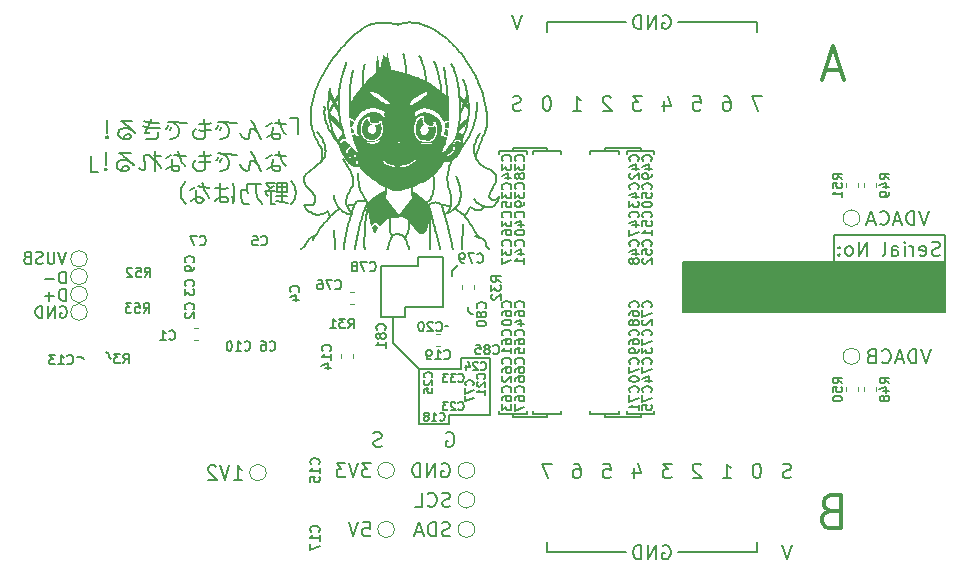
<source format=gbo>
G04 #@! TF.GenerationSoftware,KiCad,Pcbnew,(5.1.2)-1*
G04 #@! TF.CreationDate,2019-08-15T23:29:17+02:00*
G04 #@! TF.ProjectId,glasgow,676c6173-676f-4772-9e6b-696361645f70,rev?*
G04 #@! TF.SameCoordinates,Original*
G04 #@! TF.FileFunction,Legend,Bot*
G04 #@! TF.FilePolarity,Positive*
%FSLAX46Y46*%
G04 Gerber Fmt 4.6, Leading zero omitted, Abs format (unit mm)*
G04 Created by KiCad (PCBNEW (5.1.2)-1) date 2019-08-15 23:29:17*
%MOMM*%
%LPD*%
G04 APERTURE LIST*
%ADD10C,0.160000*%
%ADD11C,0.200000*%
%ADD12C,0.150000*%
%ADD13C,0.300000*%
%ADD14C,0.120000*%
%ADD15C,0.100000*%
%ADD16C,0.159000*%
%ADD17C,0.590000*%
%ADD18O,2.100000X1.000000*%
%ADD19C,0.650000*%
%ADD20O,1.600000X1.000000*%
%ADD21C,1.740000*%
%ADD22O,1.740000X2.200000*%
%ADD23C,1.000000*%
%ADD24C,0.875000*%
%ADD25O,1.727200X1.727200*%
%ADD26R,1.727200X1.727200*%
%ADD27O,1.000000X1.000000*%
%ADD28R,1.000000X1.000000*%
%ADD29O,1.700000X1.700000*%
%ADD30R,1.700000X1.700000*%
%ADD31C,1.500000*%
%ADD32C,0.950000*%
%ADD33C,0.800000*%
%ADD34C,7.000000*%
G04 APERTURE END LIST*
D10*
X54415904Y-92502380D02*
X54082571Y-93502380D01*
X53749238Y-92502380D01*
X53415904Y-92502380D02*
X53415904Y-93311904D01*
X53368285Y-93407142D01*
X53320666Y-93454761D01*
X53225428Y-93502380D01*
X53034952Y-93502380D01*
X52939714Y-93454761D01*
X52892095Y-93407142D01*
X52844476Y-93311904D01*
X52844476Y-92502380D01*
X52415904Y-93454761D02*
X52273047Y-93502380D01*
X52034952Y-93502380D01*
X51939714Y-93454761D01*
X51892095Y-93407142D01*
X51844476Y-93311904D01*
X51844476Y-93216666D01*
X51892095Y-93121428D01*
X51939714Y-93073809D01*
X52034952Y-93026190D01*
X52225428Y-92978571D01*
X52320666Y-92930952D01*
X52368285Y-92883333D01*
X52415904Y-92788095D01*
X52415904Y-92692857D01*
X52368285Y-92597619D01*
X52320666Y-92550000D01*
X52225428Y-92502380D01*
X51987333Y-92502380D01*
X51844476Y-92550000D01*
X51082571Y-92978571D02*
X50939714Y-93026190D01*
X50892095Y-93073809D01*
X50844476Y-93169047D01*
X50844476Y-93311904D01*
X50892095Y-93407142D01*
X50939714Y-93454761D01*
X51034952Y-93502380D01*
X51415904Y-93502380D01*
X51415904Y-92502380D01*
X51082571Y-92502380D01*
X50987333Y-92550000D01*
X50939714Y-92597619D01*
X50892095Y-92692857D01*
X50892095Y-92788095D01*
X50939714Y-92883333D01*
X50987333Y-92930952D01*
X51082571Y-92978571D01*
X51415904Y-92978571D01*
X86589714Y-107850000D02*
X86704000Y-107792857D01*
X86875428Y-107792857D01*
X87046857Y-107850000D01*
X87161142Y-107964285D01*
X87218285Y-108078571D01*
X87275428Y-108307142D01*
X87275428Y-108478571D01*
X87218285Y-108707142D01*
X87161142Y-108821428D01*
X87046857Y-108935714D01*
X86875428Y-108992857D01*
X86761142Y-108992857D01*
X86589714Y-108935714D01*
X86532571Y-108878571D01*
X86532571Y-108478571D01*
X86761142Y-108478571D01*
X81117428Y-108935714D02*
X80946000Y-108992857D01*
X80660285Y-108992857D01*
X80546000Y-108935714D01*
X80488857Y-108878571D01*
X80431714Y-108764285D01*
X80431714Y-108650000D01*
X80488857Y-108535714D01*
X80546000Y-108478571D01*
X80660285Y-108421428D01*
X80888857Y-108364285D01*
X81003142Y-108307142D01*
X81060285Y-108250000D01*
X81117428Y-108135714D01*
X81117428Y-108021428D01*
X81060285Y-107907142D01*
X81003142Y-107850000D01*
X80888857Y-107792857D01*
X80603142Y-107792857D01*
X80431714Y-107850000D01*
D11*
X128800000Y-91100000D02*
X128800000Y-93400000D01*
G36*
X128800000Y-97600000D02*
G01*
X106600000Y-97600000D01*
X106600000Y-93400000D01*
X128800000Y-93400000D01*
X128800000Y-97600000D01*
G37*
X128800000Y-97600000D02*
X106600000Y-97600000D01*
X106600000Y-93400000D01*
X128800000Y-93400000D01*
X128800000Y-97600000D01*
D10*
X127596857Y-100742857D02*
X127196857Y-101942857D01*
X126796857Y-100742857D01*
X126396857Y-101942857D02*
X126396857Y-100742857D01*
X126111142Y-100742857D01*
X125939714Y-100800000D01*
X125825428Y-100914285D01*
X125768285Y-101028571D01*
X125711142Y-101257142D01*
X125711142Y-101428571D01*
X125768285Y-101657142D01*
X125825428Y-101771428D01*
X125939714Y-101885714D01*
X126111142Y-101942857D01*
X126396857Y-101942857D01*
X125254000Y-101600000D02*
X124682571Y-101600000D01*
X125368285Y-101942857D02*
X124968285Y-100742857D01*
X124568285Y-101942857D01*
X123482571Y-101828571D02*
X123539714Y-101885714D01*
X123711142Y-101942857D01*
X123825428Y-101942857D01*
X123996857Y-101885714D01*
X124111142Y-101771428D01*
X124168285Y-101657142D01*
X124225428Y-101428571D01*
X124225428Y-101257142D01*
X124168285Y-101028571D01*
X124111142Y-100914285D01*
X123996857Y-100800000D01*
X123825428Y-100742857D01*
X123711142Y-100742857D01*
X123539714Y-100800000D01*
X123482571Y-100857142D01*
X122568285Y-101314285D02*
X122396857Y-101371428D01*
X122339714Y-101428571D01*
X122282571Y-101542857D01*
X122282571Y-101714285D01*
X122339714Y-101828571D01*
X122396857Y-101885714D01*
X122511142Y-101942857D01*
X122968285Y-101942857D01*
X122968285Y-100742857D01*
X122568285Y-100742857D01*
X122454000Y-100800000D01*
X122396857Y-100857142D01*
X122339714Y-100971428D01*
X122339714Y-101085714D01*
X122396857Y-101200000D01*
X122454000Y-101257142D01*
X122568285Y-101314285D01*
X122968285Y-101314285D01*
X127425428Y-89042857D02*
X127025428Y-90242857D01*
X126625428Y-89042857D01*
X126225428Y-90242857D02*
X126225428Y-89042857D01*
X125939714Y-89042857D01*
X125768285Y-89100000D01*
X125654000Y-89214285D01*
X125596857Y-89328571D01*
X125539714Y-89557142D01*
X125539714Y-89728571D01*
X125596857Y-89957142D01*
X125654000Y-90071428D01*
X125768285Y-90185714D01*
X125939714Y-90242857D01*
X126225428Y-90242857D01*
X125082571Y-89900000D02*
X124511142Y-89900000D01*
X125196857Y-90242857D02*
X124796857Y-89042857D01*
X124396857Y-90242857D01*
X123311142Y-90128571D02*
X123368285Y-90185714D01*
X123539714Y-90242857D01*
X123654000Y-90242857D01*
X123825428Y-90185714D01*
X123939714Y-90071428D01*
X123996857Y-89957142D01*
X124054000Y-89728571D01*
X124054000Y-89557142D01*
X123996857Y-89328571D01*
X123939714Y-89214285D01*
X123825428Y-89100000D01*
X123654000Y-89042857D01*
X123539714Y-89042857D01*
X123368285Y-89100000D01*
X123311142Y-89157142D01*
X122854000Y-89900000D02*
X122282571Y-89900000D01*
X122968285Y-90242857D02*
X122568285Y-89042857D01*
X122168285Y-90242857D01*
X68581714Y-111792857D02*
X69267428Y-111792857D01*
X68924571Y-111792857D02*
X68924571Y-110592857D01*
X69038857Y-110764285D01*
X69153142Y-110878571D01*
X69267428Y-110935714D01*
X68238857Y-110592857D02*
X67838857Y-111792857D01*
X67438857Y-110592857D01*
X67096000Y-110707142D02*
X67038857Y-110650000D01*
X66924571Y-110592857D01*
X66638857Y-110592857D01*
X66524571Y-110650000D01*
X66467428Y-110707142D01*
X66410285Y-110821428D01*
X66410285Y-110935714D01*
X66467428Y-111107142D01*
X67153142Y-111792857D01*
X66410285Y-111792857D01*
X53909714Y-97140000D02*
X54004952Y-97092380D01*
X54147809Y-97092380D01*
X54290666Y-97140000D01*
X54385904Y-97235238D01*
X54433523Y-97330476D01*
X54481142Y-97520952D01*
X54481142Y-97663809D01*
X54433523Y-97854285D01*
X54385904Y-97949523D01*
X54290666Y-98044761D01*
X54147809Y-98092380D01*
X54052571Y-98092380D01*
X53909714Y-98044761D01*
X53862095Y-97997142D01*
X53862095Y-97663809D01*
X54052571Y-97663809D01*
X53433523Y-98092380D02*
X53433523Y-97092380D01*
X52862095Y-98092380D01*
X52862095Y-97092380D01*
X52385904Y-98092380D02*
X52385904Y-97092380D01*
X52147809Y-97092380D01*
X52004952Y-97140000D01*
X51909714Y-97235238D01*
X51862095Y-97330476D01*
X51814476Y-97520952D01*
X51814476Y-97663809D01*
X51862095Y-97854285D01*
X51909714Y-97949523D01*
X52004952Y-98044761D01*
X52147809Y-98092380D01*
X52385904Y-98092380D01*
X54364000Y-96632380D02*
X54364000Y-95632380D01*
X54125904Y-95632380D01*
X53983047Y-95680000D01*
X53887809Y-95775238D01*
X53840190Y-95870476D01*
X53792571Y-96060952D01*
X53792571Y-96203809D01*
X53840190Y-96394285D01*
X53887809Y-96489523D01*
X53983047Y-96584761D01*
X54125904Y-96632380D01*
X54364000Y-96632380D01*
X53364000Y-96251428D02*
X52602095Y-96251428D01*
X52983047Y-96632380D02*
X52983047Y-95870476D01*
X54364000Y-95172380D02*
X54364000Y-94172380D01*
X54125904Y-94172380D01*
X53983047Y-94220000D01*
X53887809Y-94315238D01*
X53840190Y-94410476D01*
X53792571Y-94600952D01*
X53792571Y-94743809D01*
X53840190Y-94934285D01*
X53887809Y-95029523D01*
X53983047Y-95124761D01*
X54125904Y-95172380D01*
X54364000Y-95172380D01*
X53364000Y-94791428D02*
X52602095Y-94791428D01*
D12*
X88700000Y-97800000D02*
X88900000Y-97800000D01*
X88400000Y-97500000D02*
X88700000Y-97800000D01*
X88400000Y-97150000D02*
X88400000Y-97500000D01*
X87050000Y-94150000D02*
X87600000Y-93600000D01*
X87050000Y-94550000D02*
X87050000Y-94150000D01*
X86500000Y-98800000D02*
X86700000Y-98800000D01*
X112890000Y-73900000D02*
X112890000Y-73050000D01*
X95110000Y-73900000D02*
X95110000Y-73050000D01*
X95110000Y-73050000D02*
X101800000Y-73050000D01*
X112890000Y-73050000D02*
X106200000Y-73050000D01*
D10*
X104914285Y-72500000D02*
X105028571Y-72442857D01*
X105200000Y-72442857D01*
X105371428Y-72500000D01*
X105485714Y-72614285D01*
X105542857Y-72728571D01*
X105600000Y-72957142D01*
X105600000Y-73128571D01*
X105542857Y-73357142D01*
X105485714Y-73471428D01*
X105371428Y-73585714D01*
X105200000Y-73642857D01*
X105085714Y-73642857D01*
X104914285Y-73585714D01*
X104857142Y-73528571D01*
X104857142Y-73128571D01*
X105085714Y-73128571D01*
X104342857Y-73642857D02*
X104342857Y-72442857D01*
X103657142Y-73642857D01*
X103657142Y-72442857D01*
X103085714Y-73642857D02*
X103085714Y-72442857D01*
X102800000Y-72442857D01*
X102628571Y-72500000D01*
X102514285Y-72614285D01*
X102457142Y-72728571D01*
X102400000Y-72957142D01*
X102400000Y-73128571D01*
X102457142Y-73357142D01*
X102514285Y-73471428D01*
X102628571Y-73585714D01*
X102800000Y-73642857D01*
X103085714Y-73642857D01*
D13*
X119100000Y-114450000D02*
X118700000Y-114583333D01*
X118566666Y-114716666D01*
X118433333Y-114983333D01*
X118433333Y-115383333D01*
X118566666Y-115650000D01*
X118700000Y-115783333D01*
X118966666Y-115916666D01*
X120033333Y-115916666D01*
X120033333Y-113116666D01*
X119100000Y-113116666D01*
X118833333Y-113250000D01*
X118700000Y-113383333D01*
X118566666Y-113650000D01*
X118566666Y-113916666D01*
X118700000Y-114183333D01*
X118833333Y-114316666D01*
X119100000Y-114450000D01*
X120033333Y-114450000D01*
X119966666Y-77116666D02*
X118633333Y-77116666D01*
X120233333Y-77916666D02*
X119300000Y-75116666D01*
X118366666Y-77916666D01*
D10*
X110007142Y-111642857D02*
X110692857Y-111642857D01*
X110350000Y-111642857D02*
X110350000Y-110442857D01*
X110464285Y-110614285D01*
X110578571Y-110728571D01*
X110692857Y-110785714D01*
X112947142Y-110442857D02*
X112832857Y-110442857D01*
X112718571Y-110500000D01*
X112661428Y-110557142D01*
X112604285Y-110671428D01*
X112547142Y-110900000D01*
X112547142Y-111185714D01*
X112604285Y-111414285D01*
X112661428Y-111528571D01*
X112718571Y-111585714D01*
X112832857Y-111642857D01*
X112947142Y-111642857D01*
X113061428Y-111585714D01*
X113118571Y-111528571D01*
X113175714Y-111414285D01*
X113232857Y-111185714D01*
X113232857Y-110900000D01*
X113175714Y-110671428D01*
X113118571Y-110557142D01*
X113061428Y-110500000D01*
X112947142Y-110442857D01*
X99904285Y-110442857D02*
X100475714Y-110442857D01*
X100532857Y-111014285D01*
X100475714Y-110957142D01*
X100361428Y-110900000D01*
X100075714Y-110900000D01*
X99961428Y-110957142D01*
X99904285Y-111014285D01*
X99847142Y-111128571D01*
X99847142Y-111414285D01*
X99904285Y-111528571D01*
X99961428Y-111585714D01*
X100075714Y-111642857D01*
X100361428Y-111642857D01*
X100475714Y-111585714D01*
X100532857Y-111528571D01*
X115772857Y-111585714D02*
X115601428Y-111642857D01*
X115315714Y-111642857D01*
X115201428Y-111585714D01*
X115144285Y-111528571D01*
X115087142Y-111414285D01*
X115087142Y-111300000D01*
X115144285Y-111185714D01*
X115201428Y-111128571D01*
X115315714Y-111071428D01*
X115544285Y-111014285D01*
X115658571Y-110957142D01*
X115715714Y-110900000D01*
X115772857Y-110785714D01*
X115772857Y-110671428D01*
X115715714Y-110557142D01*
X115658571Y-110500000D01*
X115544285Y-110442857D01*
X115258571Y-110442857D01*
X115087142Y-110500000D01*
X108152857Y-110557142D02*
X108095714Y-110500000D01*
X107981428Y-110442857D01*
X107695714Y-110442857D01*
X107581428Y-110500000D01*
X107524285Y-110557142D01*
X107467142Y-110671428D01*
X107467142Y-110785714D01*
X107524285Y-110957142D01*
X108210000Y-111642857D01*
X107467142Y-111642857D01*
X105670000Y-110442857D02*
X104927142Y-110442857D01*
X105327142Y-110900000D01*
X105155714Y-110900000D01*
X105041428Y-110957142D01*
X104984285Y-111014285D01*
X104927142Y-111128571D01*
X104927142Y-111414285D01*
X104984285Y-111528571D01*
X105041428Y-111585714D01*
X105155714Y-111642857D01*
X105498571Y-111642857D01*
X105612857Y-111585714D01*
X105670000Y-111528571D01*
X95510000Y-110442857D02*
X94710000Y-110442857D01*
X95224285Y-111642857D01*
X97421428Y-110442857D02*
X97650000Y-110442857D01*
X97764285Y-110500000D01*
X97821428Y-110557142D01*
X97935714Y-110728571D01*
X97992857Y-110957142D01*
X97992857Y-111414285D01*
X97935714Y-111528571D01*
X97878571Y-111585714D01*
X97764285Y-111642857D01*
X97535714Y-111642857D01*
X97421428Y-111585714D01*
X97364285Y-111528571D01*
X97307142Y-111414285D01*
X97307142Y-111128571D01*
X97364285Y-111014285D01*
X97421428Y-110957142D01*
X97535714Y-110900000D01*
X97764285Y-110900000D01*
X97878571Y-110957142D01*
X97935714Y-111014285D01*
X97992857Y-111128571D01*
X102501428Y-110842857D02*
X102501428Y-111642857D01*
X102787142Y-110385714D02*
X103072857Y-111242857D01*
X102330000Y-111242857D01*
X104914285Y-117400000D02*
X105028571Y-117342857D01*
X105200000Y-117342857D01*
X105371428Y-117400000D01*
X105485714Y-117514285D01*
X105542857Y-117628571D01*
X105600000Y-117857142D01*
X105600000Y-118028571D01*
X105542857Y-118257142D01*
X105485714Y-118371428D01*
X105371428Y-118485714D01*
X105200000Y-118542857D01*
X105085714Y-118542857D01*
X104914285Y-118485714D01*
X104857142Y-118428571D01*
X104857142Y-118028571D01*
X105085714Y-118028571D01*
X104342857Y-118542857D02*
X104342857Y-117342857D01*
X103657142Y-118542857D01*
X103657142Y-117342857D01*
X103085714Y-118542857D02*
X103085714Y-117342857D01*
X102800000Y-117342857D01*
X102628571Y-117400000D01*
X102514285Y-117514285D01*
X102457142Y-117628571D01*
X102400000Y-117857142D01*
X102400000Y-118028571D01*
X102457142Y-118257142D01*
X102514285Y-118371428D01*
X102628571Y-118485714D01*
X102800000Y-118542857D01*
X103085714Y-118542857D01*
D12*
X112890000Y-117100000D02*
X112890000Y-117950000D01*
X112890000Y-117950000D02*
X106200000Y-117950000D01*
X95110000Y-117950000D02*
X101800000Y-117950000D01*
X95110000Y-117100000D02*
X95110000Y-117950000D01*
D10*
X115830000Y-117342857D02*
X115430000Y-118542857D01*
X115030000Y-117342857D01*
X113290000Y-79342857D02*
X112490000Y-79342857D01*
X113004285Y-80542857D01*
X110121428Y-79342857D02*
X110350000Y-79342857D01*
X110464285Y-79400000D01*
X110521428Y-79457142D01*
X110635714Y-79628571D01*
X110692857Y-79857142D01*
X110692857Y-80314285D01*
X110635714Y-80428571D01*
X110578571Y-80485714D01*
X110464285Y-80542857D01*
X110235714Y-80542857D01*
X110121428Y-80485714D01*
X110064285Y-80428571D01*
X110007142Y-80314285D01*
X110007142Y-80028571D01*
X110064285Y-79914285D01*
X110121428Y-79857142D01*
X110235714Y-79800000D01*
X110464285Y-79800000D01*
X110578571Y-79857142D01*
X110635714Y-79914285D01*
X110692857Y-80028571D01*
X107524285Y-79342857D02*
X108095714Y-79342857D01*
X108152857Y-79914285D01*
X108095714Y-79857142D01*
X107981428Y-79800000D01*
X107695714Y-79800000D01*
X107581428Y-79857142D01*
X107524285Y-79914285D01*
X107467142Y-80028571D01*
X107467142Y-80314285D01*
X107524285Y-80428571D01*
X107581428Y-80485714D01*
X107695714Y-80542857D01*
X107981428Y-80542857D01*
X108095714Y-80485714D01*
X108152857Y-80428571D01*
X105041428Y-79742857D02*
X105041428Y-80542857D01*
X105327142Y-79285714D02*
X105612857Y-80142857D01*
X104870000Y-80142857D01*
X103130000Y-79342857D02*
X102387142Y-79342857D01*
X102787142Y-79800000D01*
X102615714Y-79800000D01*
X102501428Y-79857142D01*
X102444285Y-79914285D01*
X102387142Y-80028571D01*
X102387142Y-80314285D01*
X102444285Y-80428571D01*
X102501428Y-80485714D01*
X102615714Y-80542857D01*
X102958571Y-80542857D01*
X103072857Y-80485714D01*
X103130000Y-80428571D01*
X100532857Y-79457142D02*
X100475714Y-79400000D01*
X100361428Y-79342857D01*
X100075714Y-79342857D01*
X99961428Y-79400000D01*
X99904285Y-79457142D01*
X99847142Y-79571428D01*
X99847142Y-79685714D01*
X99904285Y-79857142D01*
X100590000Y-80542857D01*
X99847142Y-80542857D01*
X97307142Y-80542857D02*
X97992857Y-80542857D01*
X97650000Y-80542857D02*
X97650000Y-79342857D01*
X97764285Y-79514285D01*
X97878571Y-79628571D01*
X97992857Y-79685714D01*
X95167142Y-79342857D02*
X95052857Y-79342857D01*
X94938571Y-79400000D01*
X94881428Y-79457142D01*
X94824285Y-79571428D01*
X94767142Y-79800000D01*
X94767142Y-80085714D01*
X94824285Y-80314285D01*
X94881428Y-80428571D01*
X94938571Y-80485714D01*
X95052857Y-80542857D01*
X95167142Y-80542857D01*
X95281428Y-80485714D01*
X95338571Y-80428571D01*
X95395714Y-80314285D01*
X95452857Y-80085714D01*
X95452857Y-79800000D01*
X95395714Y-79571428D01*
X95338571Y-79457142D01*
X95281428Y-79400000D01*
X95167142Y-79342857D01*
X92912857Y-80485714D02*
X92741428Y-80542857D01*
X92455714Y-80542857D01*
X92341428Y-80485714D01*
X92284285Y-80428571D01*
X92227142Y-80314285D01*
X92227142Y-80200000D01*
X92284285Y-80085714D01*
X92341428Y-80028571D01*
X92455714Y-79971428D01*
X92684285Y-79914285D01*
X92798571Y-79857142D01*
X92855714Y-79800000D01*
X92912857Y-79685714D01*
X92912857Y-79571428D01*
X92855714Y-79457142D01*
X92798571Y-79400000D01*
X92684285Y-79342857D01*
X92398571Y-79342857D01*
X92227142Y-79400000D01*
X93000000Y-72442857D02*
X92600000Y-73642857D01*
X92200000Y-72442857D01*
X80224571Y-110392857D02*
X79481714Y-110392857D01*
X79881714Y-110850000D01*
X79710285Y-110850000D01*
X79596000Y-110907142D01*
X79538857Y-110964285D01*
X79481714Y-111078571D01*
X79481714Y-111364285D01*
X79538857Y-111478571D01*
X79596000Y-111535714D01*
X79710285Y-111592857D01*
X80053142Y-111592857D01*
X80167428Y-111535714D01*
X80224571Y-111478571D01*
X79138857Y-110392857D02*
X78738857Y-111592857D01*
X78338857Y-110392857D01*
X78053142Y-110392857D02*
X77310285Y-110392857D01*
X77710285Y-110850000D01*
X77538857Y-110850000D01*
X77424571Y-110907142D01*
X77367428Y-110964285D01*
X77310285Y-111078571D01*
X77310285Y-111364285D01*
X77367428Y-111478571D01*
X77424571Y-111535714D01*
X77538857Y-111592857D01*
X77881714Y-111592857D01*
X77996000Y-111535714D01*
X78053142Y-111478571D01*
X86231714Y-110450000D02*
X86346000Y-110392857D01*
X86517428Y-110392857D01*
X86688857Y-110450000D01*
X86803142Y-110564285D01*
X86860285Y-110678571D01*
X86917428Y-110907142D01*
X86917428Y-111078571D01*
X86860285Y-111307142D01*
X86803142Y-111421428D01*
X86688857Y-111535714D01*
X86517428Y-111592857D01*
X86403142Y-111592857D01*
X86231714Y-111535714D01*
X86174571Y-111478571D01*
X86174571Y-111078571D01*
X86403142Y-111078571D01*
X85660285Y-111592857D02*
X85660285Y-110392857D01*
X84974571Y-111592857D01*
X84974571Y-110392857D01*
X84403142Y-111592857D02*
X84403142Y-110392857D01*
X84117428Y-110392857D01*
X83946000Y-110450000D01*
X83831714Y-110564285D01*
X83774571Y-110678571D01*
X83717428Y-110907142D01*
X83717428Y-111078571D01*
X83774571Y-111307142D01*
X83831714Y-111421428D01*
X83946000Y-111535714D01*
X84117428Y-111592857D01*
X84403142Y-111592857D01*
X86917428Y-114035714D02*
X86746000Y-114092857D01*
X86460285Y-114092857D01*
X86346000Y-114035714D01*
X86288857Y-113978571D01*
X86231714Y-113864285D01*
X86231714Y-113750000D01*
X86288857Y-113635714D01*
X86346000Y-113578571D01*
X86460285Y-113521428D01*
X86688857Y-113464285D01*
X86803142Y-113407142D01*
X86860285Y-113350000D01*
X86917428Y-113235714D01*
X86917428Y-113121428D01*
X86860285Y-113007142D01*
X86803142Y-112950000D01*
X86688857Y-112892857D01*
X86403142Y-112892857D01*
X86231714Y-112950000D01*
X85031714Y-113978571D02*
X85088857Y-114035714D01*
X85260285Y-114092857D01*
X85374571Y-114092857D01*
X85546000Y-114035714D01*
X85660285Y-113921428D01*
X85717428Y-113807142D01*
X85774571Y-113578571D01*
X85774571Y-113407142D01*
X85717428Y-113178571D01*
X85660285Y-113064285D01*
X85546000Y-112950000D01*
X85374571Y-112892857D01*
X85260285Y-112892857D01*
X85088857Y-112950000D01*
X85031714Y-113007142D01*
X83946000Y-114092857D02*
X84517428Y-114092857D01*
X84517428Y-112892857D01*
X86917428Y-116535714D02*
X86746000Y-116592857D01*
X86460285Y-116592857D01*
X86346000Y-116535714D01*
X86288857Y-116478571D01*
X86231714Y-116364285D01*
X86231714Y-116250000D01*
X86288857Y-116135714D01*
X86346000Y-116078571D01*
X86460285Y-116021428D01*
X86688857Y-115964285D01*
X86803142Y-115907142D01*
X86860285Y-115850000D01*
X86917428Y-115735714D01*
X86917428Y-115621428D01*
X86860285Y-115507142D01*
X86803142Y-115450000D01*
X86688857Y-115392857D01*
X86403142Y-115392857D01*
X86231714Y-115450000D01*
X85717428Y-116592857D02*
X85717428Y-115392857D01*
X85431714Y-115392857D01*
X85260285Y-115450000D01*
X85146000Y-115564285D01*
X85088857Y-115678571D01*
X85031714Y-115907142D01*
X85031714Y-116078571D01*
X85088857Y-116307142D01*
X85146000Y-116421428D01*
X85260285Y-116535714D01*
X85431714Y-116592857D01*
X85717428Y-116592857D01*
X84574571Y-116250000D02*
X84003142Y-116250000D01*
X84688857Y-116592857D02*
X84288857Y-115392857D01*
X83888857Y-116592857D01*
X79538857Y-115392857D02*
X80110285Y-115392857D01*
X80167428Y-115964285D01*
X80110285Y-115907142D01*
X79996000Y-115850000D01*
X79710285Y-115850000D01*
X79596000Y-115907142D01*
X79538857Y-115964285D01*
X79481714Y-116078571D01*
X79481714Y-116364285D01*
X79538857Y-116478571D01*
X79596000Y-116535714D01*
X79710285Y-116592857D01*
X79996000Y-116592857D01*
X80110285Y-116535714D01*
X80167428Y-116478571D01*
X79138857Y-115392857D02*
X78738857Y-116592857D01*
X78338857Y-115392857D01*
D12*
X55700000Y-101380000D02*
X55300000Y-101380000D01*
X55900000Y-101580000D02*
X55700000Y-101380000D01*
X58000000Y-101380000D02*
X58200000Y-101580000D01*
X58000000Y-101180000D02*
X58000000Y-101380000D01*
X57800000Y-100980000D02*
X58000000Y-101180000D01*
X95100000Y-106500000D02*
X92250000Y-106500000D01*
X93400000Y-106200000D02*
X91100000Y-106200000D01*
X95100000Y-106500000D02*
X95100000Y-106200000D01*
X96300000Y-106200000D02*
X93900000Y-106200000D01*
X92250000Y-106500000D02*
X92250000Y-106200000D01*
X96300000Y-106200000D02*
X96300000Y-106000000D01*
X93400000Y-106200000D02*
X93400000Y-106000000D01*
X93900000Y-106000000D02*
X93900000Y-106200000D01*
X91100000Y-106000000D02*
X91100000Y-106200000D01*
X96300000Y-84200000D02*
X96300000Y-84000000D01*
X93400000Y-84200000D02*
X93400000Y-84000000D01*
X93900000Y-84000000D02*
X93900000Y-84200000D01*
X91100000Y-84000000D02*
X91100000Y-84200000D01*
X95100000Y-84000000D02*
X95100000Y-83700000D01*
X95100000Y-83700000D02*
X92250000Y-83700000D01*
X93400000Y-84000000D02*
X91100000Y-84000000D01*
X92250000Y-84000000D02*
X92250000Y-83700000D01*
X96300000Y-84000000D02*
X93900000Y-84000000D01*
X101900000Y-84000000D02*
X101900000Y-84200000D01*
X103050000Y-84000000D02*
X103050000Y-83700000D01*
X98800000Y-84000000D02*
X98800000Y-84200000D01*
X101200000Y-84000000D02*
X98800000Y-84000000D01*
X103050000Y-83700000D02*
X100000000Y-83700000D01*
X104200000Y-84000000D02*
X101900000Y-84000000D01*
X101200000Y-84200000D02*
X101200000Y-84000000D01*
X100000000Y-83700000D02*
X100000000Y-84000000D01*
X104200000Y-84200000D02*
X104200000Y-84000000D01*
X100000000Y-106200000D02*
X100000000Y-106500000D01*
X103050000Y-106500000D02*
X100000000Y-106500000D01*
X103050000Y-106500000D02*
X103050000Y-106200000D01*
X98800000Y-106000000D02*
X98800000Y-106200000D01*
X101200000Y-106200000D02*
X98800000Y-106200000D01*
X101200000Y-106200000D02*
X101200000Y-106000000D01*
X101900000Y-106000000D02*
X101900000Y-106200000D01*
X104200000Y-106200000D02*
X101900000Y-106200000D01*
X104200000Y-106200000D02*
X104200000Y-106000000D01*
X82100000Y-100200000D02*
X82100000Y-98000000D01*
X84300000Y-102400000D02*
X82100000Y-100200000D01*
X87800000Y-101500000D02*
X90300000Y-101500000D01*
X87800000Y-102400000D02*
X87800000Y-101500000D01*
X84300000Y-102400000D02*
X87800000Y-102400000D01*
X84300000Y-107100000D02*
X84300000Y-102400000D01*
X86800000Y-107100000D02*
X84300000Y-107100000D01*
X86800000Y-106300000D02*
X86800000Y-107100000D01*
X90300000Y-106300000D02*
X86800000Y-106300000D01*
X90300000Y-101500000D02*
X90300000Y-106300000D01*
X86300000Y-97200000D02*
X86300000Y-92900000D01*
X83100000Y-97200000D02*
X86300000Y-97200000D01*
X83100000Y-98000000D02*
X83100000Y-97200000D01*
X81100000Y-98000000D02*
X83100000Y-98000000D01*
X81100000Y-93700000D02*
X81100000Y-98000000D01*
X84200000Y-93700000D02*
X81100000Y-93700000D01*
X84200000Y-92900000D02*
X84200000Y-93700000D01*
X86300000Y-92900000D02*
X84200000Y-92900000D01*
D11*
X119400000Y-93400000D02*
X119400000Y-91100000D01*
X128800000Y-91100000D02*
X119400000Y-91100000D01*
D10*
X128367428Y-92785714D02*
X128196000Y-92842857D01*
X127910285Y-92842857D01*
X127796000Y-92785714D01*
X127738857Y-92728571D01*
X127681714Y-92614285D01*
X127681714Y-92500000D01*
X127738857Y-92385714D01*
X127796000Y-92328571D01*
X127910285Y-92271428D01*
X128138857Y-92214285D01*
X128253142Y-92157142D01*
X128310285Y-92100000D01*
X128367428Y-91985714D01*
X128367428Y-91871428D01*
X128310285Y-91757142D01*
X128253142Y-91700000D01*
X128138857Y-91642857D01*
X127853142Y-91642857D01*
X127681714Y-91700000D01*
X126710285Y-92785714D02*
X126824571Y-92842857D01*
X127053142Y-92842857D01*
X127167428Y-92785714D01*
X127224571Y-92671428D01*
X127224571Y-92214285D01*
X127167428Y-92100000D01*
X127053142Y-92042857D01*
X126824571Y-92042857D01*
X126710285Y-92100000D01*
X126653142Y-92214285D01*
X126653142Y-92328571D01*
X127224571Y-92442857D01*
X126138857Y-92842857D02*
X126138857Y-92042857D01*
X126138857Y-92271428D02*
X126081714Y-92157142D01*
X126024571Y-92100000D01*
X125910285Y-92042857D01*
X125796000Y-92042857D01*
X125396000Y-92842857D02*
X125396000Y-92042857D01*
X125396000Y-91642857D02*
X125453142Y-91700000D01*
X125396000Y-91757142D01*
X125338857Y-91700000D01*
X125396000Y-91642857D01*
X125396000Y-91757142D01*
X124310285Y-92842857D02*
X124310285Y-92214285D01*
X124367428Y-92100000D01*
X124481714Y-92042857D01*
X124710285Y-92042857D01*
X124824571Y-92100000D01*
X124310285Y-92785714D02*
X124424571Y-92842857D01*
X124710285Y-92842857D01*
X124824571Y-92785714D01*
X124881714Y-92671428D01*
X124881714Y-92557142D01*
X124824571Y-92442857D01*
X124710285Y-92385714D01*
X124424571Y-92385714D01*
X124310285Y-92328571D01*
X123567428Y-92842857D02*
X123681714Y-92785714D01*
X123738857Y-92671428D01*
X123738857Y-91642857D01*
X122196000Y-92842857D02*
X122196000Y-91642857D01*
X121510285Y-92842857D01*
X121510285Y-91642857D01*
X120767428Y-92842857D02*
X120881714Y-92785714D01*
X120938857Y-92728571D01*
X120996000Y-92614285D01*
X120996000Y-92271428D01*
X120938857Y-92157142D01*
X120881714Y-92100000D01*
X120767428Y-92042857D01*
X120596000Y-92042857D01*
X120481714Y-92100000D01*
X120424571Y-92157142D01*
X120367428Y-92271428D01*
X120367428Y-92614285D01*
X120424571Y-92728571D01*
X120481714Y-92785714D01*
X120596000Y-92842857D01*
X120767428Y-92842857D01*
X119853142Y-92728571D02*
X119796000Y-92785714D01*
X119853142Y-92842857D01*
X119910285Y-92785714D01*
X119853142Y-92728571D01*
X119853142Y-92842857D01*
X119853142Y-92100000D02*
X119796000Y-92157142D01*
X119853142Y-92214285D01*
X119910285Y-92157142D01*
X119853142Y-92100000D01*
X119853142Y-92214285D01*
D14*
X56200000Y-94600000D02*
G75*
G03X56200000Y-94600000I-700000J0D01*
G01*
X121600000Y-89650000D02*
G75*
G03X121600000Y-89650000I-700000J0D01*
G01*
X121600000Y-101350000D02*
G75*
G03X121600000Y-101350000I-700000J0D01*
G01*
X120440000Y-87012779D02*
X120440000Y-86687221D01*
X121460000Y-87012779D02*
X121460000Y-86687221D01*
X121460000Y-103987221D02*
X121460000Y-104312779D01*
X120440000Y-103987221D02*
X120440000Y-104312779D01*
D15*
G36*
X77461000Y-79629000D02*
G01*
X76674000Y-80902000D01*
X76641000Y-80455000D01*
X77489000Y-78997000D01*
X77461000Y-79629000D01*
X77461000Y-79629000D01*
G37*
G36*
X76734000Y-78801000D02*
G01*
X77488000Y-80290000D01*
X77492000Y-80840000D01*
X77411000Y-80698000D01*
X77333000Y-80561000D01*
X77257000Y-80427000D01*
X77184000Y-80295000D01*
X77113000Y-80166000D01*
X77044000Y-80037000D01*
X76976000Y-79909000D01*
X76910000Y-79781000D01*
X76846000Y-79652000D01*
X76783000Y-79521000D01*
X76721000Y-79388000D01*
X76659000Y-79251000D01*
X76734000Y-78801000D01*
X76734000Y-78801000D01*
G37*
G36*
X88481000Y-80036000D02*
G01*
X88445000Y-80004000D01*
X88368000Y-79921000D01*
X88262000Y-79802000D01*
X88138000Y-79660000D01*
X88010000Y-79509000D01*
X87890000Y-79362000D01*
X87789000Y-79233000D01*
X87720000Y-79135000D01*
X87724000Y-79372000D01*
X87728000Y-79526000D01*
X87731000Y-79610000D01*
X87733000Y-79636000D01*
X87835000Y-79730000D01*
X87950000Y-79847000D01*
X88070000Y-79979000D01*
X88189000Y-80115000D01*
X88298000Y-80246000D01*
X88390000Y-80361000D01*
X88458000Y-80451000D01*
X88493000Y-80508000D01*
X88490000Y-80240000D01*
X88484000Y-80086000D01*
X88481000Y-80036000D01*
X88481000Y-80036000D01*
G37*
G36*
X88349000Y-79140000D02*
G01*
X88264000Y-79311000D01*
X88179000Y-79497000D01*
X88098000Y-79691000D01*
X88022000Y-79883000D01*
X87953000Y-80068000D01*
X87892000Y-80236000D01*
X87841000Y-80380000D01*
X87803000Y-80493000D01*
X87778000Y-80566000D01*
X87770000Y-80592000D01*
X87761000Y-81157000D01*
X87810000Y-81034000D01*
X87873000Y-80879000D01*
X87946000Y-80701000D01*
X88026000Y-80509000D01*
X88108000Y-80312000D01*
X88188000Y-80120000D01*
X88263000Y-79943000D01*
X88328000Y-79789000D01*
X88379000Y-79667000D01*
X88413000Y-79587000D01*
X88425000Y-79558000D01*
X88349000Y-79140000D01*
X88349000Y-79140000D01*
G37*
D12*
X64434000Y-88382000D02*
X64534000Y-88490000D01*
X64348000Y-88268000D02*
X64434000Y-88382000D01*
X64275000Y-88150000D02*
X64348000Y-88268000D01*
X64215000Y-88028000D02*
X64275000Y-88150000D01*
X64168000Y-87903000D02*
X64215000Y-88028000D01*
X64135000Y-87776000D02*
X64168000Y-87903000D01*
X64115000Y-87647000D02*
X64135000Y-87776000D01*
X64108000Y-87517000D02*
X64115000Y-87647000D01*
X64115000Y-87386000D02*
X64108000Y-87517000D01*
X64135000Y-87256000D02*
X64115000Y-87386000D01*
X64168000Y-87126000D02*
X64135000Y-87256000D01*
X64215000Y-86998000D02*
X64168000Y-87126000D01*
X64275000Y-86872000D02*
X64215000Y-86998000D01*
X64348000Y-86748000D02*
X64275000Y-86872000D01*
X64434000Y-86629000D02*
X64348000Y-86748000D01*
X64534000Y-86513000D02*
X64434000Y-86629000D01*
X73530000Y-88382000D02*
X73430000Y-88490000D01*
X73616000Y-88268000D02*
X73530000Y-88382000D01*
X73689000Y-88150000D02*
X73616000Y-88268000D01*
X73749000Y-88028000D02*
X73689000Y-88150000D01*
X73796000Y-87903000D02*
X73749000Y-88028000D01*
X73829000Y-87776000D02*
X73796000Y-87903000D01*
X73849000Y-87647000D02*
X73829000Y-87776000D01*
X73856000Y-87517000D02*
X73849000Y-87647000D01*
X73849000Y-87386000D02*
X73856000Y-87517000D01*
X73829000Y-87256000D02*
X73849000Y-87386000D01*
X73796000Y-87126000D02*
X73829000Y-87256000D01*
X73749000Y-86998000D02*
X73796000Y-87126000D01*
X73689000Y-86872000D02*
X73749000Y-86998000D01*
X73616000Y-86748000D02*
X73689000Y-86872000D01*
X73530000Y-86629000D02*
X73616000Y-86748000D01*
X73430000Y-86513000D02*
X73530000Y-86629000D01*
X73182000Y-88341000D02*
X72145000Y-88166000D01*
X73116000Y-87806000D02*
X72218000Y-87806000D01*
X72667000Y-86677000D02*
X72667000Y-88257000D01*
X73092000Y-87052000D02*
X72247000Y-87052000D01*
X73092000Y-87434000D02*
X73092000Y-86677000D01*
X72247000Y-87434000D02*
X73092000Y-87434000D01*
X72247000Y-86677000D02*
X72247000Y-87434000D01*
X73092000Y-86677000D02*
X72247000Y-86677000D01*
X72008000Y-88433000D02*
X72087000Y-88428000D01*
X71851000Y-88436000D02*
X72008000Y-88433000D01*
X71740000Y-88421000D02*
X71851000Y-88436000D01*
X71729000Y-88364000D02*
X71740000Y-88421000D01*
X71724000Y-88229000D02*
X71729000Y-88364000D01*
X71722000Y-88042000D02*
X71724000Y-88229000D01*
X71722000Y-87855000D02*
X71722000Y-88042000D01*
X71723000Y-87672000D02*
X71722000Y-87855000D01*
X71724000Y-87514000D02*
X71723000Y-87672000D01*
X71725000Y-87403000D02*
X71724000Y-87514000D01*
X71726000Y-87361000D02*
X71725000Y-87403000D01*
X71618000Y-87191000D02*
X71488000Y-87328000D01*
X71738000Y-87086000D02*
X71618000Y-87191000D01*
X71843000Y-87009000D02*
X71738000Y-87086000D01*
X71931000Y-86953000D02*
X71843000Y-87009000D01*
X71996000Y-86913000D02*
X71931000Y-86953000D01*
X71626000Y-87035000D02*
X71718000Y-87106000D01*
X71518000Y-86934000D02*
X71626000Y-87035000D01*
X71407000Y-86814000D02*
X71518000Y-86934000D01*
X71302000Y-86684000D02*
X71407000Y-86814000D01*
X72127000Y-86688000D02*
X71302000Y-86684000D01*
X71415000Y-87704000D02*
X71470000Y-87813000D01*
X71362000Y-87594000D02*
X71415000Y-87704000D01*
X71314000Y-87482000D02*
X71362000Y-87594000D01*
X71269000Y-87368000D02*
X71314000Y-87482000D01*
X72127000Y-87361000D02*
X71269000Y-87368000D01*
X70869000Y-88298000D02*
X71003000Y-88443000D01*
X70759000Y-88151000D02*
X70869000Y-88298000D01*
X70669000Y-88002000D02*
X70759000Y-88151000D01*
X70599000Y-87853000D02*
X70669000Y-88002000D01*
X70546000Y-87706000D02*
X70599000Y-87853000D01*
X70508000Y-87561000D02*
X70546000Y-87706000D01*
X70482000Y-87420000D02*
X70508000Y-87561000D01*
X70466000Y-87284000D02*
X70482000Y-87420000D01*
X70458000Y-87154000D02*
X70466000Y-87284000D01*
X70456000Y-87033000D02*
X70458000Y-87154000D01*
X70458000Y-86920000D02*
X70456000Y-87033000D01*
X70461000Y-86818000D02*
X70458000Y-86920000D01*
X70463000Y-86728000D02*
X70461000Y-86818000D01*
X69778000Y-88421000D02*
X69853000Y-88418000D01*
X69618000Y-88428000D02*
X69778000Y-88421000D01*
X69470000Y-88429000D02*
X69618000Y-88428000D01*
X69375000Y-88391000D02*
X69470000Y-88429000D01*
X69308000Y-88281000D02*
X69375000Y-88391000D01*
X69266000Y-88090000D02*
X69308000Y-88281000D01*
X69248000Y-87918000D02*
X69266000Y-88090000D01*
X69231000Y-87711000D02*
X69248000Y-87918000D01*
X69217000Y-87511000D02*
X69231000Y-87711000D01*
X69208000Y-87360000D02*
X69217000Y-87511000D01*
X69204000Y-87300000D02*
X69208000Y-87360000D01*
X69759000Y-87296000D02*
X69204000Y-87300000D01*
X69765000Y-87344000D02*
X69788000Y-87485000D01*
X69740000Y-87151000D02*
X69765000Y-87344000D01*
X69717000Y-86952000D02*
X69740000Y-87151000D01*
X69700000Y-86798000D02*
X69717000Y-86952000D01*
X69693000Y-86735000D02*
X69700000Y-86798000D01*
X70930000Y-86731000D02*
X69693000Y-86735000D01*
X67090000Y-88090000D02*
X67001000Y-88167000D01*
X67184000Y-88015000D02*
X67090000Y-88090000D01*
X67287000Y-87948000D02*
X67184000Y-88015000D01*
X67404000Y-87891000D02*
X67287000Y-87948000D01*
X67539000Y-87852000D02*
X67404000Y-87891000D01*
X67697000Y-87835000D02*
X67539000Y-87852000D01*
X67906000Y-87854000D02*
X67697000Y-87835000D01*
X68031000Y-87917000D02*
X67906000Y-87854000D01*
X68091000Y-88005000D02*
X68031000Y-87917000D01*
X68105000Y-88100000D02*
X68091000Y-88005000D01*
X68078000Y-88186000D02*
X68105000Y-88100000D01*
X68006000Y-88256000D02*
X68078000Y-88186000D01*
X67901000Y-88304000D02*
X68006000Y-88256000D01*
X67772000Y-88324000D02*
X67901000Y-88304000D01*
X67644000Y-88314000D02*
X67772000Y-88324000D01*
X67539000Y-88272000D02*
X67644000Y-88314000D01*
X67468000Y-88191000D02*
X67539000Y-88272000D01*
X67439000Y-88064000D02*
X67468000Y-88191000D01*
X67443000Y-87928000D02*
X67439000Y-88064000D01*
X67447000Y-87783000D02*
X67443000Y-87928000D01*
X67452000Y-87630000D02*
X67447000Y-87783000D01*
X67457000Y-87472000D02*
X67452000Y-87630000D01*
X67461000Y-87311000D02*
X67457000Y-87472000D01*
X67464000Y-87151000D02*
X67461000Y-87311000D01*
X67464000Y-86993000D02*
X67464000Y-87151000D01*
X67462000Y-86841000D02*
X67464000Y-86993000D01*
X67457000Y-86696000D02*
X67462000Y-86841000D01*
X67185000Y-87117000D02*
X67034000Y-87090000D01*
X67350000Y-87134000D02*
X67185000Y-87117000D01*
X67521000Y-87144000D02*
X67350000Y-87134000D01*
X67690000Y-87147000D02*
X67521000Y-87144000D01*
X67849000Y-87145000D02*
X67690000Y-87147000D01*
X67988000Y-87140000D02*
X67849000Y-87145000D01*
X68100000Y-87134000D02*
X67988000Y-87140000D01*
X68464000Y-87877000D02*
X68416000Y-87755000D01*
X68512000Y-88005000D02*
X68464000Y-87877000D01*
X68552000Y-88132000D02*
X68512000Y-88005000D01*
X68575000Y-88252000D02*
X68552000Y-88132000D01*
X68573000Y-88359000D02*
X68575000Y-88252000D01*
X68607000Y-88206000D02*
X68573000Y-88359000D01*
X68631000Y-88058000D02*
X68607000Y-88206000D01*
X68646000Y-87913000D02*
X68631000Y-88058000D01*
X68653000Y-87770000D02*
X68646000Y-87913000D01*
X68652000Y-87628000D02*
X68653000Y-87770000D01*
X68644000Y-87484000D02*
X68652000Y-87628000D01*
X68630000Y-87338000D02*
X68644000Y-87484000D01*
X68611000Y-87188000D02*
X68630000Y-87338000D01*
X68587000Y-87032000D02*
X68611000Y-87188000D01*
X68559000Y-86870000D02*
X68587000Y-87032000D01*
X68529000Y-86698000D02*
X68559000Y-86870000D01*
X65098000Y-88084000D02*
X64946000Y-88198000D01*
X65247000Y-87998000D02*
X65098000Y-88084000D01*
X65391000Y-87937000D02*
X65247000Y-87998000D01*
X65528000Y-87899000D02*
X65391000Y-87937000D01*
X65654000Y-87883000D02*
X65528000Y-87899000D01*
X65767000Y-87887000D02*
X65654000Y-87883000D01*
X65865000Y-87909000D02*
X65767000Y-87887000D01*
X65945000Y-87947000D02*
X65865000Y-87909000D01*
X66005000Y-87999000D02*
X65945000Y-87947000D01*
X66041000Y-88064000D02*
X66005000Y-87999000D01*
X66052000Y-88140000D02*
X66041000Y-88064000D01*
X66020000Y-88237000D02*
X66052000Y-88140000D01*
X65945000Y-88306000D02*
X66020000Y-88237000D01*
X65840000Y-88348000D02*
X65945000Y-88306000D01*
X65721000Y-88361000D02*
X65840000Y-88348000D01*
X65602000Y-88346000D02*
X65721000Y-88361000D01*
X65499000Y-88301000D02*
X65602000Y-88346000D01*
X65426000Y-88228000D02*
X65499000Y-88301000D01*
X65398000Y-88125000D02*
X65426000Y-88228000D01*
X65399000Y-88098000D02*
X65398000Y-88125000D01*
X65401000Y-88020000D02*
X65399000Y-88098000D01*
X65404000Y-87896000D02*
X65401000Y-88020000D01*
X65409000Y-87731000D02*
X65404000Y-87896000D01*
X65416000Y-87532000D02*
X65409000Y-87731000D01*
X65424000Y-87302000D02*
X65416000Y-87532000D01*
X64933000Y-87229000D02*
X64884000Y-87262000D01*
X65053000Y-87152000D02*
X64933000Y-87229000D01*
X65203000Y-87063000D02*
X65053000Y-87152000D01*
X65340000Y-86993000D02*
X65203000Y-87063000D01*
X66398000Y-87784000D02*
X66511000Y-87947000D01*
X66302000Y-87632000D02*
X66398000Y-87784000D01*
X66220000Y-87490000D02*
X66302000Y-87632000D01*
X66152000Y-87355000D02*
X66220000Y-87490000D01*
X66096000Y-87227000D02*
X66152000Y-87355000D01*
X66050000Y-87104000D02*
X66096000Y-87227000D01*
X66012000Y-86986000D02*
X66050000Y-87104000D01*
X65982000Y-86870000D02*
X66012000Y-86986000D01*
X65956000Y-86755000D02*
X65982000Y-86870000D01*
X65935000Y-86640000D02*
X65956000Y-86755000D01*
X65798000Y-87008000D02*
X65614000Y-86956000D01*
X65985000Y-87040000D02*
X65798000Y-87008000D01*
X66165000Y-87056000D02*
X65985000Y-87040000D01*
X66325000Y-87062000D02*
X66165000Y-87056000D01*
X66453000Y-87061000D02*
X66325000Y-87062000D01*
X66539000Y-87057000D02*
X66453000Y-87061000D01*
X66570000Y-87055000D02*
X66539000Y-87057000D01*
X57699000Y-85451000D02*
X57677000Y-85506000D01*
X57754000Y-85429000D02*
X57699000Y-85451000D01*
X57809000Y-85451000D02*
X57754000Y-85429000D01*
X57832000Y-85506000D02*
X57809000Y-85451000D01*
X57809000Y-85561000D02*
X57832000Y-85506000D01*
X57754000Y-85584000D02*
X57809000Y-85561000D01*
X57699000Y-85561000D02*
X57754000Y-85584000D01*
X57677000Y-85506000D02*
X57699000Y-85561000D01*
X57754000Y-85113000D02*
X57754000Y-85143000D01*
X57755000Y-85030000D02*
X57754000Y-85113000D01*
X57756000Y-84904000D02*
X57755000Y-85030000D01*
X57756000Y-84748000D02*
X57756000Y-84904000D01*
X57757000Y-84571000D02*
X57756000Y-84748000D01*
X57756000Y-84385000D02*
X57757000Y-84571000D01*
X57756000Y-84200000D02*
X57756000Y-84385000D01*
X57754000Y-84028000D02*
X57756000Y-84200000D01*
X61788000Y-84609000D02*
X61959000Y-84792000D01*
X61637000Y-84477000D02*
X61788000Y-84609000D01*
X61506000Y-84389000D02*
X61637000Y-84477000D01*
X61392000Y-84339000D02*
X61506000Y-84389000D01*
X61291000Y-84318000D02*
X61392000Y-84339000D01*
X61202000Y-84321000D02*
X61291000Y-84318000D01*
X61121000Y-84340000D02*
X61202000Y-84321000D01*
X61041000Y-84394000D02*
X61121000Y-84340000D01*
X61005000Y-84483000D02*
X61041000Y-84394000D01*
X61004000Y-84607000D02*
X61005000Y-84483000D01*
X61024000Y-84767000D02*
X61004000Y-84607000D01*
X61056000Y-84960000D02*
X61024000Y-84767000D01*
X61082000Y-85149000D02*
X61056000Y-84960000D01*
X61094000Y-85299000D02*
X61082000Y-85149000D01*
X61090000Y-85413000D02*
X61094000Y-85299000D01*
X61067000Y-85495000D02*
X61090000Y-85413000D01*
X61023000Y-85546000D02*
X61067000Y-85495000D01*
X60936000Y-85574000D02*
X61023000Y-85546000D01*
X60819000Y-85560000D02*
X60936000Y-85574000D01*
X60685000Y-85498000D02*
X60819000Y-85560000D01*
X60545000Y-85378000D02*
X60685000Y-85498000D01*
X61977000Y-84728000D02*
X61957000Y-84701000D01*
X62033000Y-84802000D02*
X61977000Y-84728000D01*
X62115000Y-84912000D02*
X62033000Y-84802000D01*
X62216000Y-85050000D02*
X62115000Y-84912000D01*
X62328000Y-85203000D02*
X62216000Y-85050000D01*
X62442000Y-85364000D02*
X62328000Y-85203000D01*
X61970000Y-85461000D02*
X61964000Y-85677000D01*
X61971000Y-85251000D02*
X61970000Y-85461000D01*
X61968000Y-85049000D02*
X61971000Y-85251000D01*
X61962000Y-84857000D02*
X61968000Y-85049000D01*
X61954000Y-84678000D02*
X61962000Y-84857000D01*
X61945000Y-84513000D02*
X61954000Y-84678000D01*
X61935000Y-84364000D02*
X61945000Y-84513000D01*
X61925000Y-84234000D02*
X61935000Y-84364000D01*
X61915000Y-84125000D02*
X61925000Y-84234000D01*
X61908000Y-84038000D02*
X61915000Y-84125000D01*
X61902000Y-83976000D02*
X61908000Y-84038000D01*
X61928000Y-84464000D02*
X61946000Y-84515000D01*
X61848000Y-84337000D02*
X61928000Y-84464000D01*
X61917000Y-84349000D02*
X61848000Y-84337000D01*
X62043000Y-84368000D02*
X61917000Y-84349000D01*
X62211000Y-84391000D02*
X62043000Y-84368000D01*
X62406000Y-84413000D02*
X62211000Y-84391000D01*
X63054000Y-85396000D02*
X62902000Y-85510000D01*
X63204000Y-85309000D02*
X63054000Y-85396000D01*
X63348000Y-85248000D02*
X63204000Y-85309000D01*
X63484000Y-85210000D02*
X63348000Y-85248000D01*
X63610000Y-85194000D02*
X63484000Y-85210000D01*
X63724000Y-85198000D02*
X63610000Y-85194000D01*
X63822000Y-85220000D02*
X63724000Y-85198000D01*
X63902000Y-85258000D02*
X63822000Y-85220000D01*
X63961000Y-85311000D02*
X63902000Y-85258000D01*
X63998000Y-85376000D02*
X63961000Y-85311000D01*
X64008000Y-85451000D02*
X63998000Y-85376000D01*
X63977000Y-85548000D02*
X64008000Y-85451000D01*
X63902000Y-85617000D02*
X63977000Y-85548000D01*
X63797000Y-85659000D02*
X63902000Y-85617000D01*
X63678000Y-85672000D02*
X63797000Y-85659000D01*
X63559000Y-85657000D02*
X63678000Y-85672000D01*
X63456000Y-85613000D02*
X63559000Y-85657000D01*
X63383000Y-85539000D02*
X63456000Y-85613000D01*
X63355000Y-85437000D02*
X63383000Y-85539000D01*
X63356000Y-85409000D02*
X63355000Y-85437000D01*
X63358000Y-85331000D02*
X63356000Y-85409000D01*
X63361000Y-85207000D02*
X63358000Y-85331000D01*
X63366000Y-85042000D02*
X63361000Y-85207000D01*
X63372000Y-84843000D02*
X63366000Y-85042000D01*
X63381000Y-84614000D02*
X63372000Y-84843000D01*
X62890000Y-84541000D02*
X62840000Y-84574000D01*
X63010000Y-84463000D02*
X62890000Y-84541000D01*
X63159000Y-84374000D02*
X63010000Y-84463000D01*
X63297000Y-84304000D02*
X63159000Y-84374000D01*
X64355000Y-85096000D02*
X64468000Y-85258000D01*
X64259000Y-84944000D02*
X64355000Y-85096000D01*
X64177000Y-84801000D02*
X64259000Y-84944000D01*
X64109000Y-84666000D02*
X64177000Y-84801000D01*
X64053000Y-84538000D02*
X64109000Y-84666000D01*
X64006000Y-84416000D02*
X64053000Y-84538000D01*
X63969000Y-84297000D02*
X64006000Y-84416000D01*
X63938000Y-84181000D02*
X63969000Y-84297000D01*
X63913000Y-84066000D02*
X63938000Y-84181000D01*
X63891000Y-83951000D02*
X63913000Y-84066000D01*
X63754000Y-84319000D02*
X63570000Y-84268000D01*
X63942000Y-84351000D02*
X63754000Y-84319000D01*
X64121000Y-84367000D02*
X63942000Y-84351000D01*
X64281000Y-84373000D02*
X64121000Y-84367000D01*
X64410000Y-84372000D02*
X64281000Y-84373000D01*
X64495000Y-84368000D02*
X64410000Y-84372000D01*
X64526000Y-84366000D02*
X64495000Y-84368000D01*
X59135000Y-85486000D02*
X59097000Y-85625000D01*
X59205000Y-85359000D02*
X59135000Y-85486000D01*
X59325000Y-85263000D02*
X59205000Y-85359000D01*
X59453000Y-85231000D02*
X59325000Y-85263000D01*
X59589000Y-85241000D02*
X59453000Y-85231000D01*
X59680000Y-85287000D02*
X59589000Y-85241000D01*
X59736000Y-85376000D02*
X59680000Y-85287000D01*
X59731000Y-85484000D02*
X59736000Y-85376000D01*
X59689000Y-85549000D02*
X59731000Y-85484000D01*
X59609000Y-85606000D02*
X59689000Y-85549000D01*
X59484000Y-85643000D02*
X59609000Y-85606000D01*
X59333000Y-85655000D02*
X59484000Y-85643000D01*
X59188000Y-85645000D02*
X59333000Y-85655000D01*
X59054000Y-85614000D02*
X59188000Y-85645000D01*
X58934000Y-85562000D02*
X59054000Y-85614000D01*
X58834000Y-85490000D02*
X58934000Y-85562000D01*
X58757000Y-85398000D02*
X58834000Y-85490000D01*
X58707000Y-85288000D02*
X58757000Y-85398000D01*
X58689000Y-85159000D02*
X58707000Y-85288000D01*
X58711000Y-85017000D02*
X58689000Y-85159000D01*
X58774000Y-84906000D02*
X58711000Y-85017000D01*
X58869000Y-84824000D02*
X58774000Y-84906000D01*
X58987000Y-84767000D02*
X58869000Y-84824000D01*
X59117000Y-84734000D02*
X58987000Y-84767000D01*
X59253000Y-84721000D02*
X59117000Y-84734000D01*
X59383000Y-84726000D02*
X59253000Y-84721000D01*
X59514000Y-84746000D02*
X59383000Y-84726000D01*
X59624000Y-84777000D02*
X59514000Y-84746000D01*
X59727000Y-84826000D02*
X59624000Y-84777000D01*
X59837000Y-84899000D02*
X59727000Y-84826000D01*
X59967000Y-85000000D02*
X59837000Y-84899000D01*
X60131000Y-85135000D02*
X59967000Y-85000000D01*
X60105000Y-85113000D02*
X60131000Y-85135000D01*
X60034000Y-85050000D02*
X60105000Y-85113000D01*
X59927000Y-84956000D02*
X60034000Y-85050000D01*
X59794000Y-84840000D02*
X59927000Y-84956000D01*
X59644000Y-84708000D02*
X59794000Y-84840000D01*
X59486000Y-84571000D02*
X59644000Y-84708000D01*
X59330000Y-84437000D02*
X59486000Y-84571000D01*
X59186000Y-84313000D02*
X59330000Y-84437000D01*
X59062000Y-84209000D02*
X59186000Y-84313000D01*
X58969000Y-84132000D02*
X59062000Y-84209000D01*
X58916000Y-84093000D02*
X58969000Y-84132000D01*
X58963000Y-84095000D02*
X58916000Y-84093000D01*
X59086000Y-84102000D02*
X58963000Y-84095000D01*
X59258000Y-84112000D02*
X59086000Y-84102000D01*
X59452000Y-84122000D02*
X59258000Y-84112000D01*
X59640000Y-84132000D02*
X59452000Y-84122000D01*
X59797000Y-84139000D02*
X59640000Y-84132000D01*
X59894000Y-84141000D02*
X59797000Y-84139000D01*
X65295000Y-84835000D02*
X65380000Y-84754000D01*
X65221000Y-84938000D02*
X65295000Y-84835000D01*
X65168000Y-85059000D02*
X65221000Y-84938000D01*
X65145000Y-85197000D02*
X65168000Y-85059000D01*
X65162000Y-85336000D02*
X65145000Y-85197000D01*
X65214000Y-85446000D02*
X65162000Y-85336000D01*
X65296000Y-85530000D02*
X65214000Y-85446000D01*
X65398000Y-85590000D02*
X65296000Y-85530000D01*
X65513000Y-85630000D02*
X65398000Y-85590000D01*
X65635000Y-85652000D02*
X65513000Y-85630000D01*
X65754000Y-85661000D02*
X65635000Y-85652000D01*
X65883000Y-85651000D02*
X65754000Y-85661000D01*
X65996000Y-85615000D02*
X65883000Y-85651000D01*
X66088000Y-85552000D02*
X65996000Y-85615000D01*
X66157000Y-85461000D02*
X66088000Y-85552000D01*
X66197000Y-85340000D02*
X66157000Y-85461000D01*
X66206000Y-85187000D02*
X66197000Y-85340000D01*
X66197000Y-85054000D02*
X66206000Y-85187000D01*
X66184000Y-84912000D02*
X66197000Y-85054000D01*
X66168000Y-84762000D02*
X66184000Y-84912000D01*
X66151000Y-84606000D02*
X66168000Y-84762000D01*
X66131000Y-84449000D02*
X66151000Y-84606000D01*
X66112000Y-84291000D02*
X66131000Y-84449000D01*
X66092000Y-84136000D02*
X66112000Y-84291000D01*
X66074000Y-83987000D02*
X66092000Y-84136000D01*
X65848000Y-84928000D02*
X65623000Y-84909000D01*
X66038000Y-84936000D02*
X65848000Y-84928000D01*
X66200000Y-84932000D02*
X66038000Y-84936000D01*
X66340000Y-84919000D02*
X66200000Y-84932000D01*
X66467000Y-84898000D02*
X66340000Y-84919000D01*
X66585000Y-84871000D02*
X66467000Y-84898000D01*
X66704000Y-84839000D02*
X66585000Y-84871000D01*
X65852000Y-84389000D02*
X65617000Y-84376000D01*
X66050000Y-84392000D02*
X65852000Y-84389000D01*
X66216000Y-84385000D02*
X66050000Y-84392000D01*
X66354000Y-84371000D02*
X66216000Y-84385000D01*
X66468000Y-84352000D02*
X66354000Y-84371000D01*
X66563000Y-84330000D02*
X66468000Y-84352000D01*
X66642000Y-84306000D02*
X66563000Y-84330000D01*
X67173000Y-84694000D02*
X67137000Y-84754000D01*
X67251000Y-84565000D02*
X67173000Y-84694000D01*
X67331000Y-84448000D02*
X67251000Y-84565000D01*
X67454000Y-84842000D02*
X67423000Y-84900000D01*
X67529000Y-84716000D02*
X67454000Y-84842000D01*
X67614000Y-84591000D02*
X67529000Y-84716000D01*
X67592000Y-85632000D02*
X67413000Y-85653000D01*
X67748000Y-85592000D02*
X67592000Y-85632000D01*
X67882000Y-85534000D02*
X67748000Y-85592000D01*
X67993000Y-85461000D02*
X67882000Y-85534000D01*
X68082000Y-85373000D02*
X67993000Y-85461000D01*
X68147000Y-85272000D02*
X68082000Y-85373000D01*
X68189000Y-85161000D02*
X68147000Y-85272000D01*
X68207000Y-85040000D02*
X68189000Y-85161000D01*
X68204000Y-84915000D02*
X68207000Y-85040000D01*
X68179000Y-84782000D02*
X68204000Y-84915000D01*
X68123000Y-84649000D02*
X68179000Y-84782000D01*
X68017000Y-84485000D02*
X68123000Y-84649000D01*
X67908000Y-84364000D02*
X68017000Y-84485000D01*
X67796000Y-84278000D02*
X67908000Y-84364000D01*
X67683000Y-84222000D02*
X67796000Y-84278000D01*
X67570000Y-84189000D02*
X67683000Y-84222000D01*
X67457000Y-84173000D02*
X67570000Y-84189000D01*
X67346000Y-84169000D02*
X67457000Y-84173000D01*
X67238000Y-84170000D02*
X67346000Y-84169000D01*
X67311000Y-84169000D02*
X67238000Y-84170000D01*
X67407000Y-84172000D02*
X67311000Y-84169000D01*
X67524000Y-84178000D02*
X67407000Y-84172000D01*
X67659000Y-84187000D02*
X67524000Y-84178000D01*
X67809000Y-84199000D02*
X67659000Y-84187000D01*
X67972000Y-84213000D02*
X67809000Y-84199000D01*
X68145000Y-84229000D02*
X67972000Y-84213000D01*
X68326000Y-84247000D02*
X68145000Y-84229000D01*
X68511000Y-84267000D02*
X68326000Y-84247000D01*
X68699000Y-84289000D02*
X68511000Y-84267000D01*
X68887000Y-84311000D02*
X68699000Y-84289000D01*
X69241000Y-85299000D02*
X69160000Y-85105000D01*
X69332000Y-85444000D02*
X69241000Y-85299000D01*
X69429000Y-85545000D02*
X69332000Y-85444000D01*
X69529000Y-85607000D02*
X69429000Y-85545000D01*
X69628000Y-85636000D02*
X69529000Y-85607000D01*
X69725000Y-85637000D02*
X69628000Y-85636000D01*
X69815000Y-85615000D02*
X69725000Y-85637000D01*
X69900000Y-85540000D02*
X69815000Y-85615000D01*
X69933000Y-85429000D02*
X69900000Y-85540000D01*
X69933000Y-85370000D02*
X69933000Y-85429000D01*
X69934000Y-85239000D02*
X69933000Y-85370000D01*
X69937000Y-85109000D02*
X69934000Y-85239000D01*
X69936000Y-85014000D02*
X69937000Y-85109000D01*
X69950000Y-84907000D02*
X69936000Y-85014000D01*
X70010000Y-84819000D02*
X69950000Y-84907000D01*
X70148000Y-84781000D02*
X70010000Y-84819000D01*
X70279000Y-84801000D02*
X70148000Y-84781000D01*
X70395000Y-84857000D02*
X70279000Y-84801000D01*
X70502000Y-84947000D02*
X70395000Y-84857000D01*
X70599000Y-85069000D02*
X70502000Y-84947000D01*
X70660000Y-85164000D02*
X70599000Y-85069000D01*
X70718000Y-85269000D02*
X70660000Y-85164000D01*
X70775000Y-85386000D02*
X70718000Y-85269000D01*
X70832000Y-85512000D02*
X70775000Y-85386000D01*
X70888000Y-85646000D02*
X70832000Y-85512000D01*
X70881000Y-85630000D02*
X70888000Y-85646000D01*
X70861000Y-85581000D02*
X70881000Y-85630000D01*
X70827000Y-85504000D02*
X70861000Y-85581000D01*
X70781000Y-85401000D02*
X70827000Y-85504000D01*
X70724000Y-85276000D02*
X70781000Y-85401000D01*
X70656000Y-85130000D02*
X70724000Y-85276000D01*
X70577000Y-84968000D02*
X70656000Y-85130000D01*
X70489000Y-84792000D02*
X70577000Y-84968000D01*
X70392000Y-84604000D02*
X70489000Y-84792000D01*
X70286000Y-84409000D02*
X70392000Y-84604000D01*
X70173000Y-84208000D02*
X70286000Y-84409000D01*
X70054000Y-84005000D02*
X70173000Y-84208000D01*
X71570000Y-85396000D02*
X71418000Y-85510000D01*
X71720000Y-85309000D02*
X71570000Y-85396000D01*
X71864000Y-85248000D02*
X71720000Y-85309000D01*
X72000000Y-85210000D02*
X71864000Y-85248000D01*
X72126000Y-85194000D02*
X72000000Y-85210000D01*
X72240000Y-85198000D02*
X72126000Y-85194000D01*
X72338000Y-85220000D02*
X72240000Y-85198000D01*
X72418000Y-85258000D02*
X72338000Y-85220000D01*
X72477000Y-85311000D02*
X72418000Y-85258000D01*
X72513000Y-85376000D02*
X72477000Y-85311000D01*
X72524000Y-85451000D02*
X72513000Y-85376000D01*
X72493000Y-85548000D02*
X72524000Y-85451000D01*
X72417000Y-85617000D02*
X72493000Y-85548000D01*
X72313000Y-85659000D02*
X72417000Y-85617000D01*
X72193000Y-85672000D02*
X72313000Y-85659000D01*
X72075000Y-85657000D02*
X72193000Y-85672000D01*
X71971000Y-85613000D02*
X72075000Y-85657000D01*
X71899000Y-85539000D02*
X71971000Y-85613000D01*
X71871000Y-85437000D02*
X71899000Y-85539000D01*
X71872000Y-85409000D02*
X71871000Y-85437000D01*
X71873000Y-85331000D02*
X71872000Y-85409000D01*
X71877000Y-85207000D02*
X71873000Y-85331000D01*
X71882000Y-85042000D02*
X71877000Y-85207000D01*
X71888000Y-84843000D02*
X71882000Y-85042000D01*
X71896000Y-84614000D02*
X71888000Y-84843000D01*
X71406000Y-84541000D02*
X71356000Y-84574000D01*
X71526000Y-84463000D02*
X71406000Y-84541000D01*
X71675000Y-84374000D02*
X71526000Y-84463000D01*
X71813000Y-84304000D02*
X71675000Y-84374000D01*
X72871000Y-85096000D02*
X72984000Y-85258000D01*
X72775000Y-84944000D02*
X72871000Y-85096000D01*
X72693000Y-84801000D02*
X72775000Y-84944000D01*
X72625000Y-84666000D02*
X72693000Y-84801000D01*
X72569000Y-84538000D02*
X72625000Y-84666000D01*
X72522000Y-84416000D02*
X72569000Y-84538000D01*
X72485000Y-84297000D02*
X72522000Y-84416000D01*
X72454000Y-84181000D02*
X72485000Y-84297000D01*
X72429000Y-84066000D02*
X72454000Y-84181000D01*
X72407000Y-83951000D02*
X72429000Y-84066000D01*
X72270000Y-84319000D02*
X72086000Y-84268000D01*
X72458000Y-84351000D02*
X72270000Y-84319000D01*
X72637000Y-84367000D02*
X72458000Y-84351000D01*
X72797000Y-84373000D02*
X72637000Y-84367000D01*
X72926000Y-84372000D02*
X72797000Y-84373000D01*
X73011000Y-84368000D02*
X72926000Y-84372000D01*
X73042000Y-84366000D02*
X73011000Y-84368000D01*
X57826000Y-82758000D02*
X57804000Y-82813000D01*
X57881000Y-82736000D02*
X57826000Y-82758000D01*
X57936000Y-82758000D02*
X57881000Y-82736000D01*
X57959000Y-82813000D02*
X57936000Y-82758000D01*
X57936000Y-82868000D02*
X57959000Y-82813000D01*
X57881000Y-82890000D02*
X57936000Y-82868000D01*
X57826000Y-82868000D02*
X57881000Y-82890000D01*
X57804000Y-82813000D02*
X57826000Y-82868000D01*
X57882000Y-82420000D02*
X57881000Y-82450000D01*
X57882000Y-82337000D02*
X57882000Y-82420000D01*
X57883000Y-82211000D02*
X57882000Y-82337000D01*
X57883000Y-82055000D02*
X57883000Y-82211000D01*
X57884000Y-81878000D02*
X57883000Y-82055000D01*
X57884000Y-81692000D02*
X57884000Y-81878000D01*
X57883000Y-81507000D02*
X57884000Y-81692000D01*
X57881000Y-81335000D02*
X57883000Y-81507000D01*
X59269000Y-82793000D02*
X59231000Y-82931000D01*
X59339000Y-82666000D02*
X59269000Y-82793000D01*
X59459000Y-82570000D02*
X59339000Y-82666000D01*
X59587000Y-82538000D02*
X59459000Y-82570000D01*
X59724000Y-82548000D02*
X59587000Y-82538000D01*
X59815000Y-82594000D02*
X59724000Y-82548000D01*
X59871000Y-82683000D02*
X59815000Y-82594000D01*
X59865000Y-82791000D02*
X59871000Y-82683000D01*
X59823000Y-82856000D02*
X59865000Y-82791000D01*
X59743000Y-82913000D02*
X59823000Y-82856000D01*
X59618000Y-82950000D02*
X59743000Y-82913000D01*
X59467000Y-82962000D02*
X59618000Y-82950000D01*
X59322000Y-82952000D02*
X59467000Y-82962000D01*
X59188000Y-82921000D02*
X59322000Y-82952000D01*
X59068000Y-82869000D02*
X59188000Y-82921000D01*
X58968000Y-82797000D02*
X59068000Y-82869000D01*
X58891000Y-82705000D02*
X58968000Y-82797000D01*
X58841000Y-82594000D02*
X58891000Y-82705000D01*
X58823000Y-82465000D02*
X58841000Y-82594000D01*
X58845000Y-82324000D02*
X58823000Y-82465000D01*
X58909000Y-82213000D02*
X58845000Y-82324000D01*
X59003000Y-82131000D02*
X58909000Y-82213000D01*
X59121000Y-82074000D02*
X59003000Y-82131000D01*
X59252000Y-82041000D02*
X59121000Y-82074000D01*
X59387000Y-82028000D02*
X59252000Y-82041000D01*
X59517000Y-82033000D02*
X59387000Y-82028000D01*
X59648000Y-82052000D02*
X59517000Y-82033000D01*
X59758000Y-82084000D02*
X59648000Y-82052000D01*
X59861000Y-82133000D02*
X59758000Y-82084000D01*
X59971000Y-82206000D02*
X59861000Y-82133000D01*
X60101000Y-82307000D02*
X59971000Y-82206000D01*
X60266000Y-82442000D02*
X60101000Y-82307000D01*
X60240000Y-82419000D02*
X60266000Y-82442000D01*
X60169000Y-82357000D02*
X60240000Y-82419000D01*
X60062000Y-82263000D02*
X60169000Y-82357000D01*
X59928000Y-82146000D02*
X60062000Y-82263000D01*
X59778000Y-82015000D02*
X59928000Y-82146000D01*
X59620000Y-81878000D02*
X59778000Y-82015000D01*
X59464000Y-81743000D02*
X59620000Y-81878000D01*
X59320000Y-81620000D02*
X59464000Y-81743000D01*
X59197000Y-81516000D02*
X59320000Y-81620000D01*
X59103000Y-81439000D02*
X59197000Y-81516000D01*
X59050000Y-81399000D02*
X59103000Y-81439000D01*
X59097000Y-81402000D02*
X59050000Y-81399000D01*
X59220000Y-81409000D02*
X59097000Y-81402000D01*
X59392000Y-81419000D02*
X59220000Y-81409000D01*
X59586000Y-81429000D02*
X59392000Y-81419000D01*
X59774000Y-81438000D02*
X59586000Y-81429000D01*
X59931000Y-81445000D02*
X59774000Y-81438000D01*
X60028000Y-81448000D02*
X59931000Y-81445000D01*
X61497000Y-82957000D02*
X61208000Y-82929000D01*
X61717000Y-82961000D02*
X61497000Y-82957000D01*
X61879000Y-82948000D02*
X61717000Y-82961000D01*
X61994000Y-82921000D02*
X61879000Y-82948000D01*
X62073000Y-82885000D02*
X61994000Y-82921000D01*
X62126000Y-82845000D02*
X62073000Y-82885000D01*
X62164000Y-82805000D02*
X62126000Y-82845000D01*
X62214000Y-82695000D02*
X62164000Y-82805000D01*
X62212000Y-82552000D02*
X62214000Y-82695000D01*
X62171000Y-82397000D02*
X62212000Y-82552000D01*
X61075000Y-81926000D02*
X60894000Y-81873000D01*
X61248000Y-81966000D02*
X61075000Y-81926000D01*
X61412000Y-81993000D02*
X61248000Y-81966000D01*
X61567000Y-82009000D02*
X61412000Y-81993000D01*
X61714000Y-82017000D02*
X61567000Y-82009000D01*
X61851000Y-82019000D02*
X61714000Y-82017000D01*
X61980000Y-82016000D02*
X61851000Y-82019000D01*
X62101000Y-82011000D02*
X61980000Y-82016000D01*
X62213000Y-82005000D02*
X62101000Y-82011000D01*
X62317000Y-82000000D02*
X62213000Y-82005000D01*
X61423000Y-82406000D02*
X61474000Y-82397000D01*
X61286000Y-82428000D02*
X61423000Y-82406000D01*
X61091000Y-82456000D02*
X61286000Y-82428000D01*
X61147000Y-82345000D02*
X61091000Y-82456000D01*
X61209000Y-82220000D02*
X61147000Y-82345000D01*
X61273000Y-82084000D02*
X61209000Y-82220000D01*
X61338000Y-81942000D02*
X61273000Y-82084000D01*
X61403000Y-81798000D02*
X61338000Y-81942000D01*
X61465000Y-81656000D02*
X61403000Y-81798000D01*
X61523000Y-81519000D02*
X61465000Y-81656000D01*
X61575000Y-81392000D02*
X61523000Y-81519000D01*
X61620000Y-81279000D02*
X61575000Y-81392000D01*
X61187000Y-81502000D02*
X61040000Y-81461000D01*
X61331000Y-81532000D02*
X61187000Y-81502000D01*
X61472000Y-81555000D02*
X61331000Y-81532000D01*
X61611000Y-81570000D02*
X61472000Y-81555000D01*
X61749000Y-81578000D02*
X61611000Y-81570000D01*
X61886000Y-81579000D02*
X61749000Y-81578000D01*
X62022000Y-81576000D02*
X61886000Y-81579000D01*
X62160000Y-81568000D02*
X62022000Y-81576000D01*
X62299000Y-81556000D02*
X62160000Y-81568000D01*
X62929000Y-82000000D02*
X62894000Y-82061000D01*
X63007000Y-81872000D02*
X62929000Y-82000000D01*
X63087000Y-81755000D02*
X63007000Y-81872000D01*
X63211000Y-82149000D02*
X63179000Y-82207000D01*
X63285000Y-82022000D02*
X63211000Y-82149000D01*
X63370000Y-81898000D02*
X63285000Y-82022000D01*
X63348000Y-82939000D02*
X63170000Y-82960000D01*
X63505000Y-82899000D02*
X63348000Y-82939000D01*
X63639000Y-82841000D02*
X63505000Y-82899000D01*
X63750000Y-82767000D02*
X63639000Y-82841000D01*
X63839000Y-82680000D02*
X63750000Y-82767000D01*
X63904000Y-82579000D02*
X63839000Y-82680000D01*
X63946000Y-82468000D02*
X63904000Y-82579000D01*
X63964000Y-82347000D02*
X63946000Y-82468000D01*
X63961000Y-82221000D02*
X63964000Y-82347000D01*
X63935000Y-82089000D02*
X63961000Y-82221000D01*
X63880000Y-81955000D02*
X63935000Y-82089000D01*
X63774000Y-81792000D02*
X63880000Y-81955000D01*
X63665000Y-81671000D02*
X63774000Y-81792000D01*
X63553000Y-81585000D02*
X63665000Y-81671000D01*
X63440000Y-81528000D02*
X63553000Y-81585000D01*
X63327000Y-81496000D02*
X63440000Y-81528000D01*
X63214000Y-81480000D02*
X63327000Y-81496000D01*
X63103000Y-81476000D02*
X63214000Y-81480000D01*
X62995000Y-81476000D02*
X63103000Y-81476000D01*
X63068000Y-81476000D02*
X62995000Y-81476000D01*
X63164000Y-81479000D02*
X63068000Y-81476000D01*
X63281000Y-81485000D02*
X63164000Y-81479000D01*
X63415000Y-81494000D02*
X63281000Y-81485000D01*
X63566000Y-81506000D02*
X63415000Y-81494000D01*
X63729000Y-81520000D02*
X63566000Y-81506000D01*
X63902000Y-81536000D02*
X63729000Y-81520000D01*
X64082000Y-81554000D02*
X63902000Y-81536000D01*
X64268000Y-81574000D02*
X64082000Y-81554000D01*
X64456000Y-81595000D02*
X64268000Y-81574000D01*
X64643000Y-81618000D02*
X64456000Y-81595000D01*
X65295000Y-82142000D02*
X65380000Y-82061000D01*
X65221000Y-82244000D02*
X65295000Y-82142000D01*
X65168000Y-82366000D02*
X65221000Y-82244000D01*
X65145000Y-82504000D02*
X65168000Y-82366000D01*
X65162000Y-82643000D02*
X65145000Y-82504000D01*
X65214000Y-82753000D02*
X65162000Y-82643000D01*
X65296000Y-82836000D02*
X65214000Y-82753000D01*
X65398000Y-82897000D02*
X65296000Y-82836000D01*
X65513000Y-82937000D02*
X65398000Y-82897000D01*
X65635000Y-82959000D02*
X65513000Y-82937000D01*
X65754000Y-82968000D02*
X65635000Y-82959000D01*
X65883000Y-82958000D02*
X65754000Y-82968000D01*
X65996000Y-82922000D02*
X65883000Y-82958000D01*
X66088000Y-82859000D02*
X65996000Y-82922000D01*
X66157000Y-82768000D02*
X66088000Y-82859000D01*
X66197000Y-82646000D02*
X66157000Y-82768000D01*
X66206000Y-82494000D02*
X66197000Y-82646000D01*
X66197000Y-82361000D02*
X66206000Y-82494000D01*
X66184000Y-82219000D02*
X66197000Y-82361000D01*
X66168000Y-82068000D02*
X66184000Y-82219000D01*
X66151000Y-81913000D02*
X66168000Y-82068000D01*
X66131000Y-81755000D02*
X66151000Y-81913000D01*
X66112000Y-81598000D02*
X66131000Y-81755000D01*
X66092000Y-81443000D02*
X66112000Y-81598000D01*
X66074000Y-81294000D02*
X66092000Y-81443000D01*
X65848000Y-82235000D02*
X65623000Y-82216000D01*
X66038000Y-82242000D02*
X65848000Y-82235000D01*
X66200000Y-82238000D02*
X66038000Y-82242000D01*
X66340000Y-82225000D02*
X66200000Y-82238000D01*
X66467000Y-82204000D02*
X66340000Y-82225000D01*
X66585000Y-82177000D02*
X66467000Y-82204000D01*
X66704000Y-82146000D02*
X66585000Y-82177000D01*
X65852000Y-81696000D02*
X65617000Y-81682000D01*
X66050000Y-81698000D02*
X65852000Y-81696000D01*
X66216000Y-81692000D02*
X66050000Y-81698000D01*
X66354000Y-81678000D02*
X66216000Y-81692000D01*
X66468000Y-81659000D02*
X66354000Y-81678000D01*
X66563000Y-81636000D02*
X66468000Y-81659000D01*
X66642000Y-81613000D02*
X66563000Y-81636000D01*
X67173000Y-82000000D02*
X67137000Y-82061000D01*
X67251000Y-81872000D02*
X67173000Y-82000000D01*
X67331000Y-81755000D02*
X67251000Y-81872000D01*
X67454000Y-82149000D02*
X67423000Y-82207000D01*
X67529000Y-82022000D02*
X67454000Y-82149000D01*
X67614000Y-81898000D02*
X67529000Y-82022000D01*
X67592000Y-82939000D02*
X67413000Y-82960000D01*
X67748000Y-82899000D02*
X67592000Y-82939000D01*
X67882000Y-82841000D02*
X67748000Y-82899000D01*
X67993000Y-82767000D02*
X67882000Y-82841000D01*
X68082000Y-82680000D02*
X67993000Y-82767000D01*
X68147000Y-82579000D02*
X68082000Y-82680000D01*
X68189000Y-82468000D02*
X68147000Y-82579000D01*
X68207000Y-82347000D02*
X68189000Y-82468000D01*
X68204000Y-82221000D02*
X68207000Y-82347000D01*
X68179000Y-82089000D02*
X68204000Y-82221000D01*
X68123000Y-81955000D02*
X68179000Y-82089000D01*
X68017000Y-81792000D02*
X68123000Y-81955000D01*
X67908000Y-81671000D02*
X68017000Y-81792000D01*
X67796000Y-81585000D02*
X67908000Y-81671000D01*
X67683000Y-81528000D02*
X67796000Y-81585000D01*
X67570000Y-81496000D02*
X67683000Y-81528000D01*
X67457000Y-81480000D02*
X67570000Y-81496000D01*
X67346000Y-81476000D02*
X67457000Y-81480000D01*
X67238000Y-81476000D02*
X67346000Y-81476000D01*
X67311000Y-81476000D02*
X67238000Y-81476000D01*
X67407000Y-81479000D02*
X67311000Y-81476000D01*
X67524000Y-81485000D02*
X67407000Y-81479000D01*
X67659000Y-81494000D02*
X67524000Y-81485000D01*
X67809000Y-81506000D02*
X67659000Y-81494000D01*
X67972000Y-81520000D02*
X67809000Y-81506000D01*
X68145000Y-81536000D02*
X67972000Y-81520000D01*
X68326000Y-81554000D02*
X68145000Y-81536000D01*
X68511000Y-81574000D02*
X68326000Y-81554000D01*
X68699000Y-81595000D02*
X68511000Y-81574000D01*
X68887000Y-81618000D02*
X68699000Y-81595000D01*
X69241000Y-82606000D02*
X69160000Y-82412000D01*
X69332000Y-82750000D02*
X69241000Y-82606000D01*
X69429000Y-82852000D02*
X69332000Y-82750000D01*
X69529000Y-82914000D02*
X69429000Y-82852000D01*
X69628000Y-82943000D02*
X69529000Y-82914000D01*
X69725000Y-82944000D02*
X69628000Y-82943000D01*
X69815000Y-82922000D02*
X69725000Y-82944000D01*
X69900000Y-82847000D02*
X69815000Y-82922000D01*
X69933000Y-82736000D02*
X69900000Y-82847000D01*
X69933000Y-82677000D02*
X69933000Y-82736000D01*
X69934000Y-82546000D02*
X69933000Y-82677000D01*
X69937000Y-82416000D02*
X69934000Y-82546000D01*
X69936000Y-82320000D02*
X69937000Y-82416000D01*
X69950000Y-82214000D02*
X69936000Y-82320000D01*
X70010000Y-82126000D02*
X69950000Y-82214000D01*
X70148000Y-82088000D02*
X70010000Y-82126000D01*
X70279000Y-82107000D02*
X70148000Y-82088000D01*
X70395000Y-82164000D02*
X70279000Y-82107000D01*
X70502000Y-82254000D02*
X70395000Y-82164000D01*
X70599000Y-82376000D02*
X70502000Y-82254000D01*
X70660000Y-82470000D02*
X70599000Y-82376000D01*
X70718000Y-82576000D02*
X70660000Y-82470000D01*
X70775000Y-82692000D02*
X70718000Y-82576000D01*
X70832000Y-82818000D02*
X70775000Y-82692000D01*
X70888000Y-82953000D02*
X70832000Y-82818000D01*
X70881000Y-82936000D02*
X70888000Y-82953000D01*
X70861000Y-82888000D02*
X70881000Y-82936000D01*
X70827000Y-82811000D02*
X70861000Y-82888000D01*
X70781000Y-82708000D02*
X70827000Y-82811000D01*
X70724000Y-82583000D02*
X70781000Y-82708000D01*
X70656000Y-82437000D02*
X70724000Y-82583000D01*
X70577000Y-82275000D02*
X70656000Y-82437000D01*
X70489000Y-82099000D02*
X70577000Y-82275000D01*
X70392000Y-81911000D02*
X70489000Y-82099000D01*
X70286000Y-81716000D02*
X70392000Y-81911000D01*
X70173000Y-81515000D02*
X70286000Y-81716000D01*
X70054000Y-81312000D02*
X70173000Y-81515000D01*
X71570000Y-82702000D02*
X71418000Y-82816000D01*
X71720000Y-82616000D02*
X71570000Y-82702000D01*
X71864000Y-82554000D02*
X71720000Y-82616000D01*
X72000000Y-82517000D02*
X71864000Y-82554000D01*
X72126000Y-82501000D02*
X72000000Y-82517000D01*
X72240000Y-82505000D02*
X72126000Y-82501000D01*
X72338000Y-82527000D02*
X72240000Y-82505000D01*
X72418000Y-82565000D02*
X72338000Y-82527000D01*
X72477000Y-82617000D02*
X72418000Y-82565000D01*
X72513000Y-82682000D02*
X72477000Y-82617000D01*
X72524000Y-82758000D02*
X72513000Y-82682000D01*
X72493000Y-82855000D02*
X72524000Y-82758000D01*
X72417000Y-82924000D02*
X72493000Y-82855000D01*
X72313000Y-82966000D02*
X72417000Y-82924000D01*
X72193000Y-82979000D02*
X72313000Y-82966000D01*
X72075000Y-82963000D02*
X72193000Y-82979000D01*
X71971000Y-82919000D02*
X72075000Y-82963000D01*
X71899000Y-82846000D02*
X71971000Y-82919000D01*
X71871000Y-82743000D02*
X71899000Y-82846000D01*
X71872000Y-82716000D02*
X71871000Y-82743000D01*
X71873000Y-82638000D02*
X71872000Y-82716000D01*
X71877000Y-82514000D02*
X71873000Y-82638000D01*
X71882000Y-82349000D02*
X71877000Y-82514000D01*
X71888000Y-82150000D02*
X71882000Y-82349000D01*
X71896000Y-81920000D02*
X71888000Y-82150000D01*
X71406000Y-81847000D02*
X71356000Y-81880000D01*
X71526000Y-81770000D02*
X71406000Y-81847000D01*
X71675000Y-81681000D02*
X71526000Y-81770000D01*
X71813000Y-81611000D02*
X71675000Y-81681000D01*
X72871000Y-82402000D02*
X72984000Y-82565000D01*
X72774000Y-82250000D02*
X72871000Y-82402000D01*
X72693000Y-82108000D02*
X72774000Y-82250000D01*
X72625000Y-81973000D02*
X72693000Y-82108000D01*
X72569000Y-81845000D02*
X72625000Y-81973000D01*
X72522000Y-81722000D02*
X72569000Y-81845000D01*
X72485000Y-81604000D02*
X72522000Y-81722000D01*
X72454000Y-81487000D02*
X72485000Y-81604000D01*
X72429000Y-81373000D02*
X72454000Y-81487000D01*
X72407000Y-81258000D02*
X72429000Y-81373000D01*
X72270000Y-81626000D02*
X72086000Y-81574000D01*
X72458000Y-81658000D02*
X72270000Y-81626000D01*
X72637000Y-81674000D02*
X72458000Y-81658000D01*
X72797000Y-81680000D02*
X72637000Y-81674000D01*
X72926000Y-81679000D02*
X72797000Y-81680000D01*
X73011000Y-81675000D02*
X72926000Y-81679000D01*
X73042000Y-81673000D02*
X73011000Y-81675000D01*
X56504000Y-85772000D02*
X56504000Y-84399000D01*
X57114000Y-85772000D02*
X56504000Y-85772000D01*
X73999000Y-81163000D02*
X73999000Y-82536000D01*
X73390000Y-81163000D02*
X73999000Y-81163000D01*
D16*
X74418000Y-92163000D02*
X74269000Y-92279000D01*
X74524000Y-92067000D02*
X74418000Y-92163000D01*
X74600000Y-91982000D02*
X74524000Y-92067000D01*
X74659000Y-91898000D02*
X74600000Y-91982000D01*
X74713000Y-91806000D02*
X74659000Y-91898000D01*
X74775000Y-91698000D02*
X74713000Y-91806000D01*
X74858000Y-91564000D02*
X74775000Y-91698000D01*
X74971000Y-91409000D02*
X74858000Y-91564000D01*
X75081000Y-91293000D02*
X74971000Y-91409000D01*
X75187000Y-91214000D02*
X75081000Y-91293000D01*
X75288000Y-91171000D02*
X75187000Y-91214000D01*
X75382000Y-91165000D02*
X75288000Y-91171000D01*
X75467000Y-91192000D02*
X75382000Y-91165000D01*
X86908000Y-88647000D02*
X86943000Y-88657000D01*
X86810000Y-88624000D02*
X86908000Y-88647000D01*
X86657000Y-88595000D02*
X86810000Y-88624000D01*
X86457000Y-88569000D02*
X86657000Y-88595000D01*
X86218000Y-88554000D02*
X86457000Y-88569000D01*
X87384000Y-88868000D02*
X87352000Y-88843000D01*
X87473000Y-88934000D02*
X87384000Y-88868000D01*
X87605000Y-89032000D02*
X87473000Y-88934000D01*
X87768000Y-89151000D02*
X87605000Y-89032000D01*
X87950000Y-89280000D02*
X87768000Y-89151000D01*
X88016000Y-89337000D02*
X87950000Y-89280000D01*
X88097000Y-89423000D02*
X88016000Y-89337000D01*
X88190000Y-89532000D02*
X88097000Y-89423000D01*
X88293000Y-89662000D02*
X88190000Y-89532000D01*
X88402000Y-89808000D02*
X88293000Y-89662000D01*
X88516000Y-89966000D02*
X88402000Y-89808000D01*
X88632000Y-90131000D02*
X88516000Y-89966000D01*
X88748000Y-90299000D02*
X88632000Y-90131000D01*
X88860000Y-90467000D02*
X88748000Y-90299000D01*
X88967000Y-90629000D02*
X88860000Y-90467000D01*
X89065000Y-90782000D02*
X88967000Y-90629000D01*
X89153000Y-90921000D02*
X89065000Y-90782000D01*
X89228000Y-91043000D02*
X89153000Y-90921000D01*
X89287000Y-91142000D02*
X89228000Y-91043000D01*
X89327000Y-91215000D02*
X89287000Y-91142000D01*
X89347000Y-91258000D02*
X89327000Y-91215000D01*
X89084000Y-91203000D02*
X89037000Y-91189000D01*
X89206000Y-91240000D02*
X89084000Y-91203000D01*
X89370000Y-91294000D02*
X89206000Y-91240000D01*
X89546000Y-91356000D02*
X89370000Y-91294000D01*
X89702000Y-91419000D02*
X89546000Y-91356000D01*
X89807000Y-91477000D02*
X89702000Y-91419000D01*
X89883000Y-91590000D02*
X89807000Y-91477000D01*
X89918000Y-91746000D02*
X89883000Y-91590000D01*
X89938000Y-91899000D02*
X89918000Y-91746000D01*
X89968000Y-92006000D02*
X89938000Y-91899000D01*
X90063000Y-92118000D02*
X89968000Y-92006000D01*
X90177000Y-92231000D02*
X90063000Y-92118000D01*
X90233000Y-92282000D02*
X90177000Y-92231000D01*
X87990000Y-90107000D02*
X87932000Y-92279000D01*
X87100000Y-92105000D02*
X87126000Y-92270000D01*
X87071000Y-91935000D02*
X87100000Y-92105000D01*
X87039000Y-91763000D02*
X87071000Y-91935000D01*
X87006000Y-91588000D02*
X87039000Y-91763000D01*
X86970000Y-91412000D02*
X87006000Y-91588000D01*
X86932000Y-91234000D02*
X86970000Y-91412000D01*
X86893000Y-91055000D02*
X86932000Y-91234000D01*
X86853000Y-90877000D02*
X86893000Y-91055000D01*
X86811000Y-90700000D02*
X86853000Y-90877000D01*
X86769000Y-90525000D02*
X86811000Y-90700000D01*
X86727000Y-90352000D02*
X86769000Y-90525000D01*
X86684000Y-90182000D02*
X86727000Y-90352000D01*
X86640000Y-90015000D02*
X86684000Y-90182000D01*
X86598000Y-89853000D02*
X86640000Y-90015000D01*
X86555000Y-89697000D02*
X86598000Y-89853000D01*
X86513000Y-89546000D02*
X86555000Y-89697000D01*
X86472000Y-89401000D02*
X86513000Y-89546000D01*
X86432000Y-89264000D02*
X86472000Y-89401000D01*
X86394000Y-89135000D02*
X86432000Y-89264000D01*
X86357000Y-89014000D02*
X86394000Y-89135000D01*
X86322000Y-88903000D02*
X86357000Y-89014000D01*
X86290000Y-88802000D02*
X86322000Y-88903000D01*
X86259000Y-88711000D02*
X86290000Y-88802000D01*
X86231000Y-88632000D02*
X86259000Y-88711000D01*
X86206000Y-88565000D02*
X86231000Y-88632000D01*
X86088000Y-88449000D02*
X86206000Y-88565000D01*
X85956000Y-88373000D02*
X86088000Y-88449000D01*
X85817000Y-88332000D02*
X85956000Y-88373000D01*
X85677000Y-88319000D02*
X85817000Y-88332000D01*
X85540000Y-88329000D02*
X85677000Y-88319000D01*
X85414000Y-88355000D02*
X85540000Y-88329000D01*
X85304000Y-88392000D02*
X85414000Y-88355000D01*
X85215000Y-88434000D02*
X85304000Y-88392000D01*
X85154000Y-88474000D02*
X85215000Y-88434000D01*
X85125000Y-88507000D02*
X85154000Y-88474000D01*
X85125000Y-88532000D02*
X85125000Y-88507000D01*
X85133000Y-88582000D02*
X85125000Y-88532000D01*
X85148000Y-88656000D02*
X85133000Y-88582000D01*
X85169000Y-88751000D02*
X85148000Y-88656000D01*
X85197000Y-88866000D02*
X85169000Y-88751000D01*
X85230000Y-88998000D02*
X85197000Y-88866000D01*
X85267000Y-89147000D02*
X85230000Y-88998000D01*
X85309000Y-89309000D02*
X85267000Y-89147000D01*
X85355000Y-89483000D02*
X85309000Y-89309000D01*
X85404000Y-89667000D02*
X85355000Y-89483000D01*
X85455000Y-89859000D02*
X85404000Y-89667000D01*
X85508000Y-90056000D02*
X85455000Y-89859000D01*
X85562000Y-90258000D02*
X85508000Y-90056000D01*
X85617000Y-90462000D02*
X85562000Y-90258000D01*
X85672000Y-90666000D02*
X85617000Y-90462000D01*
X85726000Y-90868000D02*
X85672000Y-90666000D01*
X85779000Y-91067000D02*
X85726000Y-90868000D01*
X85830000Y-91259000D02*
X85779000Y-91067000D01*
X85879000Y-91444000D02*
X85830000Y-91259000D01*
X85926000Y-91619000D02*
X85879000Y-91444000D01*
X85968000Y-91783000D02*
X85926000Y-91619000D01*
X86007000Y-91932000D02*
X85968000Y-91783000D01*
X86040000Y-92067000D02*
X86007000Y-91932000D01*
X86069000Y-92184000D02*
X86040000Y-92067000D01*
X86091000Y-92281000D02*
X86069000Y-92184000D01*
X85252000Y-92178000D02*
X85251000Y-92267000D01*
X85252000Y-92071000D02*
X85252000Y-92178000D01*
X85252000Y-91949000D02*
X85252000Y-92071000D01*
X85252000Y-91814000D02*
X85252000Y-91949000D01*
X85252000Y-91666000D02*
X85252000Y-91814000D01*
X85252000Y-91508000D02*
X85252000Y-91666000D01*
X85252000Y-91342000D02*
X85252000Y-91508000D01*
X85251000Y-91170000D02*
X85252000Y-91342000D01*
X85249000Y-90992000D02*
X85251000Y-91170000D01*
X85248000Y-90812000D02*
X85249000Y-90992000D01*
X85245000Y-90630000D02*
X85248000Y-90812000D01*
X85242000Y-90449000D02*
X85245000Y-90630000D01*
X85238000Y-90270000D02*
X85242000Y-90449000D01*
X85233000Y-90096000D02*
X85238000Y-90270000D01*
X85228000Y-89927000D02*
X85233000Y-90096000D01*
X85221000Y-89766000D02*
X85228000Y-89927000D01*
X85213000Y-89615000D02*
X85221000Y-89766000D01*
X85204000Y-89475000D02*
X85213000Y-89615000D01*
X85194000Y-89348000D02*
X85204000Y-89475000D01*
X79666000Y-92045000D02*
X79672000Y-92293000D01*
X79664000Y-91805000D02*
X79666000Y-92045000D01*
X79665000Y-91573000D02*
X79664000Y-91805000D01*
X79668000Y-91348000D02*
X79665000Y-91573000D01*
X79675000Y-91131000D02*
X79668000Y-91348000D01*
X79683000Y-90923000D02*
X79675000Y-91131000D01*
X79694000Y-90721000D02*
X79683000Y-90923000D01*
X79707000Y-90528000D02*
X79694000Y-90721000D01*
X79722000Y-90343000D02*
X79707000Y-90528000D01*
X79738000Y-90166000D02*
X79722000Y-90343000D01*
X79755000Y-89997000D02*
X79738000Y-90166000D01*
X79774000Y-89837000D02*
X79755000Y-89997000D01*
X79793000Y-89684000D02*
X79774000Y-89837000D01*
X79813000Y-89539000D02*
X79793000Y-89684000D01*
X79834000Y-89403000D02*
X79813000Y-89539000D01*
X79855000Y-89275000D02*
X79834000Y-89403000D01*
X79876000Y-89155000D02*
X79855000Y-89275000D01*
X79896000Y-89044000D02*
X79876000Y-89155000D01*
X79917000Y-88941000D02*
X79896000Y-89044000D01*
X79937000Y-88847000D02*
X79917000Y-88941000D01*
X79955000Y-88760000D02*
X79937000Y-88847000D01*
X79973000Y-88683000D02*
X79955000Y-88760000D01*
X79990000Y-88614000D02*
X79973000Y-88683000D01*
X80005000Y-88554000D02*
X79990000Y-88614000D01*
X78902000Y-92070000D02*
X78878000Y-92280000D01*
X78930000Y-91859000D02*
X78902000Y-92070000D01*
X78963000Y-91649000D02*
X78930000Y-91859000D01*
X78999000Y-91440000D02*
X78963000Y-91649000D01*
X79038000Y-91232000D02*
X78999000Y-91440000D01*
X79080000Y-91026000D02*
X79038000Y-91232000D01*
X79125000Y-90822000D02*
X79080000Y-91026000D01*
X79172000Y-90623000D02*
X79125000Y-90822000D01*
X79221000Y-90427000D02*
X79172000Y-90623000D01*
X79271000Y-90235000D02*
X79221000Y-90427000D01*
X79323000Y-90049000D02*
X79271000Y-90235000D01*
X79375000Y-89869000D02*
X79323000Y-90049000D01*
X79427000Y-89695000D02*
X79375000Y-89869000D01*
X79480000Y-89528000D02*
X79427000Y-89695000D01*
X79532000Y-89369000D02*
X79480000Y-89528000D01*
X79584000Y-89218000D02*
X79532000Y-89369000D01*
X79634000Y-89076000D02*
X79584000Y-89218000D01*
X79683000Y-88943000D02*
X79634000Y-89076000D01*
X79730000Y-88821000D02*
X79683000Y-88943000D01*
X79775000Y-88710000D02*
X79730000Y-88821000D01*
X79818000Y-88609000D02*
X79775000Y-88710000D01*
X79857000Y-88521000D02*
X79818000Y-88609000D01*
X79894000Y-88446000D02*
X79857000Y-88521000D01*
X79927000Y-88384000D02*
X79894000Y-88446000D01*
X79955000Y-88335000D02*
X79927000Y-88384000D01*
X79980000Y-88302000D02*
X79955000Y-88335000D01*
X79999000Y-88283000D02*
X79980000Y-88302000D01*
X79956000Y-88271000D02*
X79999000Y-88283000D01*
X79843000Y-88243000D02*
X79956000Y-88271000D01*
X79681000Y-88209000D02*
X79843000Y-88243000D01*
X79494000Y-88180000D02*
X79681000Y-88209000D01*
X79304000Y-88168000D02*
X79494000Y-88180000D01*
X79135000Y-88183000D02*
X79304000Y-88168000D01*
X79010000Y-88237000D02*
X79135000Y-88183000D01*
X78984000Y-88263000D02*
X79010000Y-88237000D01*
X78954000Y-88302000D02*
X78984000Y-88263000D01*
X78922000Y-88353000D02*
X78954000Y-88302000D01*
X78887000Y-88416000D02*
X78922000Y-88353000D01*
X78850000Y-88490000D02*
X78887000Y-88416000D01*
X78811000Y-88575000D02*
X78850000Y-88490000D01*
X78770000Y-88671000D02*
X78811000Y-88575000D01*
X78728000Y-88778000D02*
X78770000Y-88671000D01*
X78684000Y-88894000D02*
X78728000Y-88778000D01*
X78639000Y-89020000D02*
X78684000Y-88894000D01*
X78593000Y-89155000D02*
X78639000Y-89020000D01*
X78546000Y-89299000D02*
X78593000Y-89155000D01*
X78498000Y-89452000D02*
X78546000Y-89299000D01*
X78451000Y-89613000D02*
X78498000Y-89452000D01*
X78403000Y-89781000D02*
X78451000Y-89613000D01*
X78355000Y-89957000D02*
X78403000Y-89781000D01*
X78307000Y-90140000D02*
X78355000Y-89957000D01*
X78261000Y-90329000D02*
X78307000Y-90140000D01*
X78215000Y-90525000D02*
X78261000Y-90329000D01*
X78169000Y-90726000D02*
X78215000Y-90525000D01*
X78126000Y-90933000D02*
X78169000Y-90726000D01*
X78083000Y-91146000D02*
X78126000Y-90933000D01*
X78042000Y-91363000D02*
X78083000Y-91146000D01*
X78003000Y-91584000D02*
X78042000Y-91363000D01*
X77967000Y-91810000D02*
X78003000Y-91584000D01*
X77932000Y-92039000D02*
X77967000Y-91810000D01*
X77900000Y-92271000D02*
X77932000Y-92039000D01*
G36*
X88415000Y-81234000D02*
G01*
X87662000Y-81879000D01*
X87610000Y-82195000D01*
X87651000Y-82160000D01*
X87758000Y-82069000D01*
X87904000Y-81944000D01*
X88063000Y-81808000D01*
X88210000Y-81683000D01*
X88319000Y-81589000D01*
X88364000Y-81551000D01*
X88415000Y-81234000D01*
X88415000Y-81234000D01*
G37*
X88415000Y-81234000D02*
X87662000Y-81879000D01*
X87610000Y-82195000D01*
X87651000Y-82160000D01*
X87758000Y-82069000D01*
X87904000Y-81944000D01*
X88063000Y-81808000D01*
X88210000Y-81683000D01*
X88319000Y-81589000D01*
X88364000Y-81551000D01*
X88415000Y-81234000D01*
G36*
X77681000Y-81799000D02*
G01*
X77641000Y-81764000D01*
X77557000Y-81681000D01*
X77440000Y-81562000D01*
X77303000Y-81419000D01*
X77156000Y-81265000D01*
X77010000Y-81111000D01*
X76877000Y-80971000D01*
X76768000Y-80856000D01*
X76694000Y-80777000D01*
X76667000Y-80749000D01*
X76767000Y-81206000D01*
X77812000Y-82302000D01*
X77681000Y-81799000D01*
X77681000Y-81799000D01*
G37*
X77681000Y-81799000D02*
X77641000Y-81764000D01*
X77557000Y-81681000D01*
X77440000Y-81562000D01*
X77303000Y-81419000D01*
X77156000Y-81265000D01*
X77010000Y-81111000D01*
X76877000Y-80971000D01*
X76768000Y-80856000D01*
X76694000Y-80777000D01*
X76667000Y-80749000D01*
X76767000Y-81206000D01*
X77812000Y-82302000D01*
X77681000Y-81799000D01*
X84999000Y-88257000D02*
X84889000Y-88318000D01*
X85098000Y-88182000D02*
X84999000Y-88257000D01*
X85185000Y-88093000D02*
X85098000Y-88182000D01*
X85262000Y-87992000D02*
X85185000Y-88093000D01*
X85328000Y-87881000D02*
X85262000Y-87992000D01*
X85385000Y-87759000D02*
X85328000Y-87881000D01*
X85432000Y-87628000D02*
X85385000Y-87759000D01*
X85471000Y-87489000D02*
X85432000Y-87628000D01*
X85501000Y-87344000D02*
X85471000Y-87489000D01*
X85523000Y-87193000D02*
X85501000Y-87344000D01*
X85538000Y-87037000D02*
X85523000Y-87193000D01*
X85546000Y-86879000D02*
X85538000Y-87037000D01*
X85547000Y-86717000D02*
X85546000Y-86879000D01*
X85543000Y-86555000D02*
X85547000Y-86717000D01*
X85533000Y-86392000D02*
X85543000Y-86555000D01*
X85518000Y-86231000D02*
X85533000Y-86392000D01*
X85499000Y-86072000D02*
X85518000Y-86231000D01*
X77185000Y-92244000D02*
X77186000Y-92267000D01*
X77183000Y-92178000D02*
X77185000Y-92244000D01*
X77178000Y-92076000D02*
X77183000Y-92178000D01*
X77171000Y-91944000D02*
X77178000Y-92076000D01*
X77163000Y-91788000D02*
X77171000Y-91944000D01*
X77152000Y-91613000D02*
X77163000Y-91788000D01*
X77139000Y-91425000D02*
X77152000Y-91613000D01*
X77123000Y-91231000D02*
X77139000Y-91425000D01*
X77105000Y-91037000D02*
X77123000Y-91231000D01*
X77084000Y-90848000D02*
X77105000Y-91037000D01*
X77060000Y-90671000D02*
X77084000Y-90848000D01*
X81623000Y-92256000D02*
X81616000Y-92281000D01*
X81642000Y-92185000D02*
X81623000Y-92256000D01*
X81675000Y-92075000D02*
X81642000Y-92185000D01*
X81721000Y-91935000D02*
X81675000Y-92075000D01*
X81781000Y-91769000D02*
X81721000Y-91935000D01*
X81854000Y-91587000D02*
X81781000Y-91769000D01*
X81941000Y-91395000D02*
X81854000Y-91587000D01*
X82042000Y-91199000D02*
X81941000Y-91395000D01*
X82136000Y-91072000D02*
X82042000Y-91199000D01*
X82244000Y-90996000D02*
X82136000Y-91072000D01*
X82361000Y-90962000D02*
X82244000Y-90996000D01*
X82481000Y-90962000D02*
X82361000Y-90962000D01*
X82601000Y-90990000D02*
X82481000Y-90962000D01*
X82716000Y-91036000D02*
X82601000Y-90990000D01*
X82821000Y-91093000D02*
X82716000Y-91036000D01*
X82912000Y-91152000D02*
X82821000Y-91093000D01*
X82983000Y-91206000D02*
X82912000Y-91152000D01*
X83031000Y-91246000D02*
X82983000Y-91206000D01*
X83076000Y-91305000D02*
X83031000Y-91246000D01*
X83124000Y-91398000D02*
X83076000Y-91305000D01*
X83175000Y-91519000D02*
X83124000Y-91398000D01*
X83229000Y-91659000D02*
X83175000Y-91519000D01*
X83287000Y-91811000D02*
X83229000Y-91659000D01*
X83347000Y-91969000D02*
X83287000Y-91811000D01*
X83411000Y-92124000D02*
X83347000Y-91969000D01*
X83479000Y-92270000D02*
X83411000Y-92124000D01*
X83150000Y-91205000D02*
X83077000Y-91246000D01*
X83217000Y-91130000D02*
X83150000Y-91205000D01*
X83277000Y-91026000D02*
X83217000Y-91130000D01*
X83331000Y-90898000D02*
X83277000Y-91026000D01*
X83377000Y-90752000D02*
X83331000Y-90898000D01*
X83416000Y-90594000D02*
X83377000Y-90752000D01*
X83446000Y-90428000D02*
X83416000Y-90594000D01*
X83466000Y-90262000D02*
X83446000Y-90428000D01*
X83477000Y-90099000D02*
X83466000Y-90262000D01*
X83478000Y-89946000D02*
X83477000Y-90099000D01*
X83468000Y-89808000D02*
X83478000Y-89946000D01*
X81961000Y-91103000D02*
X82030000Y-91212000D01*
X81906000Y-90979000D02*
X81961000Y-91103000D01*
X81865000Y-90843000D02*
X81906000Y-90979000D01*
X81837000Y-90698000D02*
X81865000Y-90843000D01*
X81818000Y-90547000D02*
X81837000Y-90698000D01*
X81809000Y-90393000D02*
X81818000Y-90547000D01*
X81806000Y-90239000D02*
X81809000Y-90393000D01*
X81809000Y-90088000D02*
X81806000Y-90239000D01*
X81817000Y-89942000D02*
X81809000Y-90088000D01*
X81826000Y-89804000D02*
X81817000Y-89942000D01*
X81836000Y-89678000D02*
X81826000Y-89804000D01*
X81846000Y-89566000D02*
X81836000Y-89678000D01*
D15*
G36*
X80643000Y-90211000D02*
G01*
X80752000Y-90276000D01*
X80825000Y-90377000D01*
X80840000Y-90485000D01*
X80840000Y-90508000D01*
X80744000Y-90643000D01*
X80665000Y-90766000D01*
X80607000Y-90868000D01*
X80505000Y-90879000D01*
X80427000Y-90766000D01*
X80356000Y-90632000D01*
X80292000Y-90481000D01*
X80370000Y-90319000D01*
X80459000Y-90232000D01*
X80551000Y-90200000D01*
X80643000Y-90211000D01*
X80643000Y-90211000D01*
G37*
G36*
X81448000Y-87334000D02*
G01*
X81523000Y-87351000D01*
X81557000Y-87410000D01*
X81520000Y-87952000D01*
X82562000Y-89389000D01*
X83680000Y-87951000D01*
X83648000Y-87524000D01*
X83662000Y-87481000D01*
X83728000Y-87424000D01*
X83804000Y-87397000D01*
X83883000Y-87404000D01*
X83958000Y-87437000D01*
X84057000Y-87507000D01*
X84163000Y-87604000D01*
X84281000Y-87721000D01*
X84377000Y-87810000D01*
X84479000Y-87895000D01*
X84587000Y-87980000D01*
X84696000Y-88064000D01*
X84806000Y-88150000D01*
X84914000Y-88241000D01*
X85017000Y-88337000D01*
X85114000Y-88441000D01*
X85122000Y-88452000D01*
X85171000Y-88566000D01*
X85208000Y-88693000D01*
X85233000Y-88831000D01*
X85247000Y-88977000D01*
X85252000Y-89130000D01*
X85247000Y-89288000D01*
X85235000Y-89450000D01*
X85215000Y-89612000D01*
X85189000Y-89775000D01*
X85158000Y-89934000D01*
X85121000Y-90090000D01*
X85080000Y-90239000D01*
X85036000Y-90380000D01*
X84988000Y-90511000D01*
X84938000Y-90630000D01*
X84872000Y-90760000D01*
X84803000Y-90865000D01*
X84729000Y-90944000D01*
X84643000Y-90989000D01*
X84503000Y-90996000D01*
X84373000Y-90955000D01*
X84255000Y-90877000D01*
X84144000Y-90772000D01*
X84056000Y-90675000D01*
X83967000Y-90568000D01*
X83874000Y-90457000D01*
X83777000Y-90343000D01*
X83674000Y-90232000D01*
X83554000Y-90101000D01*
X83465000Y-89992000D01*
X83391000Y-89899000D01*
X83317000Y-89819000D01*
X83248000Y-89763000D01*
X83157000Y-89704000D01*
X83040000Y-89642000D01*
X82893000Y-89574000D01*
X82714000Y-89500000D01*
X82711000Y-89507000D01*
X82650000Y-89571000D01*
X82545000Y-89625000D01*
X82426000Y-89649000D01*
X82285000Y-89655000D01*
X82149000Y-89638000D01*
X82151000Y-89639000D01*
X82024000Y-89629000D01*
X81892000Y-89648000D01*
X81759000Y-89692000D01*
X81624000Y-89759000D01*
X81490000Y-89844000D01*
X81359000Y-89945000D01*
X81232000Y-90058000D01*
X81134000Y-90157000D01*
X81040000Y-90260000D01*
X80953000Y-90363000D01*
X80894000Y-90248000D01*
X80799000Y-90155000D01*
X80679000Y-90095000D01*
X80538000Y-90080000D01*
X80395000Y-90129000D01*
X80307000Y-90203000D01*
X80233000Y-90310000D01*
X80194000Y-90181000D01*
X80159000Y-90046000D01*
X80126000Y-89907000D01*
X80097000Y-89766000D01*
X80070000Y-89623000D01*
X80041000Y-89456000D01*
X80017000Y-89292000D01*
X79996000Y-89131000D01*
X79978000Y-88976000D01*
X79963000Y-88829000D01*
X79952000Y-88692000D01*
X79945000Y-88566000D01*
X79940000Y-88455000D01*
X79938000Y-88359000D01*
X79953000Y-88319000D01*
X80026000Y-88240000D01*
X80117000Y-88152000D01*
X80223000Y-88058000D01*
X80341000Y-87961000D01*
X80468000Y-87862000D01*
X80600000Y-87764000D01*
X80735000Y-87670000D01*
X80853000Y-87593000D01*
X80968000Y-87523000D01*
X81079000Y-87461000D01*
X81184000Y-87409000D01*
X81280000Y-87370000D01*
X81368000Y-87344000D01*
X81448000Y-87335000D01*
X81448000Y-87334000D01*
X81448000Y-87334000D01*
G37*
D16*
X83684000Y-86979000D02*
X83732000Y-87545000D01*
X81496000Y-87035000D02*
X81471000Y-87474000D01*
X78694000Y-88529000D02*
X78771000Y-88537000D01*
X78573000Y-88537000D02*
X78694000Y-88529000D01*
X78411000Y-88558000D02*
X78573000Y-88537000D01*
X78210000Y-88586000D02*
X78411000Y-88558000D01*
X75321000Y-91448000D02*
X75305000Y-91475000D01*
X75365000Y-91373000D02*
X75321000Y-91448000D01*
X75431000Y-91261000D02*
X75365000Y-91373000D01*
X75516000Y-91123000D02*
X75431000Y-91261000D01*
X75612000Y-90968000D02*
X75516000Y-91123000D01*
X75716000Y-90807000D02*
X75612000Y-90968000D01*
X75823000Y-90651000D02*
X75716000Y-90807000D01*
X75926000Y-90509000D02*
X75823000Y-90651000D01*
X76021000Y-90393000D02*
X75926000Y-90509000D01*
X76096000Y-90305000D02*
X76021000Y-90393000D01*
X76178000Y-90207000D02*
X76096000Y-90305000D01*
X76267000Y-90101000D02*
X76178000Y-90207000D01*
X76363000Y-89987000D02*
X76267000Y-90101000D01*
X76464000Y-89869000D02*
X76363000Y-89987000D01*
X76569000Y-89749000D02*
X76464000Y-89869000D01*
X76679000Y-89627000D02*
X76569000Y-89749000D01*
X76790000Y-89507000D02*
X76679000Y-89627000D01*
X76904000Y-89390000D02*
X76790000Y-89507000D01*
X77019000Y-89277000D02*
X76904000Y-89390000D01*
X77133000Y-89172000D02*
X77019000Y-89277000D01*
X77247000Y-89077000D02*
X77133000Y-89172000D01*
X77359000Y-88992000D02*
X77247000Y-89077000D01*
X77469000Y-88920000D02*
X77359000Y-88992000D01*
X77575000Y-88863000D02*
X77469000Y-88920000D01*
X77113000Y-87947000D02*
X77063000Y-87715000D01*
X77177000Y-88157000D02*
X77113000Y-87947000D01*
X77253000Y-88346000D02*
X77177000Y-88157000D01*
X77339000Y-88515000D02*
X77253000Y-88346000D01*
X77434000Y-88665000D02*
X77339000Y-88515000D01*
X77536000Y-88797000D02*
X77434000Y-88665000D01*
X77642000Y-88912000D02*
X77536000Y-88797000D01*
X77751000Y-89011000D02*
X77642000Y-88912000D01*
X77862000Y-89095000D02*
X77751000Y-89011000D01*
X77971000Y-89164000D02*
X77862000Y-89095000D01*
X78079000Y-89220000D02*
X77971000Y-89164000D01*
X78182000Y-89264000D02*
X78079000Y-89220000D01*
X78278000Y-89296000D02*
X78182000Y-89264000D01*
X78367000Y-89318000D02*
X78278000Y-89296000D01*
X78445000Y-89330000D02*
X78367000Y-89318000D01*
X78512000Y-89334000D02*
X78445000Y-89330000D01*
X78566000Y-89330000D02*
X78512000Y-89334000D01*
X78604000Y-89319000D02*
X78566000Y-89330000D01*
X78625000Y-89302000D02*
X78604000Y-89319000D01*
X78628000Y-89262000D02*
X78625000Y-89302000D01*
X78600000Y-89213000D02*
X78628000Y-89262000D01*
X78548000Y-89152000D02*
X78600000Y-89213000D01*
X78478000Y-89079000D02*
X78548000Y-89152000D01*
X78399000Y-88991000D02*
X78478000Y-89079000D01*
X78317000Y-88886000D02*
X78399000Y-88991000D01*
X78240000Y-88761000D02*
X78317000Y-88886000D01*
X78176000Y-88615000D02*
X78240000Y-88761000D01*
X78130000Y-88447000D02*
X78176000Y-88615000D01*
X78112000Y-88252000D02*
X78130000Y-88447000D01*
X78122000Y-88085000D02*
X78112000Y-88252000D01*
X78153000Y-87927000D02*
X78122000Y-88085000D01*
X78201000Y-87778000D02*
X78153000Y-87927000D01*
X78262000Y-87636000D02*
X78201000Y-87778000D01*
X78332000Y-87502000D02*
X78262000Y-87636000D01*
X78406000Y-87373000D02*
X78332000Y-87502000D01*
X78480000Y-87248000D02*
X78406000Y-87373000D01*
X78550000Y-87127000D02*
X78480000Y-87248000D01*
X78612000Y-87009000D02*
X78550000Y-87127000D01*
X78661000Y-86891000D02*
X78612000Y-87009000D01*
X78694000Y-86775000D02*
X78661000Y-86891000D01*
X78706000Y-86657000D02*
X78694000Y-86775000D01*
X78705000Y-86565000D02*
X78706000Y-86657000D01*
X78702000Y-86474000D02*
X78705000Y-86565000D01*
X78696000Y-86383000D02*
X78702000Y-86474000D01*
X78684000Y-86291000D02*
X78696000Y-86383000D01*
X78667000Y-86195000D02*
X78684000Y-86291000D01*
X78641000Y-86094000D02*
X78667000Y-86195000D01*
X78607000Y-85986000D02*
X78641000Y-86094000D01*
X78562000Y-85870000D02*
X78607000Y-85986000D01*
X78506000Y-85743000D02*
X78562000Y-85870000D01*
X78436000Y-85604000D02*
X78506000Y-85743000D01*
X78352000Y-85451000D02*
X78436000Y-85604000D01*
X78252000Y-85282000D02*
X78352000Y-85451000D01*
X78135000Y-85096000D02*
X78252000Y-85282000D01*
X77999000Y-84890000D02*
X78135000Y-85096000D01*
X77844000Y-84664000D02*
X77999000Y-84890000D01*
X79793000Y-88146000D02*
X79910000Y-88293000D01*
X79688000Y-87999000D02*
X79793000Y-88146000D01*
X79594000Y-87851000D02*
X79688000Y-87999000D01*
X79511000Y-87703000D02*
X79594000Y-87851000D01*
X79438000Y-87555000D02*
X79511000Y-87703000D01*
X79375000Y-87408000D02*
X79438000Y-87555000D01*
X79321000Y-87262000D02*
X79375000Y-87408000D01*
X79276000Y-87118000D02*
X79321000Y-87262000D01*
X79238000Y-86975000D02*
X79276000Y-87118000D01*
X79207000Y-86834000D02*
X79238000Y-86975000D01*
X79183000Y-86696000D02*
X79207000Y-86834000D01*
X79165000Y-86561000D02*
X79183000Y-86696000D01*
X79152000Y-86429000D02*
X79165000Y-86561000D01*
X79143000Y-86300000D02*
X79152000Y-86429000D01*
X79139000Y-86175000D02*
X79143000Y-86300000D01*
X79139000Y-86054000D02*
X79139000Y-86175000D01*
X79141000Y-85938000D02*
X79139000Y-86054000D01*
X79145000Y-85827000D02*
X79141000Y-85938000D01*
X87029000Y-84835000D02*
X87092000Y-84687000D01*
X86971000Y-84982000D02*
X87029000Y-84835000D01*
X86917000Y-85128000D02*
X86971000Y-84982000D01*
X86868000Y-85274000D02*
X86917000Y-85128000D01*
X86825000Y-85419000D02*
X86868000Y-85274000D01*
X86787000Y-85564000D02*
X86825000Y-85419000D01*
X86755000Y-85709000D02*
X86787000Y-85564000D01*
X86729000Y-85854000D02*
X86755000Y-85709000D01*
X86710000Y-85999000D02*
X86729000Y-85854000D01*
X86697000Y-86145000D02*
X86710000Y-85999000D01*
X86692000Y-86291000D02*
X86697000Y-86145000D01*
X86694000Y-86437000D02*
X86692000Y-86291000D01*
X86704000Y-86585000D02*
X86694000Y-86437000D01*
X86722000Y-86733000D02*
X86704000Y-86585000D01*
X86748000Y-86882000D02*
X86722000Y-86733000D01*
X86783000Y-87032000D02*
X86748000Y-86882000D01*
X86828000Y-87184000D02*
X86783000Y-87032000D01*
X86879000Y-87357000D02*
X86828000Y-87184000D01*
X86921000Y-87529000D02*
X86879000Y-87357000D01*
X86955000Y-87699000D02*
X86921000Y-87529000D01*
X86980000Y-87866000D02*
X86955000Y-87699000D01*
X86995000Y-88031000D02*
X86980000Y-87866000D01*
X87001000Y-88190000D02*
X86995000Y-88031000D01*
X86997000Y-88344000D02*
X87001000Y-88190000D01*
X86983000Y-88491000D02*
X86997000Y-88344000D01*
X86959000Y-88631000D02*
X86983000Y-88491000D01*
X86925000Y-88762000D02*
X86959000Y-88631000D01*
X86879000Y-88884000D02*
X86925000Y-88762000D01*
X86823000Y-88995000D02*
X86879000Y-88884000D01*
X86756000Y-89094000D02*
X86823000Y-88995000D01*
X86677000Y-89182000D02*
X86756000Y-89094000D01*
X86586000Y-89256000D02*
X86677000Y-89182000D01*
X86745000Y-89203000D02*
X86586000Y-89256000D01*
X86891000Y-89142000D02*
X86745000Y-89203000D01*
X87025000Y-89074000D02*
X86891000Y-89142000D01*
X87146000Y-88999000D02*
X87025000Y-89074000D01*
X87256000Y-88917000D02*
X87146000Y-88999000D01*
X87355000Y-88829000D02*
X87256000Y-88917000D01*
X87443000Y-88735000D02*
X87355000Y-88829000D01*
X87520000Y-88637000D02*
X87443000Y-88735000D01*
X87587000Y-88533000D02*
X87520000Y-88637000D01*
X87645000Y-88425000D02*
X87587000Y-88533000D01*
X87693000Y-88313000D02*
X87645000Y-88425000D01*
X87732000Y-88197000D02*
X87693000Y-88313000D01*
X87763000Y-88079000D02*
X87732000Y-88197000D01*
X87786000Y-87958000D02*
X87763000Y-88079000D01*
X87801000Y-87834000D02*
X87786000Y-87958000D01*
X87808000Y-87709000D02*
X87801000Y-87834000D01*
X87809000Y-87582000D02*
X87808000Y-87709000D01*
X87803000Y-87455000D02*
X87809000Y-87582000D01*
X87790000Y-87326000D02*
X87803000Y-87455000D01*
X87772000Y-87198000D02*
X87790000Y-87326000D01*
X87749000Y-87071000D02*
X87772000Y-87198000D01*
X87721000Y-86944000D02*
X87749000Y-87071000D01*
X87688000Y-86818000D02*
X87721000Y-86944000D01*
X87650000Y-86694000D02*
X87688000Y-86818000D01*
X87609000Y-86572000D02*
X87650000Y-86694000D01*
X87565000Y-86452000D02*
X87609000Y-86572000D01*
X87517000Y-86336000D02*
X87565000Y-86452000D01*
X87467000Y-86223000D02*
X87517000Y-86336000D01*
X87414000Y-86114000D02*
X87467000Y-86223000D01*
X89035000Y-88134000D02*
X88933000Y-88001000D01*
X89126000Y-88242000D02*
X89035000Y-88134000D01*
X89213000Y-88332000D02*
X89126000Y-88242000D01*
X89302000Y-88406000D02*
X89213000Y-88332000D01*
X89402000Y-88471000D02*
X89302000Y-88406000D01*
X89517000Y-88532000D02*
X89402000Y-88471000D01*
X89656000Y-88592000D02*
X89517000Y-88532000D01*
X89825000Y-88657000D02*
X89656000Y-88592000D01*
X89024000Y-84405000D02*
X89071000Y-84537000D01*
X88985000Y-84283000D02*
X89024000Y-84405000D01*
X88955000Y-84169000D02*
X88985000Y-84283000D01*
X88933000Y-84059000D02*
X88955000Y-84169000D01*
X88921000Y-83952000D02*
X88933000Y-84059000D01*
X88919000Y-83845000D02*
X88921000Y-83952000D01*
X88927000Y-83734000D02*
X88919000Y-83845000D01*
X88947000Y-83618000D02*
X88927000Y-83734000D01*
X88978000Y-83493000D02*
X88947000Y-83618000D01*
X89022000Y-83357000D02*
X88978000Y-83493000D01*
X89078000Y-83208000D02*
X89022000Y-83357000D01*
X89147000Y-83042000D02*
X89078000Y-83208000D01*
X89230000Y-82857000D02*
X89147000Y-83042000D01*
X89327000Y-82651000D02*
X89230000Y-82857000D01*
X89439000Y-82420000D02*
X89327000Y-82651000D01*
X88013000Y-83522000D02*
X87921000Y-83634000D01*
X88102000Y-83405000D02*
X88013000Y-83522000D01*
X88188000Y-83285000D02*
X88102000Y-83405000D01*
X88272000Y-83160000D02*
X88188000Y-83285000D01*
X88352000Y-83033000D02*
X88272000Y-83160000D01*
X88429000Y-82902000D02*
X88352000Y-83033000D01*
X88503000Y-82768000D02*
X88429000Y-82902000D01*
X88574000Y-82631000D02*
X88503000Y-82768000D01*
X88642000Y-82491000D02*
X88574000Y-82631000D01*
X88705000Y-82349000D02*
X88642000Y-82491000D01*
X88766000Y-82206000D02*
X88705000Y-82349000D01*
X88822000Y-82060000D02*
X88766000Y-82206000D01*
X88875000Y-81913000D02*
X88822000Y-82060000D01*
X88924000Y-81764000D02*
X88875000Y-81913000D01*
X88969000Y-81614000D02*
X88924000Y-81764000D01*
X89010000Y-81464000D02*
X88969000Y-81614000D01*
X89046000Y-81312000D02*
X89010000Y-81464000D01*
X89079000Y-81161000D02*
X89046000Y-81312000D01*
X89107000Y-81009000D02*
X89079000Y-81161000D01*
X89130000Y-80857000D02*
X89107000Y-81009000D01*
X89149000Y-80706000D02*
X89130000Y-80857000D01*
X89164000Y-80555000D02*
X89149000Y-80706000D01*
X89174000Y-80405000D02*
X89164000Y-80555000D01*
X89178000Y-80256000D02*
X89174000Y-80405000D01*
X89178000Y-80109000D02*
X89178000Y-80256000D01*
X89173000Y-79963000D02*
X89178000Y-80109000D01*
X89163000Y-79819000D02*
X89173000Y-79963000D01*
X76017000Y-84864000D02*
X75915000Y-84944000D01*
X76106000Y-84776000D02*
X76017000Y-84864000D01*
X76181000Y-84679000D02*
X76106000Y-84776000D01*
X76243000Y-84574000D02*
X76181000Y-84679000D01*
X76292000Y-84464000D02*
X76243000Y-84574000D01*
X76329000Y-84347000D02*
X76292000Y-84464000D01*
X76354000Y-84226000D02*
X76329000Y-84347000D01*
X76368000Y-84100000D02*
X76354000Y-84226000D01*
X76372000Y-83971000D02*
X76368000Y-84100000D01*
X76365000Y-83839000D02*
X76372000Y-83971000D01*
X76349000Y-83705000D02*
X76365000Y-83839000D01*
X76324000Y-83570000D02*
X76349000Y-83705000D01*
X76290000Y-83435000D02*
X76324000Y-83570000D01*
X76248000Y-83300000D02*
X76290000Y-83435000D01*
X76199000Y-83166000D02*
X76248000Y-83300000D01*
X76142000Y-83034000D02*
X76199000Y-83166000D01*
X76078000Y-82905000D02*
X76142000Y-83034000D01*
X76009000Y-82780000D02*
X76078000Y-82905000D01*
X75934000Y-82658000D02*
X76009000Y-82780000D01*
X75853000Y-82542000D02*
X75934000Y-82658000D01*
X75768000Y-82431000D02*
X75853000Y-82542000D01*
X75679000Y-82328000D02*
X75768000Y-82431000D01*
X77342000Y-83153000D02*
X77520000Y-83386000D01*
X77181000Y-82932000D02*
X77342000Y-83153000D01*
X77037000Y-82723000D02*
X77181000Y-82932000D01*
X76909000Y-82526000D02*
X77037000Y-82723000D01*
X76797000Y-82340000D02*
X76909000Y-82526000D01*
X76698000Y-82165000D02*
X76797000Y-82340000D01*
X76613000Y-82000000D02*
X76698000Y-82165000D01*
X76540000Y-81844000D02*
X76613000Y-82000000D01*
X76478000Y-81698000D02*
X76540000Y-81844000D01*
X76427000Y-81561000D02*
X76478000Y-81698000D01*
X76385000Y-81431000D02*
X76427000Y-81561000D01*
X76352000Y-81310000D02*
X76385000Y-81431000D01*
X76326000Y-81195000D02*
X76352000Y-81310000D01*
X76307000Y-81087000D02*
X76326000Y-81195000D01*
X76294000Y-80985000D02*
X76307000Y-81087000D01*
X76286000Y-80889000D02*
X76294000Y-80985000D01*
X76282000Y-80797000D02*
X76286000Y-80889000D01*
X76280000Y-80710000D02*
X76282000Y-80797000D01*
X76281000Y-80628000D02*
X76280000Y-80710000D01*
X76283000Y-80548000D02*
X76281000Y-80628000D01*
X76285000Y-80472000D02*
X76283000Y-80548000D01*
X76287000Y-80398000D02*
X76285000Y-80472000D01*
X76287000Y-80327000D02*
X76287000Y-80398000D01*
X76284000Y-80256000D02*
X76287000Y-80327000D01*
X76278000Y-80187000D02*
X76284000Y-80256000D01*
X77334000Y-83029000D02*
X77428000Y-83202000D01*
X77246000Y-82856000D02*
X77334000Y-83029000D01*
X77166000Y-82685000D02*
X77246000Y-82856000D01*
X77091000Y-82514000D02*
X77166000Y-82685000D01*
X77023000Y-82344000D02*
X77091000Y-82514000D01*
X76962000Y-82176000D02*
X77023000Y-82344000D01*
X76906000Y-82009000D02*
X76962000Y-82176000D01*
X76856000Y-81843000D02*
X76906000Y-82009000D01*
X76811000Y-81679000D02*
X76856000Y-81843000D01*
X76771000Y-81516000D02*
X76811000Y-81679000D01*
X76737000Y-81355000D02*
X76771000Y-81516000D01*
X76707000Y-81196000D02*
X76737000Y-81355000D01*
X76682000Y-81038000D02*
X76707000Y-81196000D01*
X76661000Y-80883000D02*
X76682000Y-81038000D01*
X76644000Y-80729000D02*
X76661000Y-80883000D01*
X76631000Y-80578000D02*
X76644000Y-80729000D01*
X76622000Y-80428000D02*
X76631000Y-80578000D01*
X76616000Y-80281000D02*
X76622000Y-80428000D01*
X76614000Y-80137000D02*
X76616000Y-80281000D01*
X76615000Y-79995000D02*
X76614000Y-80137000D01*
X76618000Y-79855000D02*
X76615000Y-79995000D01*
X76624000Y-79718000D02*
X76618000Y-79855000D01*
X76633000Y-79584000D02*
X76624000Y-79718000D01*
X76644000Y-79453000D02*
X76633000Y-79584000D01*
X76656000Y-79325000D02*
X76644000Y-79453000D01*
X76671000Y-79199000D02*
X76656000Y-79325000D01*
X76686000Y-79077000D02*
X76671000Y-79199000D01*
X76704000Y-78958000D02*
X76686000Y-79077000D01*
X76722000Y-78843000D02*
X76704000Y-78958000D01*
X76741000Y-78731000D02*
X76722000Y-78843000D01*
X76761000Y-78622000D02*
X76741000Y-78731000D01*
X77870000Y-82493000D02*
X77921000Y-82650000D01*
X77822000Y-82337000D02*
X77870000Y-82493000D01*
X77778000Y-82179000D02*
X77822000Y-82337000D01*
X77737000Y-82022000D02*
X77778000Y-82179000D01*
X77699000Y-81864000D02*
X77737000Y-82022000D01*
X77664000Y-81706000D02*
X77699000Y-81864000D01*
X77632000Y-81548000D02*
X77664000Y-81706000D01*
X77604000Y-81390000D02*
X77632000Y-81548000D01*
X77578000Y-81232000D02*
X77604000Y-81390000D01*
X77555000Y-81074000D02*
X77578000Y-81232000D01*
X77536000Y-80916000D02*
X77555000Y-81074000D01*
X77519000Y-80758000D02*
X77536000Y-80916000D01*
X77505000Y-80601000D02*
X77519000Y-80758000D01*
X77494000Y-80444000D02*
X77505000Y-80601000D01*
X77486000Y-80287000D02*
X77494000Y-80444000D01*
X77480000Y-80130000D02*
X77486000Y-80287000D01*
X77478000Y-79974000D02*
X77480000Y-80130000D01*
X77478000Y-79819000D02*
X77478000Y-79974000D01*
X77480000Y-79664000D02*
X77478000Y-79819000D01*
X77485000Y-79509000D02*
X77480000Y-79664000D01*
X77493000Y-79356000D02*
X77485000Y-79509000D01*
X77504000Y-79203000D02*
X77493000Y-79356000D01*
X77517000Y-79050000D02*
X77504000Y-79203000D01*
X77532000Y-78899000D02*
X77517000Y-79050000D01*
X77550000Y-78749000D02*
X77532000Y-78899000D01*
X77570000Y-78599000D02*
X77550000Y-78749000D01*
X77592000Y-78451000D02*
X77570000Y-78599000D01*
X77617000Y-78304000D02*
X77592000Y-78451000D01*
X77644000Y-78158000D02*
X77617000Y-78304000D01*
X77674000Y-78013000D02*
X77644000Y-78158000D01*
X77705000Y-77869000D02*
X77674000Y-78013000D01*
X77739000Y-77727000D02*
X77705000Y-77869000D01*
X77775000Y-77586000D02*
X77739000Y-77727000D01*
X77813000Y-77447000D02*
X77775000Y-77586000D01*
X77853000Y-77309000D02*
X77813000Y-77447000D01*
X77895000Y-77172000D02*
X77853000Y-77309000D01*
X77939000Y-77037000D02*
X77895000Y-77172000D01*
X77985000Y-76904000D02*
X77939000Y-77037000D01*
X78033000Y-76773000D02*
X77985000Y-76904000D01*
X78083000Y-76643000D02*
X78033000Y-76773000D01*
X78134000Y-76515000D02*
X78083000Y-76643000D01*
X78187000Y-76389000D02*
X78134000Y-76515000D01*
X76741000Y-89534000D02*
X76748000Y-89539000D01*
X76717000Y-89486000D02*
X76741000Y-89534000D01*
X76671000Y-89348000D02*
X76717000Y-89486000D01*
X76600000Y-89071000D02*
X76671000Y-89348000D01*
X76444000Y-89168000D02*
X76600000Y-89071000D01*
X76291000Y-89243000D02*
X76444000Y-89168000D01*
X76141000Y-89299000D02*
X76291000Y-89243000D01*
X75995000Y-89336000D02*
X76141000Y-89299000D01*
X75853000Y-89356000D02*
X75995000Y-89336000D01*
X75716000Y-89359000D02*
X75853000Y-89356000D01*
X75583000Y-89347000D02*
X75716000Y-89359000D01*
X75456000Y-89320000D02*
X75583000Y-89347000D01*
X75334000Y-89281000D02*
X75456000Y-89320000D01*
X75218000Y-89231000D02*
X75334000Y-89281000D01*
X75109000Y-89169000D02*
X75218000Y-89231000D01*
X75006000Y-89099000D02*
X75109000Y-89169000D01*
X74910000Y-89020000D02*
X75006000Y-89099000D01*
X74822000Y-88934000D02*
X74910000Y-89020000D01*
X74742000Y-88842000D02*
X74822000Y-88934000D01*
X74670000Y-88745000D02*
X74742000Y-88842000D01*
X74606000Y-88645000D02*
X74670000Y-88745000D01*
X74552000Y-88542000D02*
X74606000Y-88645000D01*
X74740000Y-88570000D02*
X74552000Y-88542000D01*
X74905000Y-88579000D02*
X74740000Y-88570000D01*
X75049000Y-88570000D02*
X74905000Y-88579000D01*
X75171000Y-88546000D02*
X75049000Y-88570000D01*
X75274000Y-88506000D02*
X75171000Y-88546000D01*
X75358000Y-88454000D02*
X75274000Y-88506000D01*
X75424000Y-88391000D02*
X75358000Y-88454000D01*
X75472000Y-88318000D02*
X75424000Y-88391000D01*
X75504000Y-88237000D02*
X75472000Y-88318000D01*
X75520000Y-88150000D02*
X75504000Y-88237000D01*
X75522000Y-88058000D02*
X75520000Y-88150000D01*
X75510000Y-87962000D02*
X75522000Y-88058000D01*
X75485000Y-87866000D02*
X75510000Y-87962000D01*
X75448000Y-87769000D02*
X75485000Y-87866000D01*
X75399000Y-87674000D02*
X75448000Y-87769000D01*
X75341000Y-87582000D02*
X75399000Y-87674000D01*
X75273000Y-87495000D02*
X75341000Y-87582000D01*
X75196000Y-87414000D02*
X75273000Y-87495000D01*
X75048000Y-87268000D02*
X75196000Y-87414000D01*
X74925000Y-87134000D02*
X75048000Y-87268000D01*
X74824000Y-87011000D02*
X74925000Y-87134000D01*
X74742000Y-86895000D02*
X74824000Y-87011000D01*
X74676000Y-86784000D02*
X74742000Y-86895000D01*
X74625000Y-86674000D02*
X74676000Y-86784000D01*
X74585000Y-86564000D02*
X74625000Y-86674000D01*
X74554000Y-86451000D02*
X74585000Y-86564000D01*
X74529000Y-86332000D02*
X74554000Y-86451000D01*
X74533000Y-86248000D02*
X74529000Y-86332000D01*
X74572000Y-86153000D02*
X74533000Y-86248000D01*
X74640000Y-86051000D02*
X74572000Y-86153000D01*
X74732000Y-85942000D02*
X74640000Y-86051000D01*
X74844000Y-85829000D02*
X74732000Y-85942000D01*
X74971000Y-85714000D02*
X74844000Y-85829000D01*
X75107000Y-85599000D02*
X74971000Y-85714000D01*
X75248000Y-85485000D02*
X75107000Y-85599000D01*
X75388000Y-85376000D02*
X75248000Y-85485000D01*
X75523000Y-85272000D02*
X75388000Y-85376000D01*
X75648000Y-85175000D02*
X75523000Y-85272000D01*
X75757000Y-85088000D02*
X75648000Y-85175000D01*
X75846000Y-85013000D02*
X75757000Y-85088000D01*
X75909000Y-84951000D02*
X75846000Y-85013000D01*
X75993000Y-84837000D02*
X75909000Y-84951000D01*
X76050000Y-84713000D02*
X75993000Y-84837000D01*
X76084000Y-84579000D02*
X76050000Y-84713000D01*
X76099000Y-84436000D02*
X76084000Y-84579000D01*
X76099000Y-84285000D02*
X76099000Y-84436000D01*
X76088000Y-84126000D02*
X76099000Y-84285000D01*
X76071000Y-83962000D02*
X76088000Y-84126000D01*
X76057000Y-83896000D02*
X76071000Y-83962000D01*
X76031000Y-83821000D02*
X76057000Y-83896000D01*
X75995000Y-83737000D02*
X76031000Y-83821000D01*
X75949000Y-83645000D02*
X75995000Y-83737000D01*
X75896000Y-83545000D02*
X75949000Y-83645000D01*
X75836000Y-83436000D02*
X75896000Y-83545000D01*
X75771000Y-83319000D02*
X75836000Y-83436000D01*
X75703000Y-83195000D02*
X75771000Y-83319000D01*
X75632000Y-83062000D02*
X75703000Y-83195000D01*
X75560000Y-82921000D02*
X75632000Y-83062000D01*
X75489000Y-82772000D02*
X75560000Y-82921000D01*
X75420000Y-82616000D02*
X75489000Y-82772000D01*
X75354000Y-82452000D02*
X75420000Y-82616000D01*
X75292000Y-82281000D02*
X75354000Y-82452000D01*
X75237000Y-82102000D02*
X75292000Y-82281000D01*
X75189000Y-81916000D02*
X75237000Y-82102000D01*
X75150000Y-81722000D02*
X75189000Y-81916000D01*
X75121000Y-81522000D02*
X75150000Y-81722000D01*
X75104000Y-81315000D02*
X75121000Y-81522000D01*
X75104000Y-81136000D02*
X75104000Y-81315000D01*
X75110000Y-80958000D02*
X75104000Y-81136000D01*
X75120000Y-80781000D02*
X75110000Y-80958000D01*
X75135000Y-80604000D02*
X75120000Y-80781000D01*
X75154000Y-80429000D02*
X75135000Y-80604000D01*
X75178000Y-80255000D02*
X75154000Y-80429000D01*
X75207000Y-80082000D02*
X75178000Y-80255000D01*
X75239000Y-79910000D02*
X75207000Y-80082000D01*
X75276000Y-79739000D02*
X75239000Y-79910000D01*
X75316000Y-79569000D02*
X75276000Y-79739000D01*
X75361000Y-79401000D02*
X75316000Y-79569000D01*
X75409000Y-79234000D02*
X75361000Y-79401000D01*
X75460000Y-79068000D02*
X75409000Y-79234000D01*
X75515000Y-78903000D02*
X75460000Y-79068000D01*
X75574000Y-78741000D02*
X75515000Y-78903000D01*
X75635000Y-78579000D02*
X75574000Y-78741000D01*
X75699000Y-78419000D02*
X75635000Y-78579000D01*
X75767000Y-78261000D02*
X75699000Y-78419000D01*
X75837000Y-78104000D02*
X75767000Y-78261000D01*
X75909000Y-77949000D02*
X75837000Y-78104000D01*
X75984000Y-77796000D02*
X75909000Y-77949000D01*
X76062000Y-77645000D02*
X75984000Y-77796000D01*
X76141000Y-77495000D02*
X76062000Y-77645000D01*
X76223000Y-77347000D02*
X76141000Y-77495000D01*
X76306000Y-77201000D02*
X76223000Y-77347000D01*
X76392000Y-77057000D02*
X76306000Y-77201000D01*
X76479000Y-76916000D02*
X76392000Y-77057000D01*
X76568000Y-76776000D02*
X76479000Y-76916000D01*
X76658000Y-76638000D02*
X76568000Y-76776000D01*
X76749000Y-76503000D02*
X76658000Y-76638000D01*
X76841000Y-76369000D02*
X76749000Y-76503000D01*
X76935000Y-76238000D02*
X76841000Y-76369000D01*
X77029000Y-76109000D02*
X76935000Y-76238000D01*
X77124000Y-75983000D02*
X77029000Y-76109000D01*
X77220000Y-75859000D02*
X77124000Y-75983000D01*
X77316000Y-75737000D02*
X77220000Y-75859000D01*
X77412000Y-75618000D02*
X77316000Y-75737000D01*
X77509000Y-75501000D02*
X77412000Y-75618000D01*
X77606000Y-75387000D02*
X77509000Y-75501000D01*
X77703000Y-75276000D02*
X77606000Y-75387000D01*
X77799000Y-75167000D02*
X77703000Y-75276000D01*
X77895000Y-75061000D02*
X77799000Y-75167000D01*
X77991000Y-74957000D02*
X77895000Y-75061000D01*
X78086000Y-74857000D02*
X77991000Y-74957000D01*
X78181000Y-74759000D02*
X78086000Y-74857000D01*
X78274000Y-74664000D02*
X78181000Y-74759000D01*
X78367000Y-74573000D02*
X78274000Y-74664000D01*
X78458000Y-74484000D02*
X78367000Y-74573000D01*
X78548000Y-74398000D02*
X78458000Y-74484000D01*
X78637000Y-74315000D02*
X78548000Y-74398000D01*
X78724000Y-74236000D02*
X78637000Y-74315000D01*
X78810000Y-74159000D02*
X78724000Y-74236000D01*
X78894000Y-74086000D02*
X78810000Y-74159000D01*
X78975000Y-74016000D02*
X78894000Y-74086000D01*
X79055000Y-73950000D02*
X78975000Y-74016000D01*
X79133000Y-73887000D02*
X79055000Y-73950000D01*
X79208000Y-73827000D02*
X79133000Y-73887000D01*
X79281000Y-73771000D02*
X79208000Y-73827000D01*
X79351000Y-73718000D02*
X79281000Y-73771000D01*
X79419000Y-73669000D02*
X79351000Y-73718000D01*
X79483000Y-73623000D02*
X79419000Y-73669000D01*
X79545000Y-73581000D02*
X79483000Y-73623000D01*
X79724000Y-73472000D02*
X79545000Y-73581000D01*
X79906000Y-73380000D02*
X79724000Y-73472000D01*
X80090000Y-73304000D02*
X79906000Y-73380000D01*
X80274000Y-73242000D02*
X80090000Y-73304000D01*
X80458000Y-73195000D02*
X80274000Y-73242000D01*
X80641000Y-73159000D02*
X80458000Y-73195000D01*
X80821000Y-73135000D02*
X80641000Y-73159000D01*
X80997000Y-73120000D02*
X80821000Y-73135000D01*
X81170000Y-73114000D02*
X80997000Y-73120000D01*
X81336000Y-73115000D02*
X81170000Y-73114000D01*
X81497000Y-73122000D02*
X81336000Y-73115000D01*
X81649000Y-73135000D02*
X81497000Y-73122000D01*
X81793000Y-73150000D02*
X81649000Y-73135000D01*
X81928000Y-73169000D02*
X81793000Y-73150000D01*
X82052000Y-73188000D02*
X81928000Y-73169000D01*
X82164000Y-73207000D02*
X82052000Y-73188000D01*
X82263000Y-73225000D02*
X82164000Y-73207000D01*
X82349000Y-73241000D02*
X82263000Y-73225000D01*
X82420000Y-73252000D02*
X82349000Y-73241000D01*
X82475000Y-73259000D02*
X82420000Y-73252000D01*
X82513000Y-73259000D02*
X82475000Y-73259000D01*
X82547000Y-73252000D02*
X82513000Y-73259000D01*
X82590000Y-73240000D02*
X82547000Y-73252000D01*
X82642000Y-73224000D02*
X82590000Y-73240000D01*
X82704000Y-73204000D02*
X82642000Y-73224000D01*
X82774000Y-73182000D02*
X82704000Y-73204000D01*
X82855000Y-73160000D02*
X82774000Y-73182000D01*
X82945000Y-73138000D02*
X82855000Y-73160000D01*
X83046000Y-73118000D02*
X82945000Y-73138000D01*
X83156000Y-73101000D02*
X83046000Y-73118000D01*
X83277000Y-73088000D02*
X83156000Y-73101000D01*
X83409000Y-73081000D02*
X83277000Y-73088000D01*
X83551000Y-73080000D02*
X83409000Y-73081000D01*
X83704000Y-73087000D02*
X83551000Y-73080000D01*
X83868000Y-73104000D02*
X83704000Y-73087000D01*
X84044000Y-73131000D02*
X83868000Y-73104000D01*
X84231000Y-73170000D02*
X84044000Y-73131000D01*
X84429000Y-73221000D02*
X84231000Y-73170000D01*
X84640000Y-73287000D02*
X84429000Y-73221000D01*
X84862000Y-73368000D02*
X84640000Y-73287000D01*
X85097000Y-73466000D02*
X84862000Y-73368000D01*
X85343000Y-73581000D02*
X85097000Y-73466000D01*
X85473000Y-73647000D02*
X85343000Y-73581000D01*
X85601000Y-73718000D02*
X85473000Y-73647000D01*
X85728000Y-73792000D02*
X85601000Y-73718000D01*
X85855000Y-73870000D02*
X85728000Y-73792000D01*
X85980000Y-73952000D02*
X85855000Y-73870000D01*
X86105000Y-74037000D02*
X85980000Y-73952000D01*
X86228000Y-74126000D02*
X86105000Y-74037000D01*
X86350000Y-74219000D02*
X86228000Y-74126000D01*
X86471000Y-74314000D02*
X86350000Y-74219000D01*
X86590000Y-74413000D02*
X86471000Y-74314000D01*
X86708000Y-74515000D02*
X86590000Y-74413000D01*
X86825000Y-74619000D02*
X86708000Y-74515000D01*
X86940000Y-74727000D02*
X86825000Y-74619000D01*
X87054000Y-74836000D02*
X86940000Y-74727000D01*
X87166000Y-74949000D02*
X87054000Y-74836000D01*
X87277000Y-75063000D02*
X87166000Y-74949000D01*
X87386000Y-75180000D02*
X87277000Y-75063000D01*
X87493000Y-75299000D02*
X87386000Y-75180000D01*
X87599000Y-75419000D02*
X87493000Y-75299000D01*
X87703000Y-75542000D02*
X87599000Y-75419000D01*
X87804000Y-75666000D02*
X87703000Y-75542000D01*
X87904000Y-75792000D02*
X87804000Y-75666000D01*
X88002000Y-75919000D02*
X87904000Y-75792000D01*
X88098000Y-76047000D02*
X88002000Y-75919000D01*
X88192000Y-76177000D02*
X88098000Y-76047000D01*
X88284000Y-76308000D02*
X88192000Y-76177000D01*
X88374000Y-76439000D02*
X88284000Y-76308000D01*
X88461000Y-76571000D02*
X88374000Y-76439000D01*
X88546000Y-76704000D02*
X88461000Y-76571000D01*
X88629000Y-76837000D02*
X88546000Y-76704000D01*
X88709000Y-76971000D02*
X88629000Y-76837000D01*
X88787000Y-77105000D02*
X88709000Y-76971000D01*
X88862000Y-77239000D02*
X88787000Y-77105000D01*
X88935000Y-77373000D02*
X88862000Y-77239000D01*
X89006000Y-77507000D02*
X88935000Y-77373000D01*
X89073000Y-77641000D02*
X89006000Y-77507000D01*
X89138000Y-77774000D02*
X89073000Y-77641000D01*
X89201000Y-77906000D02*
X89138000Y-77774000D01*
X89260000Y-78038000D02*
X89201000Y-77906000D01*
X89317000Y-78169000D02*
X89260000Y-78038000D01*
X89370000Y-78300000D02*
X89317000Y-78169000D01*
X89453000Y-78511000D02*
X89370000Y-78300000D01*
X89529000Y-78718000D02*
X89453000Y-78511000D01*
X89600000Y-78923000D02*
X89529000Y-78718000D01*
X89665000Y-79123000D02*
X89600000Y-78923000D01*
X89724000Y-79319000D02*
X89665000Y-79123000D01*
X89778000Y-79510000D02*
X89724000Y-79319000D01*
X89827000Y-79697000D02*
X89778000Y-79510000D01*
X89871000Y-79879000D02*
X89827000Y-79697000D01*
X89910000Y-80056000D02*
X89871000Y-79879000D01*
X89945000Y-80228000D02*
X89910000Y-80056000D01*
X89975000Y-80393000D02*
X89945000Y-80228000D01*
X90000000Y-80553000D02*
X89975000Y-80393000D01*
X90022000Y-80706000D02*
X90000000Y-80553000D01*
X90039000Y-80853000D02*
X90022000Y-80706000D01*
X90053000Y-80993000D02*
X90039000Y-80853000D01*
X90063000Y-81125000D02*
X90053000Y-80993000D01*
X90069000Y-81251000D02*
X90063000Y-81125000D01*
X90072000Y-81369000D02*
X90069000Y-81251000D01*
X90072000Y-81479000D02*
X90072000Y-81369000D01*
X90069000Y-81581000D02*
X90072000Y-81479000D01*
X90063000Y-81674000D02*
X90069000Y-81581000D01*
X90054000Y-81759000D02*
X90063000Y-81674000D01*
X90043000Y-81835000D02*
X90054000Y-81759000D01*
X90030000Y-81902000D02*
X90043000Y-81835000D01*
X90014000Y-81959000D02*
X90030000Y-81902000D01*
X89984000Y-82051000D02*
X90014000Y-81959000D01*
X89945000Y-82161000D02*
X89984000Y-82051000D01*
X89898000Y-82287000D02*
X89945000Y-82161000D01*
X89845000Y-82426000D02*
X89898000Y-82287000D01*
X89788000Y-82576000D02*
X89845000Y-82426000D01*
X89726000Y-82734000D02*
X89788000Y-82576000D01*
X89661000Y-82899000D02*
X89726000Y-82734000D01*
X89595000Y-83067000D02*
X89661000Y-82899000D01*
X89528000Y-83237000D02*
X89595000Y-83067000D01*
X89461000Y-83405000D02*
X89528000Y-83237000D01*
X89397000Y-83570000D02*
X89461000Y-83405000D01*
X89335000Y-83730000D02*
X89397000Y-83570000D01*
X89277000Y-83881000D02*
X89335000Y-83730000D01*
X89225000Y-84021000D02*
X89277000Y-83881000D01*
X89179000Y-84149000D02*
X89225000Y-84021000D01*
X89140000Y-84261000D02*
X89179000Y-84149000D01*
X89112000Y-84386000D02*
X89140000Y-84261000D01*
X89111000Y-84506000D02*
X89112000Y-84386000D01*
X89135000Y-84622000D02*
X89111000Y-84506000D01*
X89181000Y-84732000D02*
X89135000Y-84622000D01*
X89248000Y-84838000D02*
X89181000Y-84732000D01*
X89333000Y-84940000D02*
X89248000Y-84838000D01*
X89434000Y-85037000D02*
X89333000Y-84940000D01*
X89548000Y-85129000D02*
X89434000Y-85037000D01*
X89674000Y-85217000D02*
X89548000Y-85129000D01*
X89809000Y-85301000D02*
X89674000Y-85217000D01*
X89950000Y-85380000D02*
X89809000Y-85301000D01*
X90096000Y-85456000D02*
X89950000Y-85380000D01*
X90245000Y-85527000D02*
X90096000Y-85456000D01*
X90367000Y-85589000D02*
X90245000Y-85527000D01*
X90478000Y-85657000D02*
X90367000Y-85589000D01*
X90575000Y-85731000D02*
X90478000Y-85657000D01*
X90659000Y-85810000D02*
X90575000Y-85731000D01*
X90728000Y-85897000D02*
X90659000Y-85810000D01*
X90781000Y-85990000D02*
X90728000Y-85897000D01*
X90819000Y-86092000D02*
X90781000Y-85990000D01*
X90839000Y-86201000D02*
X90819000Y-86092000D01*
X90843000Y-86319000D02*
X90839000Y-86201000D01*
X90827000Y-86446000D02*
X90843000Y-86319000D01*
X90793000Y-86582000D02*
X90827000Y-86446000D01*
X90739000Y-86728000D02*
X90793000Y-86582000D01*
X90665000Y-86885000D02*
X90739000Y-86728000D01*
X90569000Y-87052000D02*
X90665000Y-86885000D01*
X90452000Y-87230000D02*
X90569000Y-87052000D01*
X90359000Y-87377000D02*
X90452000Y-87230000D01*
X90294000Y-87510000D02*
X90359000Y-87377000D01*
X90255000Y-87631000D02*
X90294000Y-87510000D01*
X90238000Y-87738000D02*
X90255000Y-87631000D01*
X90243000Y-87831000D02*
X90238000Y-87738000D01*
X90265000Y-87911000D02*
X90243000Y-87831000D01*
X90303000Y-87978000D02*
X90265000Y-87911000D01*
X90355000Y-88031000D02*
X90303000Y-87978000D01*
X90417000Y-88070000D02*
X90355000Y-88031000D01*
X90488000Y-88096000D02*
X90417000Y-88070000D01*
X90565000Y-88108000D02*
X90488000Y-88096000D01*
X90646000Y-88106000D02*
X90565000Y-88108000D01*
X90728000Y-88091000D02*
X90646000Y-88106000D01*
X90809000Y-88062000D02*
X90728000Y-88091000D01*
X90886000Y-88019000D02*
X90809000Y-88062000D01*
X90958000Y-87962000D02*
X90886000Y-88019000D01*
X91021000Y-87891000D02*
X90958000Y-87962000D01*
X91073000Y-87805000D02*
X91021000Y-87891000D01*
X91032000Y-87937000D02*
X91073000Y-87805000D01*
X90988000Y-88064000D02*
X91032000Y-87937000D01*
X90940000Y-88185000D02*
X90988000Y-88064000D01*
X90887000Y-88298000D02*
X90940000Y-88185000D01*
X90827000Y-88403000D02*
X90887000Y-88298000D01*
X90760000Y-88496000D02*
X90827000Y-88403000D01*
X90685000Y-88577000D02*
X90760000Y-88496000D01*
X90600000Y-88643000D02*
X90685000Y-88577000D01*
X90504000Y-88694000D02*
X90600000Y-88643000D01*
X90397000Y-88728000D02*
X90504000Y-88694000D01*
X90277000Y-88743000D02*
X90397000Y-88728000D01*
X90143000Y-88737000D02*
X90277000Y-88743000D01*
X89995000Y-88709000D02*
X90143000Y-88737000D01*
X89830000Y-88657000D02*
X89995000Y-88709000D01*
X89774000Y-88737000D02*
X89830000Y-88657000D01*
X89705000Y-88810000D02*
X89774000Y-88737000D01*
X89625000Y-88873000D02*
X89705000Y-88810000D01*
X89532000Y-88925000D02*
X89625000Y-88873000D01*
X89429000Y-88962000D02*
X89532000Y-88925000D01*
X89314000Y-88980000D02*
X89429000Y-88962000D01*
X89189000Y-88978000D02*
X89314000Y-88980000D01*
X89054000Y-88952000D02*
X89189000Y-88978000D01*
X88908000Y-88900000D02*
X89054000Y-88952000D01*
X88753000Y-88818000D02*
X88908000Y-88900000D01*
X88588000Y-88703000D02*
X88753000Y-88818000D01*
X88528000Y-88901000D02*
X88588000Y-88703000D01*
X88453000Y-89061000D02*
X88528000Y-88901000D01*
X88367000Y-89187000D02*
X88453000Y-89061000D01*
X88279000Y-89281000D02*
X88367000Y-89187000D01*
X88194000Y-89345000D02*
X88279000Y-89281000D01*
X88118000Y-89382000D02*
X88194000Y-89345000D01*
X88059000Y-89394000D02*
X88118000Y-89382000D01*
X88045000Y-82641000D02*
X87972000Y-82776000D01*
X88112000Y-82501000D02*
X88045000Y-82641000D01*
X88172000Y-82358000D02*
X88112000Y-82501000D01*
X88227000Y-82210000D02*
X88172000Y-82358000D01*
X88277000Y-82060000D02*
X88227000Y-82210000D01*
X88320000Y-81906000D02*
X88277000Y-82060000D01*
X88359000Y-81750000D02*
X88320000Y-81906000D01*
X88392000Y-81592000D02*
X88359000Y-81750000D01*
X88421000Y-81432000D02*
X88392000Y-81592000D01*
X88444000Y-81270000D02*
X88421000Y-81432000D01*
X88463000Y-81107000D02*
X88444000Y-81270000D01*
X88477000Y-80944000D02*
X88463000Y-81107000D01*
X88487000Y-80779000D02*
X88477000Y-80944000D01*
X88493000Y-80615000D02*
X88487000Y-80779000D01*
X88495000Y-80451000D02*
X88493000Y-80615000D01*
X88493000Y-80288000D02*
X88495000Y-80451000D01*
X88487000Y-80125000D02*
X88493000Y-80288000D01*
X88478000Y-79964000D02*
X88487000Y-80125000D01*
X88466000Y-79804000D02*
X88478000Y-79964000D01*
X88450000Y-79647000D02*
X88466000Y-79804000D01*
X88432000Y-79492000D02*
X88450000Y-79647000D01*
X88411000Y-79339000D02*
X88432000Y-79492000D01*
X88387000Y-79190000D02*
X88411000Y-79339000D01*
X88360000Y-79044000D02*
X88387000Y-79190000D01*
X88331000Y-78902000D02*
X88360000Y-79044000D01*
X88301000Y-78764000D02*
X88331000Y-78902000D01*
X88268000Y-78631000D02*
X88301000Y-78764000D01*
X88233000Y-78502000D02*
X88268000Y-78631000D01*
X88197000Y-78379000D02*
X88233000Y-78502000D01*
X88159000Y-78261000D02*
X88197000Y-78379000D01*
X88120000Y-78149000D02*
X88159000Y-78261000D01*
X88080000Y-78043000D02*
X88120000Y-78149000D01*
X88038000Y-77945000D02*
X88080000Y-78043000D01*
X87996000Y-77853000D02*
X88038000Y-77945000D01*
X87562000Y-82381000D02*
X87524000Y-82546000D01*
X87596000Y-82213000D02*
X87562000Y-82381000D01*
X87627000Y-82042000D02*
X87596000Y-82213000D01*
X87654000Y-81869000D02*
X87627000Y-82042000D01*
X87678000Y-81693000D02*
X87654000Y-81869000D01*
X87698000Y-81515000D02*
X87678000Y-81693000D01*
X87715000Y-81336000D02*
X87698000Y-81515000D01*
X87729000Y-81155000D02*
X87715000Y-81336000D01*
X87740000Y-80973000D02*
X87729000Y-81155000D01*
X87748000Y-80791000D02*
X87740000Y-80973000D01*
X87753000Y-80608000D02*
X87748000Y-80791000D01*
X87755000Y-80425000D02*
X87753000Y-80608000D01*
X87754000Y-80242000D02*
X87755000Y-80425000D01*
X87750000Y-80060000D02*
X87754000Y-80242000D01*
X87744000Y-79880000D02*
X87750000Y-80060000D01*
X87735000Y-79700000D02*
X87744000Y-79880000D01*
X87724000Y-79522000D02*
X87735000Y-79700000D01*
X87711000Y-79346000D02*
X87724000Y-79522000D01*
X87695000Y-79172000D02*
X87711000Y-79346000D01*
X87678000Y-79001000D02*
X87695000Y-79172000D01*
X87658000Y-78832000D02*
X87678000Y-79001000D01*
X87636000Y-78667000D02*
X87658000Y-78832000D01*
X87612000Y-78506000D02*
X87636000Y-78667000D01*
X87587000Y-78348000D02*
X87612000Y-78506000D01*
X87559000Y-78195000D02*
X87587000Y-78348000D01*
X87530000Y-78046000D02*
X87559000Y-78195000D01*
X87500000Y-77902000D02*
X87530000Y-78046000D01*
X87468000Y-77763000D02*
X87500000Y-77902000D01*
X87434000Y-77629000D02*
X87468000Y-77763000D01*
X87400000Y-77502000D02*
X87434000Y-77629000D01*
X87364000Y-77381000D02*
X87400000Y-77502000D01*
X87327000Y-77266000D02*
X87364000Y-77381000D01*
X87289000Y-77158000D02*
X87327000Y-77266000D01*
X87250000Y-77057000D02*
X87289000Y-77158000D01*
X87210000Y-76963000D02*
X87250000Y-77057000D01*
X87169000Y-76878000D02*
X87210000Y-76963000D01*
X87128000Y-76800000D02*
X87169000Y-76878000D01*
X87086000Y-76731000D02*
X87128000Y-76800000D01*
X87043000Y-76671000D02*
X87086000Y-76731000D01*
X87000000Y-76619000D02*
X87043000Y-76671000D01*
X86702000Y-79400000D02*
X86705000Y-79483000D01*
X86696000Y-79292000D02*
X86702000Y-79400000D01*
X86686000Y-79163000D02*
X86696000Y-79292000D01*
X86673000Y-79016000D02*
X86686000Y-79163000D01*
X86657000Y-78853000D02*
X86673000Y-79016000D01*
X86638000Y-78679000D02*
X86657000Y-78853000D01*
X86618000Y-78495000D02*
X86638000Y-78679000D01*
X86596000Y-78306000D02*
X86618000Y-78495000D01*
X86572000Y-78115000D02*
X86596000Y-78306000D01*
X86548000Y-77924000D02*
X86572000Y-78115000D01*
X86522000Y-77737000D02*
X86548000Y-77924000D01*
X86497000Y-77557000D02*
X86522000Y-77737000D01*
X86472000Y-77387000D02*
X86497000Y-77557000D01*
X86447000Y-77231000D02*
X86472000Y-77387000D01*
X86423000Y-77091000D02*
X86447000Y-77231000D01*
X86400000Y-76970000D02*
X86423000Y-77091000D01*
X86379000Y-76873000D02*
X86400000Y-76970000D01*
X86161000Y-78877000D02*
X86161000Y-79019000D01*
X86152000Y-78723000D02*
X86161000Y-78877000D01*
X86136000Y-78559000D02*
X86152000Y-78723000D01*
X86114000Y-78386000D02*
X86136000Y-78559000D01*
X86086000Y-78207000D02*
X86114000Y-78386000D01*
X86053000Y-78024000D02*
X86086000Y-78207000D01*
X86016000Y-77840000D02*
X86053000Y-78024000D01*
X85974000Y-77657000D02*
X86016000Y-77840000D01*
X85931000Y-77477000D02*
X85974000Y-77657000D01*
X85885000Y-77302000D02*
X85931000Y-77477000D01*
X85837000Y-77135000D02*
X85885000Y-77302000D01*
X85789000Y-76977000D02*
X85837000Y-77135000D01*
X85741000Y-76832000D02*
X85789000Y-76977000D01*
X85694000Y-76701000D02*
X85741000Y-76832000D01*
X85648000Y-76587000D02*
X85694000Y-76701000D01*
X85605000Y-76491000D02*
X85648000Y-76587000D01*
X85564000Y-76417000D02*
X85605000Y-76491000D01*
X85528000Y-76366000D02*
X85564000Y-76417000D01*
X84872000Y-77996000D02*
X84872000Y-78104000D01*
X84864000Y-77869000D02*
X84872000Y-77996000D01*
X84847000Y-77725000D02*
X84864000Y-77869000D01*
X84823000Y-77568000D02*
X84847000Y-77725000D01*
X84793000Y-77401000D02*
X84823000Y-77568000D01*
X84757000Y-77227000D02*
X84793000Y-77401000D01*
X84716000Y-77050000D02*
X84757000Y-77227000D01*
X84671000Y-76873000D02*
X84716000Y-77050000D01*
X84623000Y-76699000D02*
X84671000Y-76873000D01*
X84572000Y-76532000D02*
X84623000Y-76699000D01*
X84520000Y-76374000D02*
X84572000Y-76532000D01*
X84466000Y-76229000D02*
X84520000Y-76374000D01*
X84413000Y-76101000D02*
X84466000Y-76229000D01*
X84360000Y-75992000D02*
X84413000Y-76101000D01*
X84308000Y-75906000D02*
X84360000Y-75992000D01*
X83203000Y-77417000D02*
X83205000Y-77513000D01*
X83197000Y-77293000D02*
X83203000Y-77417000D01*
X83188000Y-77146000D02*
X83197000Y-77293000D01*
X83175000Y-76983000D02*
X83188000Y-77146000D01*
X83158000Y-76809000D02*
X83175000Y-76983000D01*
X83138000Y-76629000D02*
X83158000Y-76809000D01*
X83115000Y-76449000D02*
X83138000Y-76629000D01*
X83088000Y-76275000D02*
X83115000Y-76449000D01*
X83058000Y-76112000D02*
X83088000Y-76275000D01*
X83025000Y-75965000D02*
X83058000Y-76112000D01*
X82989000Y-75841000D02*
X83025000Y-75965000D01*
X82950000Y-75745000D02*
X82989000Y-75841000D01*
X78432000Y-80021000D02*
X78437000Y-80274000D01*
X78430000Y-79779000D02*
X78432000Y-80021000D01*
X78431000Y-79549000D02*
X78430000Y-79779000D01*
X78434000Y-79329000D02*
X78431000Y-79549000D01*
X78440000Y-79120000D02*
X78434000Y-79329000D01*
X78447000Y-78921000D02*
X78440000Y-79120000D01*
X78457000Y-78733000D02*
X78447000Y-78921000D01*
X78469000Y-78556000D02*
X78457000Y-78733000D01*
X78483000Y-78388000D02*
X78469000Y-78556000D01*
X78498000Y-78230000D02*
X78483000Y-78388000D01*
X78516000Y-78082000D02*
X78498000Y-78230000D01*
X78535000Y-77944000D02*
X78516000Y-78082000D01*
X78555000Y-77815000D02*
X78535000Y-77944000D01*
X78577000Y-77695000D02*
X78555000Y-77815000D01*
X78600000Y-77585000D02*
X78577000Y-77695000D01*
X78625000Y-77483000D02*
X78600000Y-77585000D01*
X78650000Y-77390000D02*
X78625000Y-77483000D01*
X78677000Y-77306000D02*
X78650000Y-77390000D01*
X78705000Y-77230000D02*
X78677000Y-77306000D01*
X78733000Y-77162000D02*
X78705000Y-77230000D01*
X78763000Y-77103000D02*
X78733000Y-77162000D01*
X79646000Y-76763000D02*
X79683000Y-76642000D01*
X79615000Y-76902000D02*
X79646000Y-76763000D01*
X79590000Y-77058000D02*
X79615000Y-76902000D01*
X79570000Y-77224000D02*
X79590000Y-77058000D01*
X79555000Y-77399000D02*
X79570000Y-77224000D01*
X79544000Y-77577000D02*
X79555000Y-77399000D01*
X79535000Y-77756000D02*
X79544000Y-77577000D01*
X79530000Y-77931000D02*
X79535000Y-77756000D01*
X79527000Y-78097000D02*
X79530000Y-77931000D01*
X79525000Y-78253000D02*
X79527000Y-78097000D01*
X79525000Y-78392000D02*
X79525000Y-78253000D01*
X79525000Y-78513000D02*
X79525000Y-78392000D01*
D15*
G36*
X86492000Y-82120000D02*
G01*
X86649000Y-82145000D01*
X86776000Y-82162000D01*
X86759000Y-82296000D01*
X86741000Y-82424000D01*
X86721000Y-82547000D01*
X86700000Y-82666000D01*
X86626000Y-82661000D01*
X86510000Y-82622000D01*
X86377000Y-82544000D01*
X86428000Y-82419000D01*
X86467000Y-82277000D01*
X86492000Y-82120000D01*
X86492000Y-82120000D01*
G37*
G36*
X78492000Y-82038000D02*
G01*
X78647000Y-82043000D01*
X78683000Y-82117000D01*
X78748000Y-82239000D01*
X78840000Y-82393000D01*
X78704000Y-82442000D01*
X78578000Y-82470000D01*
X78546000Y-82324000D01*
X78518000Y-82179000D01*
X78492000Y-82038000D01*
X78492000Y-82038000D01*
G37*
G36*
X86827000Y-81467000D02*
G01*
X86820000Y-81618000D01*
X86811000Y-81764000D01*
X86801000Y-81904000D01*
X86789000Y-82040000D01*
X86667000Y-82024000D01*
X86579000Y-82011000D01*
X86500000Y-81998000D01*
X86496000Y-81869000D01*
X86479000Y-81736000D01*
X86448000Y-81600000D01*
X86575000Y-81572000D01*
X86681000Y-81537000D01*
X86767000Y-81500000D01*
X86827000Y-81467000D01*
X86827000Y-81467000D01*
G37*
G36*
X78395000Y-81288000D02*
G01*
X78475000Y-81330000D01*
X78579000Y-81384000D01*
X78696000Y-81445000D01*
X78799000Y-81498000D01*
X78800000Y-81499000D01*
X78741000Y-81634000D01*
X78689000Y-81775000D01*
X78645000Y-81921000D01*
X78567000Y-81920000D01*
X78472000Y-81914000D01*
X78448000Y-81750000D01*
X78427000Y-81591000D01*
X78409000Y-81437000D01*
X78395000Y-81288000D01*
X78395000Y-81288000D01*
G37*
G36*
X80040000Y-81462000D02*
G01*
X80102000Y-81563000D01*
X80191000Y-81649000D01*
X80308000Y-81712000D01*
X80225000Y-81728000D01*
X80136000Y-81771000D01*
X80056000Y-81850000D01*
X80000000Y-81970000D01*
X79979000Y-82133000D01*
X80002000Y-82293000D01*
X80061000Y-82404000D01*
X80142000Y-82469000D01*
X80268000Y-82500000D01*
X80350000Y-82495000D01*
X80437000Y-82469000D01*
X80546000Y-82397000D01*
X80615000Y-82316000D01*
X80661000Y-82204000D01*
X80671000Y-82062000D01*
X80645000Y-81931000D01*
X80599000Y-81833000D01*
X80539000Y-81766000D01*
X80504000Y-81747000D01*
X80638000Y-81747000D01*
X80756000Y-81729000D01*
X80857000Y-81692000D01*
X80949000Y-81625000D01*
X81016000Y-81535000D01*
X81063000Y-81698000D01*
X81095000Y-81853000D01*
X81111000Y-82000000D01*
X81111000Y-82140000D01*
X81095000Y-82274000D01*
X81062000Y-82401000D01*
X81012000Y-82523000D01*
X80944000Y-82639000D01*
X80831000Y-82784000D01*
X80718000Y-82889000D01*
X80604000Y-82958000D01*
X80488000Y-82999000D01*
X80370000Y-83018000D01*
X80248000Y-83021000D01*
X80149000Y-83010000D01*
X80031000Y-82979000D01*
X79905000Y-82926000D01*
X79781000Y-82846000D01*
X79690000Y-82762000D01*
X79609000Y-82656000D01*
X79544000Y-82527000D01*
X79499000Y-82372000D01*
X79479000Y-82188000D01*
X79480000Y-82022000D01*
X79492000Y-81876000D01*
X79515000Y-81749000D01*
X79552000Y-81636000D01*
X79600000Y-81537000D01*
X79668000Y-81441000D01*
X79754000Y-81353000D01*
X79858000Y-81269000D01*
X79982000Y-81188000D01*
X79994000Y-81322000D01*
X80040000Y-81462000D01*
X80040000Y-81462000D01*
G37*
G36*
X84586000Y-81138000D02*
G01*
X84566000Y-81287000D01*
X84586000Y-81415000D01*
X84611000Y-81494000D01*
X84613000Y-81499000D01*
X84654000Y-81578000D01*
X84724000Y-81677000D01*
X84823000Y-81781000D01*
X84720000Y-81766000D01*
X84718000Y-81766000D01*
X84581000Y-81810000D01*
X84477000Y-81906000D01*
X84413000Y-82034000D01*
X84391000Y-82179000D01*
X84418000Y-82329000D01*
X84494000Y-82462000D01*
X84568000Y-82532000D01*
X84657000Y-82580000D01*
X84759000Y-82596000D01*
X84899000Y-82559000D01*
X85009000Y-82471000D01*
X85082000Y-82345000D01*
X85117000Y-82195000D01*
X85110000Y-82088000D01*
X85075000Y-81989000D01*
X85017000Y-81903000D01*
X85125000Y-81938000D01*
X85244000Y-81953000D01*
X85374000Y-81940000D01*
X85481000Y-81902000D01*
X85563000Y-81839000D01*
X85618000Y-81759000D01*
X85632000Y-81720000D01*
X85675000Y-81852000D01*
X85705000Y-81994000D01*
X85720000Y-82136000D01*
X85719000Y-82272000D01*
X85702000Y-82397000D01*
X85668000Y-82504000D01*
X85603000Y-82647000D01*
X85531000Y-82785000D01*
X85441000Y-82909000D01*
X85354000Y-82985000D01*
X85244000Y-83044000D01*
X85103000Y-83080000D01*
X84925000Y-83090000D01*
X84770000Y-83076000D01*
X84626000Y-83046000D01*
X84496000Y-83000000D01*
X84378000Y-82936000D01*
X84276000Y-82856000D01*
X84189000Y-82758000D01*
X84117000Y-82642000D01*
X84063000Y-82507000D01*
X84028000Y-82352000D01*
X84012000Y-82176000D01*
X84013000Y-82021000D01*
X84024000Y-81872000D01*
X84046000Y-81731000D01*
X84076000Y-81600000D01*
X84117000Y-81481000D01*
X84167000Y-81378000D01*
X84259000Y-81254000D01*
X84369000Y-81173000D01*
X84464000Y-81141000D01*
X84574000Y-81136000D01*
X84586000Y-81138000D01*
X84586000Y-81138000D01*
G37*
G36*
X81300000Y-80787000D02*
G01*
X81351000Y-80797000D01*
X81421000Y-80764000D01*
X81392000Y-80684000D01*
X81253000Y-80596000D01*
X81116000Y-80523000D01*
X81396000Y-79923000D01*
X81522000Y-79976000D01*
X81645000Y-80012000D01*
X81761000Y-80029000D01*
X81820000Y-79942000D01*
X81753000Y-79838000D01*
X81656000Y-79733000D01*
X81533000Y-79625000D01*
X81428000Y-79543000D01*
X81314000Y-79460000D01*
X81193000Y-79379000D01*
X81068000Y-79301000D01*
X80942000Y-79226000D01*
X80817000Y-79157000D01*
X80695000Y-79094000D01*
X80578000Y-79038000D01*
X80436000Y-78977000D01*
X80312000Y-78935000D01*
X80207000Y-78915000D01*
X80201000Y-78914000D01*
X80145000Y-78955000D01*
X80163000Y-79021000D01*
X80243000Y-79091000D01*
X80343000Y-79177000D01*
X80459000Y-79275000D01*
X80589000Y-79382000D01*
X80729000Y-79492000D01*
X80876000Y-79602000D01*
X81006000Y-79693000D01*
X81136000Y-79779000D01*
X81267000Y-79856000D01*
X81396000Y-79923000D01*
X81116000Y-80523000D01*
X80980000Y-80464000D01*
X80848000Y-80418000D01*
X80717000Y-80385000D01*
X80590000Y-80363000D01*
X80466000Y-80351000D01*
X80346000Y-80349000D01*
X80214000Y-80359000D01*
X80044000Y-80387000D01*
X79887000Y-80430000D01*
X79744000Y-80485000D01*
X79616000Y-80548000D01*
X79504000Y-80617000D01*
X79411000Y-80688000D01*
X79308000Y-80782000D01*
X79208000Y-80885000D01*
X79112000Y-80999000D01*
X79020000Y-81121000D01*
X78934000Y-81252000D01*
X78855000Y-81391000D01*
X78752000Y-81338000D01*
X78635000Y-81277000D01*
X78479000Y-81196000D01*
X78384000Y-81146000D01*
X78372000Y-80933000D01*
X78364000Y-80736000D01*
X78361000Y-80555000D01*
X78361000Y-80394000D01*
X78363000Y-80251000D01*
X78366000Y-80131000D01*
X78369000Y-80032000D01*
X78372000Y-79958000D01*
X78378000Y-79947000D01*
X78397000Y-79918000D01*
X78428000Y-79870000D01*
X78470000Y-79806000D01*
X78523000Y-79726000D01*
X78586000Y-79633000D01*
X78659000Y-79528000D01*
X78740000Y-79411000D01*
X78830000Y-79286000D01*
X78928000Y-79152000D01*
X79033000Y-79012000D01*
X79145000Y-78866000D01*
X79263000Y-78717000D01*
X79386000Y-78565000D01*
X79514000Y-78413000D01*
X79647000Y-78261000D01*
X79784000Y-78111000D01*
X79923000Y-77965000D01*
X80066000Y-77823000D01*
X80210000Y-77688000D01*
X80356000Y-77560000D01*
X80503000Y-77442000D01*
X80650000Y-77334000D01*
X80649000Y-77313000D01*
X80649000Y-77253000D01*
X80650000Y-77158000D01*
X80653000Y-77031000D01*
X80659000Y-76878000D01*
X80670000Y-76703000D01*
X80687000Y-76509000D01*
X80710000Y-76300000D01*
X80742000Y-76081000D01*
X80782000Y-75857000D01*
X80833000Y-75630000D01*
X80834000Y-75656000D01*
X80836000Y-75730000D01*
X80840000Y-75844000D01*
X80846000Y-75992000D01*
X80854000Y-76166000D01*
X80865000Y-76358000D01*
X80879000Y-76563000D01*
X80896000Y-76772000D01*
X80917000Y-76978000D01*
X80942000Y-77175000D01*
X80971000Y-77356000D01*
X80971000Y-77346000D01*
X80973000Y-77316000D01*
X80977000Y-77263000D01*
X80986000Y-77184000D01*
X80999000Y-77078000D01*
X81020000Y-76941000D01*
X81048000Y-76772000D01*
X81086000Y-76568000D01*
X81135000Y-76326000D01*
X81196000Y-76045000D01*
X81270000Y-75722000D01*
X81337000Y-75809000D01*
X81398000Y-75952000D01*
X81452000Y-76134000D01*
X81500000Y-76335000D01*
X81540000Y-76540000D01*
X81572000Y-76729000D01*
X81596000Y-76887000D01*
X81611000Y-76994000D01*
X81616000Y-77034000D01*
X81616000Y-75676000D01*
X81620000Y-75698000D01*
X81634000Y-75760000D01*
X81655000Y-75857000D01*
X81683000Y-75984000D01*
X81716000Y-76136000D01*
X81755000Y-76307000D01*
X81797000Y-76492000D01*
X81843000Y-76686000D01*
X81890000Y-76884000D01*
X81938000Y-77080000D01*
X82127000Y-77122000D01*
X82312000Y-77165000D01*
X82492000Y-77208000D01*
X82668000Y-77251000D01*
X82840000Y-77295000D01*
X83007000Y-77340000D01*
X83170000Y-77386000D01*
X83330000Y-77432000D01*
X83486000Y-77479000D01*
X83638000Y-77528000D01*
X83787000Y-77577000D01*
X83932000Y-77628000D01*
X84074000Y-77680000D01*
X84214000Y-77733000D01*
X84350000Y-77788000D01*
X84483000Y-77845000D01*
X84614000Y-77903000D01*
X84742000Y-77963000D01*
X84868000Y-78025000D01*
X84992000Y-78089000D01*
X85113000Y-78154000D01*
X85233000Y-78222000D01*
X85350000Y-78293000D01*
X85466000Y-78365000D01*
X85580000Y-78440000D01*
X85693000Y-78518000D01*
X85805000Y-78598000D01*
X85915000Y-78680000D01*
X86024000Y-78766000D01*
X86132000Y-78854000D01*
X86240000Y-78946000D01*
X86347000Y-79040000D01*
X86453000Y-79138000D01*
X86559000Y-79238000D01*
X86664000Y-79343000D01*
X86770000Y-79450000D01*
X86784000Y-79630000D01*
X86796000Y-79805000D01*
X86807000Y-79976000D01*
X86816000Y-80142000D01*
X86823000Y-80303000D01*
X86829000Y-80460000D01*
X86833000Y-80613000D01*
X86836000Y-80762000D01*
X86837000Y-80906000D01*
X86837000Y-81047000D01*
X86835000Y-81183000D01*
X86832000Y-81316000D01*
X86829000Y-81319000D01*
X86714000Y-81391000D01*
X86633000Y-81425000D01*
X86531000Y-81457000D01*
X86408000Y-81481000D01*
X86349000Y-81350000D01*
X86273000Y-81220000D01*
X86179000Y-81091000D01*
X86067000Y-80965000D01*
X85938000Y-80844000D01*
X85811000Y-80738000D01*
X85686000Y-80648000D01*
X85563000Y-80572000D01*
X85443000Y-80509000D01*
X85325000Y-80458000D01*
X85212000Y-80419000D01*
X85103000Y-80390000D01*
X84978000Y-80368000D01*
X84844000Y-80360000D01*
X84708000Y-80366000D01*
X84580000Y-80382000D01*
X84465000Y-80407000D01*
X84302000Y-80455000D01*
X84185000Y-80505000D01*
X83817000Y-79969000D01*
X83953000Y-79891000D01*
X84093000Y-79803000D01*
X84236000Y-79708000D01*
X84377000Y-79607000D01*
X84516000Y-79503000D01*
X84648000Y-79399000D01*
X84771000Y-79295000D01*
X84882000Y-79196000D01*
X84979000Y-79102000D01*
X84992000Y-79036000D01*
X84936000Y-78998000D01*
X84828000Y-79010000D01*
X84707000Y-79046000D01*
X84573000Y-79102000D01*
X84465000Y-79155000D01*
X84353000Y-79216000D01*
X84240000Y-79283000D01*
X84128000Y-79357000D01*
X84018000Y-79434000D01*
X83912000Y-79515000D01*
X83813000Y-79598000D01*
X83723000Y-79682000D01*
X83620000Y-79794000D01*
X83540000Y-79904000D01*
X83490000Y-80014000D01*
X83508000Y-80076000D01*
X83571000Y-80088000D01*
X83689000Y-80036000D01*
X83817000Y-79969000D01*
X84185000Y-80505000D01*
X84077000Y-80569000D01*
X83941000Y-80661000D01*
X83880000Y-80737000D01*
X83910000Y-80784000D01*
X83974000Y-80792000D01*
X83925000Y-80928000D01*
X83953000Y-80988000D01*
X84019000Y-80988000D01*
X84119000Y-80920000D01*
X84207000Y-80862000D01*
X84315000Y-81064000D01*
X84217000Y-81128000D01*
X84132000Y-81214000D01*
X84062000Y-81317000D01*
X84004000Y-81435000D01*
X83959000Y-81566000D01*
X83925000Y-81707000D01*
X83903000Y-81858000D01*
X83891000Y-82016000D01*
X83890000Y-82179000D01*
X83903000Y-82340000D01*
X83932000Y-82488000D01*
X83976000Y-82622000D01*
X84035000Y-82743000D01*
X84107000Y-82850000D01*
X84193000Y-82944000D01*
X84291000Y-83023000D01*
X84399000Y-83088000D01*
X84517000Y-83139000D01*
X84645000Y-83176000D01*
X84780000Y-83200000D01*
X84921000Y-83211000D01*
X85085000Y-83205000D01*
X85226000Y-83176000D01*
X85346000Y-83129000D01*
X85446000Y-83066000D01*
X85530000Y-82991000D01*
X85613000Y-82885000D01*
X85678000Y-82773000D01*
X85731000Y-82661000D01*
X85779000Y-82554000D01*
X85822000Y-82424000D01*
X85842000Y-82281000D01*
X85842000Y-82129000D01*
X85825000Y-81975000D01*
X85793000Y-81822000D01*
X85748000Y-81678000D01*
X85689000Y-81548000D01*
X85617000Y-81436000D01*
X85546000Y-81415000D01*
X85507000Y-81479000D01*
X85507000Y-81480000D01*
X85508000Y-81506000D01*
X85520000Y-81615000D01*
X85500000Y-81705000D01*
X85448000Y-81771000D01*
X85347000Y-81813000D01*
X85182000Y-81820000D01*
X85043000Y-81776000D01*
X84926000Y-81699000D01*
X84834000Y-81604000D01*
X84769000Y-81514000D01*
X84735000Y-81451000D01*
X84709000Y-81358000D01*
X84697000Y-81239000D01*
X84736000Y-81128000D01*
X84747000Y-81061000D01*
X84693000Y-81021000D01*
X84657000Y-81028000D01*
X84535000Y-81014000D01*
X84535000Y-81013000D01*
X84420000Y-81027000D01*
X84315000Y-81064000D01*
X84207000Y-80862000D01*
X84305000Y-80807000D01*
X84426000Y-80756000D01*
X84551000Y-80721000D01*
X84682000Y-80704000D01*
X84819000Y-80705000D01*
X84962000Y-80724000D01*
X85112000Y-80763000D01*
X85189000Y-80787000D01*
X85300000Y-80825000D01*
X85433000Y-80880000D01*
X85581000Y-80956000D01*
X85733000Y-81055000D01*
X85880000Y-81181000D01*
X85955000Y-81263000D01*
X86024000Y-81353000D01*
X86086000Y-81454000D01*
X86138000Y-81566000D01*
X86180000Y-81689000D01*
X86210000Y-81824000D01*
X86226000Y-81972000D01*
X86226000Y-82134000D01*
X86209000Y-82310000D01*
X86173000Y-82501000D01*
X86117000Y-82708000D01*
X86142000Y-82777000D01*
X85365000Y-83259000D01*
X85290000Y-83219000D01*
X85142000Y-83258000D01*
X85005000Y-83276000D01*
X84882000Y-83278000D01*
X84774000Y-83269000D01*
X84685000Y-83254000D01*
X84615000Y-83237000D01*
X84569000Y-83222000D01*
X84544000Y-83213000D01*
X84528000Y-83210000D01*
X84528000Y-83211000D01*
X84524000Y-83211000D01*
X84464000Y-83264000D01*
X84509000Y-83331000D01*
X84530000Y-83337000D01*
X84582000Y-83353000D01*
X84659000Y-83373000D01*
X84759000Y-83390000D01*
X84878000Y-83400000D01*
X85014000Y-83397000D01*
X85165000Y-83377000D01*
X85328000Y-83335000D01*
X85365000Y-83259000D01*
X86142000Y-82777000D01*
X86215000Y-82772000D01*
X86317000Y-82652000D01*
X86417000Y-82713000D01*
X86513000Y-82756000D01*
X86603000Y-82781000D01*
X86675000Y-82789000D01*
X86631000Y-82983000D01*
X86582000Y-83163000D01*
X86530000Y-83332000D01*
X86474000Y-83489000D01*
X86416000Y-83637000D01*
X86356000Y-83776000D01*
X86293000Y-83908000D01*
X86229000Y-84032000D01*
X86165000Y-84151000D01*
X86099000Y-84265000D01*
X86033000Y-84376000D01*
X86139000Y-84276000D01*
X86246000Y-84173000D01*
X86352000Y-84066000D01*
X86458000Y-83955000D01*
X86562000Y-83841000D01*
X86665000Y-83725000D01*
X86766000Y-83606000D01*
X86863000Y-83485000D01*
X86958000Y-83362000D01*
X87048000Y-83238000D01*
X87134000Y-83112000D01*
X87244000Y-83167000D01*
X87189000Y-83275000D01*
X87147000Y-83366000D01*
X87131000Y-83468000D01*
X87156000Y-83587000D01*
X87186000Y-83697000D01*
X87184000Y-83815000D01*
X87135000Y-83944000D01*
X87021000Y-84086000D01*
X86939000Y-84159000D01*
X86847000Y-84214000D01*
X86714000Y-84260000D01*
X86668000Y-84336000D01*
X86746000Y-84378000D01*
X86899000Y-84323000D01*
X87012000Y-84256000D01*
X87106000Y-84173000D01*
X87218000Y-84037000D01*
X87282000Y-83903000D01*
X87306000Y-83774000D01*
X87299000Y-83653000D01*
X87270000Y-83545000D01*
X87261000Y-83408000D01*
X87298000Y-83331000D01*
X87355000Y-83216000D01*
X87426000Y-83143000D01*
X87535000Y-83114000D01*
X87638000Y-83130000D01*
X87692000Y-83175000D01*
X87772000Y-83207000D01*
X87804000Y-83127000D01*
X87710000Y-83027000D01*
X87571000Y-82992000D01*
X87529000Y-82992000D01*
X87417000Y-83014000D01*
X87316000Y-83071000D01*
X87244000Y-83167000D01*
X87134000Y-83112000D01*
X87216000Y-82985000D01*
X87292000Y-82858000D01*
X87361000Y-82731000D01*
X87425000Y-82604000D01*
X87481000Y-82477000D01*
X87530000Y-82350000D01*
X87646000Y-82375000D01*
X87746000Y-82418000D01*
X87830000Y-82480000D01*
X87900000Y-82558000D01*
X87956000Y-82650000D01*
X87997000Y-82755000D01*
X88026000Y-82870000D01*
X88042000Y-82995000D01*
X88046000Y-83126000D01*
X88039000Y-83263000D01*
X88021000Y-83403000D01*
X87992000Y-83544000D01*
X87954000Y-83686000D01*
X87907000Y-83826000D01*
X87851000Y-83962000D01*
X87777000Y-84110000D01*
X87693000Y-84248000D01*
X87601000Y-84374000D01*
X87500000Y-84488000D01*
X87393000Y-84590000D01*
X87280000Y-84679000D01*
X87162000Y-84754000D01*
X87040000Y-84816000D01*
X86915000Y-84864000D01*
X86787000Y-84897000D01*
X86659000Y-84916000D01*
X86530000Y-84918000D01*
X86402000Y-84905000D01*
X86390000Y-84926000D01*
X86354000Y-84986000D01*
X86298000Y-85077000D01*
X86221000Y-85195000D01*
X86126000Y-85334000D01*
X86014000Y-85487000D01*
X85888000Y-85649000D01*
X85748000Y-85813000D01*
X85597000Y-85974000D01*
X85436000Y-86125000D01*
X85353000Y-86193000D01*
X85258000Y-86263000D01*
X85150000Y-86335000D01*
X85031000Y-86409000D01*
X84903000Y-86484000D01*
X84766000Y-86559000D01*
X84622000Y-86635000D01*
X84472000Y-86709000D01*
X84317000Y-86783000D01*
X84158000Y-86854000D01*
X83466000Y-85158000D01*
X83601000Y-85092000D01*
X83735000Y-85011000D01*
X83870000Y-84911000D01*
X84006000Y-84790000D01*
X84022000Y-84719000D01*
X83962000Y-84678000D01*
X83915000Y-84697000D01*
X83785000Y-84812000D01*
X83657000Y-84907000D01*
X83531000Y-84983000D01*
X83405000Y-85043000D01*
X83280000Y-85091000D01*
X83155000Y-85127000D01*
X83030000Y-85156000D01*
X82905000Y-85178000D01*
X82780000Y-85198000D01*
X82688000Y-85209000D01*
X82629000Y-85280000D01*
X82700000Y-85339000D01*
X82789000Y-85329000D01*
X82926000Y-85308000D01*
X83062000Y-85282000D01*
X83197000Y-85250000D01*
X83332000Y-85210000D01*
X83466000Y-85158000D01*
X84158000Y-86854000D01*
X83997000Y-86924000D01*
X83836000Y-86990000D01*
X83674000Y-87054000D01*
X83513000Y-87113000D01*
X83355000Y-87168000D01*
X83201000Y-87217000D01*
X83051000Y-87261000D01*
X82908000Y-87299000D01*
X82772000Y-87330000D01*
X82645000Y-87354000D01*
X82528000Y-87370000D01*
X82421000Y-87377000D01*
X82331000Y-87374000D01*
X82230000Y-87359000D01*
X82119000Y-87334000D01*
X82001000Y-87298000D01*
X81874000Y-87253000D01*
X81741000Y-87198000D01*
X81603000Y-87136000D01*
X81460000Y-87066000D01*
X81314000Y-86990000D01*
X81165000Y-86907000D01*
X81014000Y-86818000D01*
X80863000Y-86725000D01*
X80713000Y-86628000D01*
X80564000Y-86526000D01*
X80417000Y-86422000D01*
X81440000Y-85063000D01*
X81544000Y-85135000D01*
X81662000Y-85192000D01*
X81793000Y-85236000D01*
X81939000Y-85271000D01*
X82099000Y-85302000D01*
X82178000Y-85314000D01*
X82251000Y-85257000D01*
X82194000Y-85185000D01*
X82117000Y-85173000D01*
X81950000Y-85142000D01*
X81803000Y-85107000D01*
X81675000Y-85062000D01*
X81563000Y-84998000D01*
X81467000Y-84910000D01*
X81385000Y-84789000D01*
X81331000Y-84754000D01*
X81272000Y-84786000D01*
X81270000Y-84850000D01*
X81349000Y-84969000D01*
X81440000Y-85063000D01*
X80417000Y-86422000D01*
X80274000Y-86316000D01*
X80135000Y-86208000D01*
X80001000Y-86099000D01*
X79874000Y-85990000D01*
X79754000Y-85881000D01*
X79643000Y-85774000D01*
X79541000Y-85668000D01*
X79449000Y-85564000D01*
X79369000Y-85463000D01*
X79301000Y-85366000D01*
X79246000Y-85274000D01*
X79198000Y-85170000D01*
X79143000Y-85040000D01*
X79088000Y-84905000D01*
X79035000Y-84767000D01*
X78988000Y-84631000D01*
X78946000Y-84498000D01*
X78914000Y-84372000D01*
X78891000Y-84256000D01*
X78835000Y-84203000D01*
X78771000Y-84274000D01*
X78795000Y-84399000D01*
X78830000Y-84532000D01*
X78872000Y-84670000D01*
X78921000Y-84810000D01*
X78974000Y-84950000D01*
X79030000Y-85087000D01*
X79087000Y-85219000D01*
X79126000Y-85307000D01*
X79065000Y-85315000D01*
X78993000Y-85317000D01*
X78912000Y-85311000D01*
X78821000Y-85294000D01*
X78723000Y-85264000D01*
X78618000Y-85219000D01*
X78507000Y-85155000D01*
X78391000Y-85069000D01*
X78272000Y-84961000D01*
X78149000Y-84826000D01*
X78024000Y-84662000D01*
X77899000Y-84467000D01*
X77773000Y-84238000D01*
X77667000Y-84013000D01*
X77584000Y-83804000D01*
X77524000Y-83613000D01*
X77483000Y-83438000D01*
X77461000Y-83280000D01*
X77455000Y-83138000D01*
X77464000Y-83011000D01*
X77485000Y-82901000D01*
X77518000Y-82805000D01*
X77559000Y-82725000D01*
X77607000Y-82660000D01*
X77660000Y-82609000D01*
X77717000Y-82573000D01*
X77776000Y-82551000D01*
X77834000Y-82542000D01*
X77889000Y-82548000D01*
X77941000Y-82566000D01*
X77987000Y-82598000D01*
X78031000Y-82709000D01*
X78081000Y-82819000D01*
X78135000Y-82927000D01*
X78194000Y-83033000D01*
X78054000Y-82964000D01*
X77934000Y-82931000D01*
X77830000Y-82936000D01*
X77733000Y-82986000D01*
X77670000Y-83064000D01*
X77636000Y-83145000D01*
X77616000Y-83218000D01*
X77641000Y-83295000D01*
X77715000Y-83312000D01*
X77771000Y-83255000D01*
X77809000Y-83140000D01*
X77867000Y-83090000D01*
X77930000Y-83092000D01*
X78037000Y-83130000D01*
X78191000Y-83218000D01*
X78397000Y-83372000D01*
X78423000Y-83387000D01*
X78484000Y-83474000D01*
X78429000Y-83526000D01*
X78332000Y-83626000D01*
X78246000Y-83726000D01*
X78171000Y-83833000D01*
X78122000Y-83946000D01*
X78120000Y-84045000D01*
X78152000Y-84144000D01*
X78205000Y-84244000D01*
X78272000Y-84344000D01*
X78371000Y-84477000D01*
X78468000Y-84599000D01*
X78545000Y-84704000D01*
X78630000Y-84720000D01*
X78646000Y-84635000D01*
X78564000Y-84523000D01*
X78467000Y-84401000D01*
X78371000Y-84274000D01*
X78310000Y-84181000D01*
X78264000Y-84095000D01*
X78240000Y-83977000D01*
X78277000Y-83898000D01*
X78343000Y-83803000D01*
X78422000Y-83708000D01*
X78506000Y-83621000D01*
X78558000Y-83571000D01*
X78691000Y-83731000D01*
X78818000Y-83870000D01*
X78934000Y-83987000D01*
X79036000Y-84077000D01*
X79119000Y-84139000D01*
X79177000Y-84169000D01*
X79106000Y-84023000D01*
X79039000Y-83877000D01*
X78977000Y-83731000D01*
X78918000Y-83585000D01*
X78863000Y-83441000D01*
X78812000Y-83296000D01*
X78764000Y-83153000D01*
X78720000Y-83010000D01*
X78679000Y-82869000D01*
X78641000Y-82729000D01*
X78606000Y-82591000D01*
X78706000Y-82570000D01*
X78807000Y-82537000D01*
X78908000Y-82495000D01*
X78977000Y-82587000D01*
X79050000Y-82672000D01*
X79058000Y-82688000D01*
X79066000Y-82699000D01*
X79087000Y-82722000D01*
X79095000Y-82728000D01*
X79103000Y-82732000D01*
X79116000Y-82736000D01*
X79136000Y-82736000D01*
X79162000Y-82725000D01*
X79179000Y-82707000D01*
X79866000Y-83189000D01*
X79904000Y-83268000D01*
X80061000Y-83315000D01*
X80201000Y-83343000D01*
X80327000Y-83352000D01*
X80440000Y-83346000D01*
X80542000Y-83326000D01*
X80692000Y-83271000D01*
X80826000Y-83202000D01*
X80954000Y-83132000D01*
X80986000Y-83066000D01*
X80933000Y-83017000D01*
X80927000Y-83016000D01*
X80927000Y-83017000D01*
X80897000Y-83024000D01*
X80767000Y-83095000D01*
X80642000Y-83160000D01*
X80511000Y-83209000D01*
X80401000Y-83228000D01*
X80273000Y-83229000D01*
X80123000Y-83206000D01*
X79945000Y-83153000D01*
X79866000Y-83189000D01*
X79179000Y-82707000D01*
X79186000Y-82690000D01*
X79188000Y-82678000D01*
X79188000Y-82670000D01*
X79187000Y-82660000D01*
X79183000Y-82647000D01*
X79159000Y-82594000D01*
X79156000Y-82590000D01*
X79111000Y-82508000D01*
X79074000Y-82417000D01*
X79046000Y-82316000D01*
X79028000Y-82208000D01*
X79023000Y-82092000D01*
X79030000Y-81970000D01*
X79052000Y-81843000D01*
X79089000Y-81711000D01*
X79144000Y-81576000D01*
X79218000Y-81437000D01*
X79311000Y-81297000D01*
X79495000Y-81475000D01*
X79438000Y-81591000D01*
X79397000Y-81718000D01*
X79371000Y-81859000D01*
X79358000Y-82017000D01*
X79357000Y-82192000D01*
X79374000Y-82363000D01*
X79412000Y-82516000D01*
X79466000Y-82649000D01*
X79536000Y-82764000D01*
X79617000Y-82862000D01*
X79706000Y-82942000D01*
X79848000Y-83035000D01*
X79991000Y-83096000D01*
X80127000Y-83131000D01*
X80246000Y-83143000D01*
X80362000Y-83140000D01*
X80479000Y-83123000D01*
X80596000Y-83089000D01*
X80712000Y-83034000D01*
X80827000Y-82954000D01*
X80938000Y-82846000D01*
X81045000Y-82707000D01*
X81112000Y-82594000D01*
X81164000Y-82476000D01*
X81201000Y-82353000D01*
X81224000Y-82226000D01*
X81234000Y-82094000D01*
X81229000Y-81957000D01*
X81212000Y-81816000D01*
X81182000Y-81670000D01*
X81140000Y-81519000D01*
X81086000Y-81363000D01*
X80992000Y-81334000D01*
X80937000Y-81388000D01*
X80889000Y-81503000D01*
X80798000Y-81577000D01*
X80707000Y-81608000D01*
X80588000Y-81622000D01*
X80438000Y-81614000D01*
X80309000Y-81576000D01*
X80218000Y-81503000D01*
X80157000Y-81408000D01*
X80115000Y-81247000D01*
X80120000Y-81120000D01*
X80104000Y-81059000D01*
X80051000Y-81019000D01*
X80051000Y-81018000D01*
X80045000Y-81018000D01*
X80016000Y-81026000D01*
X79879000Y-81106000D01*
X79759000Y-81189000D01*
X79655000Y-81276000D01*
X79567000Y-81371000D01*
X79495000Y-81475000D01*
X79311000Y-81297000D01*
X79425000Y-81156000D01*
X79562000Y-81014000D01*
X79682000Y-80911000D01*
X79806000Y-80827000D01*
X79931000Y-80760000D01*
X80057000Y-80711000D01*
X80183000Y-80676000D01*
X80308000Y-80657000D01*
X80431000Y-80651000D01*
X80552000Y-80657000D01*
X80705000Y-80683000D01*
X80849000Y-80727000D01*
X80980000Y-80786000D01*
X81096000Y-80857000D01*
X81195000Y-80939000D01*
X81273000Y-81027000D01*
X81349000Y-81046000D01*
X82585000Y-83065000D01*
X82554000Y-83103000D01*
X82497000Y-83207000D01*
X82467000Y-83363000D01*
X82506000Y-83438000D01*
X82586000Y-83438000D01*
X82625000Y-83363000D01*
X82663000Y-83230000D01*
X82701000Y-83172000D01*
X82718000Y-83089000D01*
X82649000Y-83039000D01*
X82585000Y-83065000D01*
X81349000Y-81046000D01*
X81380000Y-80973000D01*
X81346000Y-80877000D01*
X81300000Y-80787000D01*
X81300000Y-80787000D01*
G37*
D14*
X121940000Y-87012779D02*
X121940000Y-86687221D01*
X122960000Y-87012779D02*
X122960000Y-86687221D01*
X122960000Y-103987221D02*
X122960000Y-104312779D01*
X121940000Y-103987221D02*
X121940000Y-104312779D01*
X71350000Y-111200000D02*
G75*
G03X71350000Y-111200000I-700000J0D01*
G01*
X56200000Y-96100000D02*
G75*
G03X56200000Y-96100000I-700000J0D01*
G01*
X56200000Y-97600000D02*
G75*
G03X56200000Y-97600000I-700000J0D01*
G01*
X56200000Y-93100000D02*
G75*
G03X56200000Y-93100000I-700000J0D01*
G01*
X82200000Y-116000000D02*
G75*
G03X82200000Y-116000000I-700000J0D01*
G01*
X82200000Y-111000000D02*
G75*
G03X82200000Y-111000000I-700000J0D01*
G01*
X89000000Y-116000000D02*
G75*
G03X89000000Y-116000000I-700000J0D01*
G01*
X89000000Y-113500000D02*
G75*
G03X89000000Y-113500000I-700000J0D01*
G01*
X89000000Y-111000000D02*
G75*
G03X89000000Y-111000000I-700000J0D01*
G01*
X85728733Y-99490000D02*
X86071267Y-99490000D01*
X85728733Y-100510000D02*
X86071267Y-100510000D01*
X78771267Y-96910000D02*
X78428733Y-96910000D01*
X78771267Y-95890000D02*
X78428733Y-95890000D01*
X87890000Y-95671267D02*
X87890000Y-95328733D01*
X88910000Y-95671267D02*
X88910000Y-95328733D01*
X78660000Y-101153733D02*
X78660000Y-101496267D01*
X77640000Y-101153733D02*
X77640000Y-101496267D01*
X65228733Y-98990000D02*
X65571267Y-98990000D01*
X65228733Y-100010000D02*
X65571267Y-100010000D01*
D12*
X60964285Y-97661904D02*
X61230952Y-97280952D01*
X61421428Y-97661904D02*
X61421428Y-96861904D01*
X61116666Y-96861904D01*
X61040476Y-96900000D01*
X61002380Y-96938095D01*
X60964285Y-97014285D01*
X60964285Y-97128571D01*
X61002380Y-97204761D01*
X61040476Y-97242857D01*
X61116666Y-97280952D01*
X61421428Y-97280952D01*
X60240476Y-96861904D02*
X60621428Y-96861904D01*
X60659523Y-97242857D01*
X60621428Y-97204761D01*
X60545238Y-97166666D01*
X60354761Y-97166666D01*
X60278571Y-97204761D01*
X60240476Y-97242857D01*
X60202380Y-97319047D01*
X60202380Y-97509523D01*
X60240476Y-97585714D01*
X60278571Y-97623809D01*
X60354761Y-97661904D01*
X60545238Y-97661904D01*
X60621428Y-97623809D01*
X60659523Y-97585714D01*
X59935714Y-96861904D02*
X59440476Y-96861904D01*
X59707142Y-97166666D01*
X59592857Y-97166666D01*
X59516666Y-97204761D01*
X59478571Y-97242857D01*
X59440476Y-97319047D01*
X59440476Y-97509523D01*
X59478571Y-97585714D01*
X59516666Y-97623809D01*
X59592857Y-97661904D01*
X59821428Y-97661904D01*
X59897619Y-97623809D01*
X59935714Y-97585714D01*
X61054285Y-94631904D02*
X61320952Y-94250952D01*
X61511428Y-94631904D02*
X61511428Y-93831904D01*
X61206666Y-93831904D01*
X61130476Y-93870000D01*
X61092380Y-93908095D01*
X61054285Y-93984285D01*
X61054285Y-94098571D01*
X61092380Y-94174761D01*
X61130476Y-94212857D01*
X61206666Y-94250952D01*
X61511428Y-94250952D01*
X60330476Y-93831904D02*
X60711428Y-93831904D01*
X60749523Y-94212857D01*
X60711428Y-94174761D01*
X60635238Y-94136666D01*
X60444761Y-94136666D01*
X60368571Y-94174761D01*
X60330476Y-94212857D01*
X60292380Y-94289047D01*
X60292380Y-94479523D01*
X60330476Y-94555714D01*
X60368571Y-94593809D01*
X60444761Y-94631904D01*
X60635238Y-94631904D01*
X60711428Y-94593809D01*
X60749523Y-94555714D01*
X59987619Y-93908095D02*
X59949523Y-93870000D01*
X59873333Y-93831904D01*
X59682857Y-93831904D01*
X59606666Y-93870000D01*
X59568571Y-93908095D01*
X59530476Y-93984285D01*
X59530476Y-94060476D01*
X59568571Y-94174761D01*
X60025714Y-94631904D01*
X59530476Y-94631904D01*
X120111904Y-86335714D02*
X119730952Y-86069047D01*
X120111904Y-85878571D02*
X119311904Y-85878571D01*
X119311904Y-86183333D01*
X119350000Y-86259523D01*
X119388095Y-86297619D01*
X119464285Y-86335714D01*
X119578571Y-86335714D01*
X119654761Y-86297619D01*
X119692857Y-86259523D01*
X119730952Y-86183333D01*
X119730952Y-85878571D01*
X119311904Y-87059523D02*
X119311904Y-86678571D01*
X119692857Y-86640476D01*
X119654761Y-86678571D01*
X119616666Y-86754761D01*
X119616666Y-86945238D01*
X119654761Y-87021428D01*
X119692857Y-87059523D01*
X119769047Y-87097619D01*
X119959523Y-87097619D01*
X120035714Y-87059523D01*
X120073809Y-87021428D01*
X120111904Y-86945238D01*
X120111904Y-86754761D01*
X120073809Y-86678571D01*
X120035714Y-86640476D01*
X120111904Y-87859523D02*
X120111904Y-87402380D01*
X120111904Y-87630952D02*
X119311904Y-87630952D01*
X119426190Y-87554761D01*
X119502380Y-87478571D01*
X119540476Y-87402380D01*
X120111904Y-103635714D02*
X119730952Y-103369047D01*
X120111904Y-103178571D02*
X119311904Y-103178571D01*
X119311904Y-103483333D01*
X119350000Y-103559523D01*
X119388095Y-103597619D01*
X119464285Y-103635714D01*
X119578571Y-103635714D01*
X119654761Y-103597619D01*
X119692857Y-103559523D01*
X119730952Y-103483333D01*
X119730952Y-103178571D01*
X119311904Y-104359523D02*
X119311904Y-103978571D01*
X119692857Y-103940476D01*
X119654761Y-103978571D01*
X119616666Y-104054761D01*
X119616666Y-104245238D01*
X119654761Y-104321428D01*
X119692857Y-104359523D01*
X119769047Y-104397619D01*
X119959523Y-104397619D01*
X120035714Y-104359523D01*
X120073809Y-104321428D01*
X120111904Y-104245238D01*
X120111904Y-104054761D01*
X120073809Y-103978571D01*
X120035714Y-103940476D01*
X119311904Y-104892857D02*
X119311904Y-104969047D01*
X119350000Y-105045238D01*
X119388095Y-105083333D01*
X119464285Y-105121428D01*
X119616666Y-105159523D01*
X119807142Y-105159523D01*
X119959523Y-105121428D01*
X120035714Y-105083333D01*
X120073809Y-105045238D01*
X120111904Y-104969047D01*
X120111904Y-104892857D01*
X120073809Y-104816666D01*
X120035714Y-104778571D01*
X119959523Y-104740476D01*
X119807142Y-104702380D01*
X119616666Y-104702380D01*
X119464285Y-104740476D01*
X119388095Y-104778571D01*
X119350000Y-104816666D01*
X119311904Y-104892857D01*
X124111904Y-86335714D02*
X123730952Y-86069047D01*
X124111904Y-85878571D02*
X123311904Y-85878571D01*
X123311904Y-86183333D01*
X123350000Y-86259523D01*
X123388095Y-86297619D01*
X123464285Y-86335714D01*
X123578571Y-86335714D01*
X123654761Y-86297619D01*
X123692857Y-86259523D01*
X123730952Y-86183333D01*
X123730952Y-85878571D01*
X123578571Y-87021428D02*
X124111904Y-87021428D01*
X123273809Y-86830952D02*
X123845238Y-86640476D01*
X123845238Y-87135714D01*
X124111904Y-87478571D02*
X124111904Y-87630952D01*
X124073809Y-87707142D01*
X124035714Y-87745238D01*
X123921428Y-87821428D01*
X123769047Y-87859523D01*
X123464285Y-87859523D01*
X123388095Y-87821428D01*
X123350000Y-87783333D01*
X123311904Y-87707142D01*
X123311904Y-87554761D01*
X123350000Y-87478571D01*
X123388095Y-87440476D01*
X123464285Y-87402380D01*
X123654761Y-87402380D01*
X123730952Y-87440476D01*
X123769047Y-87478571D01*
X123807142Y-87554761D01*
X123807142Y-87707142D01*
X123769047Y-87783333D01*
X123730952Y-87821428D01*
X123654761Y-87859523D01*
X124111904Y-103635714D02*
X123730952Y-103369047D01*
X124111904Y-103178571D02*
X123311904Y-103178571D01*
X123311904Y-103483333D01*
X123350000Y-103559523D01*
X123388095Y-103597619D01*
X123464285Y-103635714D01*
X123578571Y-103635714D01*
X123654761Y-103597619D01*
X123692857Y-103559523D01*
X123730952Y-103483333D01*
X123730952Y-103178571D01*
X123578571Y-104321428D02*
X124111904Y-104321428D01*
X123273809Y-104130952D02*
X123845238Y-103940476D01*
X123845238Y-104435714D01*
X123654761Y-104854761D02*
X123616666Y-104778571D01*
X123578571Y-104740476D01*
X123502380Y-104702380D01*
X123464285Y-104702380D01*
X123388095Y-104740476D01*
X123350000Y-104778571D01*
X123311904Y-104854761D01*
X123311904Y-105007142D01*
X123350000Y-105083333D01*
X123388095Y-105121428D01*
X123464285Y-105159523D01*
X123502380Y-105159523D01*
X123578571Y-105121428D01*
X123616666Y-105083333D01*
X123654761Y-105007142D01*
X123654761Y-104854761D01*
X123692857Y-104778571D01*
X123730952Y-104740476D01*
X123807142Y-104702380D01*
X123959523Y-104702380D01*
X124035714Y-104740476D01*
X124073809Y-104778571D01*
X124111904Y-104854761D01*
X124111904Y-105007142D01*
X124073809Y-105083333D01*
X124035714Y-105121428D01*
X123959523Y-105159523D01*
X123807142Y-105159523D01*
X123730952Y-105121428D01*
X123692857Y-105083333D01*
X123654761Y-105007142D01*
X90564285Y-101085714D02*
X90602380Y-101123809D01*
X90716666Y-101161904D01*
X90792857Y-101161904D01*
X90907142Y-101123809D01*
X90983333Y-101047619D01*
X91021428Y-100971428D01*
X91059523Y-100819047D01*
X91059523Y-100704761D01*
X91021428Y-100552380D01*
X90983333Y-100476190D01*
X90907142Y-100400000D01*
X90792857Y-100361904D01*
X90716666Y-100361904D01*
X90602380Y-100400000D01*
X90564285Y-100438095D01*
X90107142Y-100704761D02*
X90183333Y-100666666D01*
X90221428Y-100628571D01*
X90259523Y-100552380D01*
X90259523Y-100514285D01*
X90221428Y-100438095D01*
X90183333Y-100400000D01*
X90107142Y-100361904D01*
X89954761Y-100361904D01*
X89878571Y-100400000D01*
X89840476Y-100438095D01*
X89802380Y-100514285D01*
X89802380Y-100552380D01*
X89840476Y-100628571D01*
X89878571Y-100666666D01*
X89954761Y-100704761D01*
X90107142Y-100704761D01*
X90183333Y-100742857D01*
X90221428Y-100780952D01*
X90259523Y-100857142D01*
X90259523Y-101009523D01*
X90221428Y-101085714D01*
X90183333Y-101123809D01*
X90107142Y-101161904D01*
X89954761Y-101161904D01*
X89878571Y-101123809D01*
X89840476Y-101085714D01*
X89802380Y-101009523D01*
X89802380Y-100857142D01*
X89840476Y-100780952D01*
X89878571Y-100742857D01*
X89954761Y-100704761D01*
X89078571Y-100361904D02*
X89459523Y-100361904D01*
X89497619Y-100742857D01*
X89459523Y-100704761D01*
X89383333Y-100666666D01*
X89192857Y-100666666D01*
X89116666Y-100704761D01*
X89078571Y-100742857D01*
X89040476Y-100819047D01*
X89040476Y-101009523D01*
X89078571Y-101085714D01*
X89116666Y-101123809D01*
X89192857Y-101161904D01*
X89383333Y-101161904D01*
X89459523Y-101123809D01*
X89497619Y-101085714D01*
X93140714Y-91985714D02*
X93178809Y-91947619D01*
X93216904Y-91833333D01*
X93216904Y-91757142D01*
X93178809Y-91642857D01*
X93102619Y-91566666D01*
X93026428Y-91528571D01*
X92874047Y-91490476D01*
X92759761Y-91490476D01*
X92607380Y-91528571D01*
X92531190Y-91566666D01*
X92455000Y-91642857D01*
X92416904Y-91757142D01*
X92416904Y-91833333D01*
X92455000Y-91947619D01*
X92493095Y-91985714D01*
X92683571Y-92671428D02*
X93216904Y-92671428D01*
X92378809Y-92480952D02*
X92950238Y-92290476D01*
X92950238Y-92785714D01*
X93216904Y-93509523D02*
X93216904Y-93052380D01*
X93216904Y-93280952D02*
X92416904Y-93280952D01*
X92531190Y-93204761D01*
X92607380Y-93128571D01*
X92645476Y-93052380D01*
X102815714Y-89585714D02*
X102853809Y-89547619D01*
X102891904Y-89433333D01*
X102891904Y-89357142D01*
X102853809Y-89242857D01*
X102777619Y-89166666D01*
X102701428Y-89128571D01*
X102549047Y-89090476D01*
X102434761Y-89090476D01*
X102282380Y-89128571D01*
X102206190Y-89166666D01*
X102130000Y-89242857D01*
X102091904Y-89357142D01*
X102091904Y-89433333D01*
X102130000Y-89547619D01*
X102168095Y-89585714D01*
X102358571Y-90271428D02*
X102891904Y-90271428D01*
X102053809Y-90080952D02*
X102625238Y-89890476D01*
X102625238Y-90385714D01*
X102091904Y-90614285D02*
X102091904Y-91147619D01*
X102891904Y-90804761D01*
X102815714Y-87185714D02*
X102853809Y-87147619D01*
X102891904Y-87033333D01*
X102891904Y-86957142D01*
X102853809Y-86842857D01*
X102777619Y-86766666D01*
X102701428Y-86728571D01*
X102549047Y-86690476D01*
X102434761Y-86690476D01*
X102282380Y-86728571D01*
X102206190Y-86766666D01*
X102130000Y-86842857D01*
X102091904Y-86957142D01*
X102091904Y-87033333D01*
X102130000Y-87147619D01*
X102168095Y-87185714D01*
X102358571Y-87871428D02*
X102891904Y-87871428D01*
X102053809Y-87680952D02*
X102625238Y-87490476D01*
X102625238Y-87985714D01*
X102091904Y-88214285D02*
X102091904Y-88709523D01*
X102396666Y-88442857D01*
X102396666Y-88557142D01*
X102434761Y-88633333D01*
X102472857Y-88671428D01*
X102549047Y-88709523D01*
X102739523Y-88709523D01*
X102815714Y-88671428D01*
X102853809Y-88633333D01*
X102891904Y-88557142D01*
X102891904Y-88328571D01*
X102853809Y-88252380D01*
X102815714Y-88214285D01*
X102815714Y-84785714D02*
X102853809Y-84747619D01*
X102891904Y-84633333D01*
X102891904Y-84557142D01*
X102853809Y-84442857D01*
X102777619Y-84366666D01*
X102701428Y-84328571D01*
X102549047Y-84290476D01*
X102434761Y-84290476D01*
X102282380Y-84328571D01*
X102206190Y-84366666D01*
X102130000Y-84442857D01*
X102091904Y-84557142D01*
X102091904Y-84633333D01*
X102130000Y-84747619D01*
X102168095Y-84785714D01*
X102358571Y-85471428D02*
X102891904Y-85471428D01*
X102053809Y-85280952D02*
X102625238Y-85090476D01*
X102625238Y-85585714D01*
X102168095Y-85852380D02*
X102130000Y-85890476D01*
X102091904Y-85966666D01*
X102091904Y-86157142D01*
X102130000Y-86233333D01*
X102168095Y-86271428D01*
X102244285Y-86309523D01*
X102320476Y-86309523D01*
X102434761Y-86271428D01*
X102891904Y-85814285D01*
X102891904Y-86309523D01*
X93140714Y-87170714D02*
X93178809Y-87132619D01*
X93216904Y-87018333D01*
X93216904Y-86942142D01*
X93178809Y-86827857D01*
X93102619Y-86751666D01*
X93026428Y-86713571D01*
X92874047Y-86675476D01*
X92759761Y-86675476D01*
X92607380Y-86713571D01*
X92531190Y-86751666D01*
X92455000Y-86827857D01*
X92416904Y-86942142D01*
X92416904Y-87018333D01*
X92455000Y-87132619D01*
X92493095Y-87170714D01*
X92416904Y-87437380D02*
X92416904Y-87932619D01*
X92721666Y-87665952D01*
X92721666Y-87780238D01*
X92759761Y-87856428D01*
X92797857Y-87894523D01*
X92874047Y-87932619D01*
X93064523Y-87932619D01*
X93140714Y-87894523D01*
X93178809Y-87856428D01*
X93216904Y-87780238D01*
X93216904Y-87551666D01*
X93178809Y-87475476D01*
X93140714Y-87437380D01*
X93216904Y-88313571D02*
X93216904Y-88465952D01*
X93178809Y-88542142D01*
X93140714Y-88580238D01*
X93026428Y-88656428D01*
X92874047Y-88694523D01*
X92569285Y-88694523D01*
X92493095Y-88656428D01*
X92455000Y-88618333D01*
X92416904Y-88542142D01*
X92416904Y-88389761D01*
X92455000Y-88313571D01*
X92493095Y-88275476D01*
X92569285Y-88237380D01*
X92759761Y-88237380D01*
X92835952Y-88275476D01*
X92874047Y-88313571D01*
X92912142Y-88389761D01*
X92912142Y-88542142D01*
X92874047Y-88618333D01*
X92835952Y-88656428D01*
X92759761Y-88694523D01*
X92040714Y-89585714D02*
X92078809Y-89547619D01*
X92116904Y-89433333D01*
X92116904Y-89357142D01*
X92078809Y-89242857D01*
X92002619Y-89166666D01*
X91926428Y-89128571D01*
X91774047Y-89090476D01*
X91659761Y-89090476D01*
X91507380Y-89128571D01*
X91431190Y-89166666D01*
X91355000Y-89242857D01*
X91316904Y-89357142D01*
X91316904Y-89433333D01*
X91355000Y-89547619D01*
X91393095Y-89585714D01*
X91316904Y-89852380D02*
X91316904Y-90347619D01*
X91621666Y-90080952D01*
X91621666Y-90195238D01*
X91659761Y-90271428D01*
X91697857Y-90309523D01*
X91774047Y-90347619D01*
X91964523Y-90347619D01*
X92040714Y-90309523D01*
X92078809Y-90271428D01*
X92116904Y-90195238D01*
X92116904Y-89966666D01*
X92078809Y-89890476D01*
X92040714Y-89852380D01*
X91316904Y-91033333D02*
X91316904Y-90880952D01*
X91355000Y-90804761D01*
X91393095Y-90766666D01*
X91507380Y-90690476D01*
X91659761Y-90652380D01*
X91964523Y-90652380D01*
X92040714Y-90690476D01*
X92078809Y-90728571D01*
X92116904Y-90804761D01*
X92116904Y-90957142D01*
X92078809Y-91033333D01*
X92040714Y-91071428D01*
X91964523Y-91109523D01*
X91774047Y-91109523D01*
X91697857Y-91071428D01*
X91659761Y-91033333D01*
X91621666Y-90957142D01*
X91621666Y-90804761D01*
X91659761Y-90728571D01*
X91697857Y-90690476D01*
X91774047Y-90652380D01*
X92040714Y-91985714D02*
X92078809Y-91947619D01*
X92116904Y-91833333D01*
X92116904Y-91757142D01*
X92078809Y-91642857D01*
X92002619Y-91566666D01*
X91926428Y-91528571D01*
X91774047Y-91490476D01*
X91659761Y-91490476D01*
X91507380Y-91528571D01*
X91431190Y-91566666D01*
X91355000Y-91642857D01*
X91316904Y-91757142D01*
X91316904Y-91833333D01*
X91355000Y-91947619D01*
X91393095Y-91985714D01*
X91316904Y-92252380D02*
X91316904Y-92747619D01*
X91621666Y-92480952D01*
X91621666Y-92595238D01*
X91659761Y-92671428D01*
X91697857Y-92709523D01*
X91774047Y-92747619D01*
X91964523Y-92747619D01*
X92040714Y-92709523D01*
X92078809Y-92671428D01*
X92116904Y-92595238D01*
X92116904Y-92366666D01*
X92078809Y-92290476D01*
X92040714Y-92252380D01*
X91316904Y-93014285D02*
X91316904Y-93547619D01*
X92116904Y-93204761D01*
X92040714Y-87185714D02*
X92078809Y-87147619D01*
X92116904Y-87033333D01*
X92116904Y-86957142D01*
X92078809Y-86842857D01*
X92002619Y-86766666D01*
X91926428Y-86728571D01*
X91774047Y-86690476D01*
X91659761Y-86690476D01*
X91507380Y-86728571D01*
X91431190Y-86766666D01*
X91355000Y-86842857D01*
X91316904Y-86957142D01*
X91316904Y-87033333D01*
X91355000Y-87147619D01*
X91393095Y-87185714D01*
X91316904Y-87452380D02*
X91316904Y-87947619D01*
X91621666Y-87680952D01*
X91621666Y-87795238D01*
X91659761Y-87871428D01*
X91697857Y-87909523D01*
X91774047Y-87947619D01*
X91964523Y-87947619D01*
X92040714Y-87909523D01*
X92078809Y-87871428D01*
X92116904Y-87795238D01*
X92116904Y-87566666D01*
X92078809Y-87490476D01*
X92040714Y-87452380D01*
X91316904Y-88671428D02*
X91316904Y-88290476D01*
X91697857Y-88252380D01*
X91659761Y-88290476D01*
X91621666Y-88366666D01*
X91621666Y-88557142D01*
X91659761Y-88633333D01*
X91697857Y-88671428D01*
X91774047Y-88709523D01*
X91964523Y-88709523D01*
X92040714Y-88671428D01*
X92078809Y-88633333D01*
X92116904Y-88557142D01*
X92116904Y-88366666D01*
X92078809Y-88290476D01*
X92040714Y-88252380D01*
X86414285Y-101535714D02*
X86452380Y-101573809D01*
X86566666Y-101611904D01*
X86642857Y-101611904D01*
X86757142Y-101573809D01*
X86833333Y-101497619D01*
X86871428Y-101421428D01*
X86909523Y-101269047D01*
X86909523Y-101154761D01*
X86871428Y-101002380D01*
X86833333Y-100926190D01*
X86757142Y-100850000D01*
X86642857Y-100811904D01*
X86566666Y-100811904D01*
X86452380Y-100850000D01*
X86414285Y-100888095D01*
X85652380Y-101611904D02*
X86109523Y-101611904D01*
X85880952Y-101611904D02*
X85880952Y-100811904D01*
X85957142Y-100926190D01*
X86033333Y-101002380D01*
X86109523Y-101040476D01*
X85271428Y-101611904D02*
X85119047Y-101611904D01*
X85042857Y-101573809D01*
X85004761Y-101535714D01*
X84928571Y-101421428D01*
X84890476Y-101269047D01*
X84890476Y-100964285D01*
X84928571Y-100888095D01*
X84966666Y-100850000D01*
X85042857Y-100811904D01*
X85195238Y-100811904D01*
X85271428Y-100850000D01*
X85309523Y-100888095D01*
X85347619Y-100964285D01*
X85347619Y-101154761D01*
X85309523Y-101230952D01*
X85271428Y-101269047D01*
X85195238Y-101307142D01*
X85042857Y-101307142D01*
X84966666Y-101269047D01*
X84928571Y-101230952D01*
X84890476Y-101154761D01*
X92040714Y-84785714D02*
X92078809Y-84747619D01*
X92116904Y-84633333D01*
X92116904Y-84557142D01*
X92078809Y-84442857D01*
X92002619Y-84366666D01*
X91926428Y-84328571D01*
X91774047Y-84290476D01*
X91659761Y-84290476D01*
X91507380Y-84328571D01*
X91431190Y-84366666D01*
X91355000Y-84442857D01*
X91316904Y-84557142D01*
X91316904Y-84633333D01*
X91355000Y-84747619D01*
X91393095Y-84785714D01*
X91316904Y-85052380D02*
X91316904Y-85547619D01*
X91621666Y-85280952D01*
X91621666Y-85395238D01*
X91659761Y-85471428D01*
X91697857Y-85509523D01*
X91774047Y-85547619D01*
X91964523Y-85547619D01*
X92040714Y-85509523D01*
X92078809Y-85471428D01*
X92116904Y-85395238D01*
X92116904Y-85166666D01*
X92078809Y-85090476D01*
X92040714Y-85052380D01*
X91583571Y-86233333D02*
X92116904Y-86233333D01*
X91278809Y-86042857D02*
X91850238Y-85852380D01*
X91850238Y-86347619D01*
X93140714Y-84785714D02*
X93178809Y-84747619D01*
X93216904Y-84633333D01*
X93216904Y-84557142D01*
X93178809Y-84442857D01*
X93102619Y-84366666D01*
X93026428Y-84328571D01*
X92874047Y-84290476D01*
X92759761Y-84290476D01*
X92607380Y-84328571D01*
X92531190Y-84366666D01*
X92455000Y-84442857D01*
X92416904Y-84557142D01*
X92416904Y-84633333D01*
X92455000Y-84747619D01*
X92493095Y-84785714D01*
X92416904Y-85052380D02*
X92416904Y-85547619D01*
X92721666Y-85280952D01*
X92721666Y-85395238D01*
X92759761Y-85471428D01*
X92797857Y-85509523D01*
X92874047Y-85547619D01*
X93064523Y-85547619D01*
X93140714Y-85509523D01*
X93178809Y-85471428D01*
X93216904Y-85395238D01*
X93216904Y-85166666D01*
X93178809Y-85090476D01*
X93140714Y-85052380D01*
X92759761Y-86004761D02*
X92721666Y-85928571D01*
X92683571Y-85890476D01*
X92607380Y-85852380D01*
X92569285Y-85852380D01*
X92493095Y-85890476D01*
X92455000Y-85928571D01*
X92416904Y-86004761D01*
X92416904Y-86157142D01*
X92455000Y-86233333D01*
X92493095Y-86271428D01*
X92569285Y-86309523D01*
X92607380Y-86309523D01*
X92683571Y-86271428D01*
X92721666Y-86233333D01*
X92759761Y-86157142D01*
X92759761Y-86004761D01*
X92797857Y-85928571D01*
X92835952Y-85890476D01*
X92912142Y-85852380D01*
X93064523Y-85852380D01*
X93140714Y-85890476D01*
X93178809Y-85928571D01*
X93216904Y-86004761D01*
X93216904Y-86157142D01*
X93178809Y-86233333D01*
X93140714Y-86271428D01*
X93064523Y-86309523D01*
X92912142Y-86309523D01*
X92835952Y-86271428D01*
X92797857Y-86233333D01*
X92759761Y-86157142D01*
X93140714Y-104385714D02*
X93178809Y-104347619D01*
X93216904Y-104233333D01*
X93216904Y-104157142D01*
X93178809Y-104042857D01*
X93102619Y-103966666D01*
X93026428Y-103928571D01*
X92874047Y-103890476D01*
X92759761Y-103890476D01*
X92607380Y-103928571D01*
X92531190Y-103966666D01*
X92455000Y-104042857D01*
X92416904Y-104157142D01*
X92416904Y-104233333D01*
X92455000Y-104347619D01*
X92493095Y-104385714D01*
X92416904Y-105071428D02*
X92416904Y-104919047D01*
X92455000Y-104842857D01*
X92493095Y-104804761D01*
X92607380Y-104728571D01*
X92759761Y-104690476D01*
X93064523Y-104690476D01*
X93140714Y-104728571D01*
X93178809Y-104766666D01*
X93216904Y-104842857D01*
X93216904Y-104995238D01*
X93178809Y-105071428D01*
X93140714Y-105109523D01*
X93064523Y-105147619D01*
X92874047Y-105147619D01*
X92797857Y-105109523D01*
X92759761Y-105071428D01*
X92721666Y-104995238D01*
X92721666Y-104842857D01*
X92759761Y-104766666D01*
X92797857Y-104728571D01*
X92874047Y-104690476D01*
X92416904Y-105414285D02*
X92416904Y-105947619D01*
X93216904Y-105604761D01*
X92040714Y-104370714D02*
X92078809Y-104332619D01*
X92116904Y-104218333D01*
X92116904Y-104142142D01*
X92078809Y-104027857D01*
X92002619Y-103951666D01*
X91926428Y-103913571D01*
X91774047Y-103875476D01*
X91659761Y-103875476D01*
X91507380Y-103913571D01*
X91431190Y-103951666D01*
X91355000Y-104027857D01*
X91316904Y-104142142D01*
X91316904Y-104218333D01*
X91355000Y-104332619D01*
X91393095Y-104370714D01*
X91316904Y-105056428D02*
X91316904Y-104904047D01*
X91355000Y-104827857D01*
X91393095Y-104789761D01*
X91507380Y-104713571D01*
X91659761Y-104675476D01*
X91964523Y-104675476D01*
X92040714Y-104713571D01*
X92078809Y-104751666D01*
X92116904Y-104827857D01*
X92116904Y-104980238D01*
X92078809Y-105056428D01*
X92040714Y-105094523D01*
X91964523Y-105132619D01*
X91774047Y-105132619D01*
X91697857Y-105094523D01*
X91659761Y-105056428D01*
X91621666Y-104980238D01*
X91621666Y-104827857D01*
X91659761Y-104751666D01*
X91697857Y-104713571D01*
X91774047Y-104675476D01*
X91316904Y-105399285D02*
X91316904Y-105894523D01*
X91621666Y-105627857D01*
X91621666Y-105742142D01*
X91659761Y-105818333D01*
X91697857Y-105856428D01*
X91774047Y-105894523D01*
X91964523Y-105894523D01*
X92040714Y-105856428D01*
X92078809Y-105818333D01*
X92116904Y-105742142D01*
X92116904Y-105513571D01*
X92078809Y-105437380D01*
X92040714Y-105399285D01*
X93140714Y-101985714D02*
X93178809Y-101947619D01*
X93216904Y-101833333D01*
X93216904Y-101757142D01*
X93178809Y-101642857D01*
X93102619Y-101566666D01*
X93026428Y-101528571D01*
X92874047Y-101490476D01*
X92759761Y-101490476D01*
X92607380Y-101528571D01*
X92531190Y-101566666D01*
X92455000Y-101642857D01*
X92416904Y-101757142D01*
X92416904Y-101833333D01*
X92455000Y-101947619D01*
X92493095Y-101985714D01*
X92416904Y-102671428D02*
X92416904Y-102519047D01*
X92455000Y-102442857D01*
X92493095Y-102404761D01*
X92607380Y-102328571D01*
X92759761Y-102290476D01*
X93064523Y-102290476D01*
X93140714Y-102328571D01*
X93178809Y-102366666D01*
X93216904Y-102442857D01*
X93216904Y-102595238D01*
X93178809Y-102671428D01*
X93140714Y-102709523D01*
X93064523Y-102747619D01*
X92874047Y-102747619D01*
X92797857Y-102709523D01*
X92759761Y-102671428D01*
X92721666Y-102595238D01*
X92721666Y-102442857D01*
X92759761Y-102366666D01*
X92797857Y-102328571D01*
X92874047Y-102290476D01*
X92416904Y-103433333D02*
X92416904Y-103280952D01*
X92455000Y-103204761D01*
X92493095Y-103166666D01*
X92607380Y-103090476D01*
X92759761Y-103052380D01*
X93064523Y-103052380D01*
X93140714Y-103090476D01*
X93178809Y-103128571D01*
X93216904Y-103204761D01*
X93216904Y-103357142D01*
X93178809Y-103433333D01*
X93140714Y-103471428D01*
X93064523Y-103509523D01*
X92874047Y-103509523D01*
X92797857Y-103471428D01*
X92759761Y-103433333D01*
X92721666Y-103357142D01*
X92721666Y-103204761D01*
X92759761Y-103128571D01*
X92797857Y-103090476D01*
X92874047Y-103052380D01*
X92040714Y-101970714D02*
X92078809Y-101932619D01*
X92116904Y-101818333D01*
X92116904Y-101742142D01*
X92078809Y-101627857D01*
X92002619Y-101551666D01*
X91926428Y-101513571D01*
X91774047Y-101475476D01*
X91659761Y-101475476D01*
X91507380Y-101513571D01*
X91431190Y-101551666D01*
X91355000Y-101627857D01*
X91316904Y-101742142D01*
X91316904Y-101818333D01*
X91355000Y-101932619D01*
X91393095Y-101970714D01*
X91316904Y-102656428D02*
X91316904Y-102504047D01*
X91355000Y-102427857D01*
X91393095Y-102389761D01*
X91507380Y-102313571D01*
X91659761Y-102275476D01*
X91964523Y-102275476D01*
X92040714Y-102313571D01*
X92078809Y-102351666D01*
X92116904Y-102427857D01*
X92116904Y-102580238D01*
X92078809Y-102656428D01*
X92040714Y-102694523D01*
X91964523Y-102732619D01*
X91774047Y-102732619D01*
X91697857Y-102694523D01*
X91659761Y-102656428D01*
X91621666Y-102580238D01*
X91621666Y-102427857D01*
X91659761Y-102351666D01*
X91697857Y-102313571D01*
X91774047Y-102275476D01*
X91393095Y-103037380D02*
X91355000Y-103075476D01*
X91316904Y-103151666D01*
X91316904Y-103342142D01*
X91355000Y-103418333D01*
X91393095Y-103456428D01*
X91469285Y-103494523D01*
X91545476Y-103494523D01*
X91659761Y-103456428D01*
X92116904Y-102999285D01*
X92116904Y-103494523D01*
X92040714Y-99585714D02*
X92078809Y-99547619D01*
X92116904Y-99433333D01*
X92116904Y-99357142D01*
X92078809Y-99242857D01*
X92002619Y-99166666D01*
X91926428Y-99128571D01*
X91774047Y-99090476D01*
X91659761Y-99090476D01*
X91507380Y-99128571D01*
X91431190Y-99166666D01*
X91355000Y-99242857D01*
X91316904Y-99357142D01*
X91316904Y-99433333D01*
X91355000Y-99547619D01*
X91393095Y-99585714D01*
X91316904Y-100271428D02*
X91316904Y-100119047D01*
X91355000Y-100042857D01*
X91393095Y-100004761D01*
X91507380Y-99928571D01*
X91659761Y-99890476D01*
X91964523Y-99890476D01*
X92040714Y-99928571D01*
X92078809Y-99966666D01*
X92116904Y-100042857D01*
X92116904Y-100195238D01*
X92078809Y-100271428D01*
X92040714Y-100309523D01*
X91964523Y-100347619D01*
X91774047Y-100347619D01*
X91697857Y-100309523D01*
X91659761Y-100271428D01*
X91621666Y-100195238D01*
X91621666Y-100042857D01*
X91659761Y-99966666D01*
X91697857Y-99928571D01*
X91774047Y-99890476D01*
X92116904Y-101109523D02*
X92116904Y-100652380D01*
X92116904Y-100880952D02*
X91316904Y-100880952D01*
X91431190Y-100804761D01*
X91507380Y-100728571D01*
X91545476Y-100652380D01*
X93140714Y-99585714D02*
X93178809Y-99547619D01*
X93216904Y-99433333D01*
X93216904Y-99357142D01*
X93178809Y-99242857D01*
X93102619Y-99166666D01*
X93026428Y-99128571D01*
X92874047Y-99090476D01*
X92759761Y-99090476D01*
X92607380Y-99128571D01*
X92531190Y-99166666D01*
X92455000Y-99242857D01*
X92416904Y-99357142D01*
X92416904Y-99433333D01*
X92455000Y-99547619D01*
X92493095Y-99585714D01*
X92416904Y-100271428D02*
X92416904Y-100119047D01*
X92455000Y-100042857D01*
X92493095Y-100004761D01*
X92607380Y-99928571D01*
X92759761Y-99890476D01*
X93064523Y-99890476D01*
X93140714Y-99928571D01*
X93178809Y-99966666D01*
X93216904Y-100042857D01*
X93216904Y-100195238D01*
X93178809Y-100271428D01*
X93140714Y-100309523D01*
X93064523Y-100347619D01*
X92874047Y-100347619D01*
X92797857Y-100309523D01*
X92759761Y-100271428D01*
X92721666Y-100195238D01*
X92721666Y-100042857D01*
X92759761Y-99966666D01*
X92797857Y-99928571D01*
X92874047Y-99890476D01*
X92416904Y-101071428D02*
X92416904Y-100690476D01*
X92797857Y-100652380D01*
X92759761Y-100690476D01*
X92721666Y-100766666D01*
X92721666Y-100957142D01*
X92759761Y-101033333D01*
X92797857Y-101071428D01*
X92874047Y-101109523D01*
X93064523Y-101109523D01*
X93140714Y-101071428D01*
X93178809Y-101033333D01*
X93216904Y-100957142D01*
X93216904Y-100766666D01*
X93178809Y-100690476D01*
X93140714Y-100652380D01*
X81385714Y-99085714D02*
X81423809Y-99047619D01*
X81461904Y-98933333D01*
X81461904Y-98857142D01*
X81423809Y-98742857D01*
X81347619Y-98666666D01*
X81271428Y-98628571D01*
X81119047Y-98590476D01*
X81004761Y-98590476D01*
X80852380Y-98628571D01*
X80776190Y-98666666D01*
X80700000Y-98742857D01*
X80661904Y-98857142D01*
X80661904Y-98933333D01*
X80700000Y-99047619D01*
X80738095Y-99085714D01*
X81004761Y-99542857D02*
X80966666Y-99466666D01*
X80928571Y-99428571D01*
X80852380Y-99390476D01*
X80814285Y-99390476D01*
X80738095Y-99428571D01*
X80700000Y-99466666D01*
X80661904Y-99542857D01*
X80661904Y-99695238D01*
X80700000Y-99771428D01*
X80738095Y-99809523D01*
X80814285Y-99847619D01*
X80852380Y-99847619D01*
X80928571Y-99809523D01*
X80966666Y-99771428D01*
X81004761Y-99695238D01*
X81004761Y-99542857D01*
X81042857Y-99466666D01*
X81080952Y-99428571D01*
X81157142Y-99390476D01*
X81309523Y-99390476D01*
X81385714Y-99428571D01*
X81423809Y-99466666D01*
X81461904Y-99542857D01*
X81461904Y-99695238D01*
X81423809Y-99771428D01*
X81385714Y-99809523D01*
X81309523Y-99847619D01*
X81157142Y-99847619D01*
X81080952Y-99809523D01*
X81042857Y-99771428D01*
X81004761Y-99695238D01*
X81461904Y-100609523D02*
X81461904Y-100152380D01*
X81461904Y-100380952D02*
X80661904Y-100380952D01*
X80776190Y-100304761D01*
X80852380Y-100228571D01*
X80890476Y-100152380D01*
X80114285Y-94085714D02*
X80152380Y-94123809D01*
X80266666Y-94161904D01*
X80342857Y-94161904D01*
X80457142Y-94123809D01*
X80533333Y-94047619D01*
X80571428Y-93971428D01*
X80609523Y-93819047D01*
X80609523Y-93704761D01*
X80571428Y-93552380D01*
X80533333Y-93476190D01*
X80457142Y-93400000D01*
X80342857Y-93361904D01*
X80266666Y-93361904D01*
X80152380Y-93400000D01*
X80114285Y-93438095D01*
X79847619Y-93361904D02*
X79314285Y-93361904D01*
X79657142Y-94161904D01*
X78895238Y-93704761D02*
X78971428Y-93666666D01*
X79009523Y-93628571D01*
X79047619Y-93552380D01*
X79047619Y-93514285D01*
X79009523Y-93438095D01*
X78971428Y-93400000D01*
X78895238Y-93361904D01*
X78742857Y-93361904D01*
X78666666Y-93400000D01*
X78628571Y-93438095D01*
X78590476Y-93514285D01*
X78590476Y-93552380D01*
X78628571Y-93628571D01*
X78666666Y-93666666D01*
X78742857Y-93704761D01*
X78895238Y-93704761D01*
X78971428Y-93742857D01*
X79009523Y-93780952D01*
X79047619Y-93857142D01*
X79047619Y-94009523D01*
X79009523Y-94085714D01*
X78971428Y-94123809D01*
X78895238Y-94161904D01*
X78742857Y-94161904D01*
X78666666Y-94123809D01*
X78628571Y-94085714D01*
X78590476Y-94009523D01*
X78590476Y-93857142D01*
X78628571Y-93780952D01*
X78666666Y-93742857D01*
X78742857Y-93704761D01*
X59233333Y-101941904D02*
X59500000Y-101560952D01*
X59690476Y-101941904D02*
X59690476Y-101141904D01*
X59385714Y-101141904D01*
X59309523Y-101180000D01*
X59271428Y-101218095D01*
X59233333Y-101294285D01*
X59233333Y-101408571D01*
X59271428Y-101484761D01*
X59309523Y-101522857D01*
X59385714Y-101560952D01*
X59690476Y-101560952D01*
X58966666Y-101141904D02*
X58471428Y-101141904D01*
X58738095Y-101446666D01*
X58623809Y-101446666D01*
X58547619Y-101484761D01*
X58509523Y-101522857D01*
X58471428Y-101599047D01*
X58471428Y-101789523D01*
X58509523Y-101865714D01*
X58547619Y-101903809D01*
X58623809Y-101941904D01*
X58852380Y-101941904D01*
X58928571Y-101903809D01*
X58966666Y-101865714D01*
X78314285Y-98961904D02*
X78580952Y-98580952D01*
X78771428Y-98961904D02*
X78771428Y-98161904D01*
X78466666Y-98161904D01*
X78390476Y-98200000D01*
X78352380Y-98238095D01*
X78314285Y-98314285D01*
X78314285Y-98428571D01*
X78352380Y-98504761D01*
X78390476Y-98542857D01*
X78466666Y-98580952D01*
X78771428Y-98580952D01*
X78047619Y-98161904D02*
X77552380Y-98161904D01*
X77819047Y-98466666D01*
X77704761Y-98466666D01*
X77628571Y-98504761D01*
X77590476Y-98542857D01*
X77552380Y-98619047D01*
X77552380Y-98809523D01*
X77590476Y-98885714D01*
X77628571Y-98923809D01*
X77704761Y-98961904D01*
X77933333Y-98961904D01*
X78009523Y-98923809D01*
X78047619Y-98885714D01*
X76790476Y-98961904D02*
X77247619Y-98961904D01*
X77019047Y-98961904D02*
X77019047Y-98161904D01*
X77095238Y-98276190D01*
X77171428Y-98352380D01*
X77247619Y-98390476D01*
X91211904Y-95035714D02*
X90830952Y-94769047D01*
X91211904Y-94578571D02*
X90411904Y-94578571D01*
X90411904Y-94883333D01*
X90450000Y-94959523D01*
X90488095Y-94997619D01*
X90564285Y-95035714D01*
X90678571Y-95035714D01*
X90754761Y-94997619D01*
X90792857Y-94959523D01*
X90830952Y-94883333D01*
X90830952Y-94578571D01*
X90411904Y-95302380D02*
X90411904Y-95797619D01*
X90716666Y-95530952D01*
X90716666Y-95645238D01*
X90754761Y-95721428D01*
X90792857Y-95759523D01*
X90869047Y-95797619D01*
X91059523Y-95797619D01*
X91135714Y-95759523D01*
X91173809Y-95721428D01*
X91211904Y-95645238D01*
X91211904Y-95416666D01*
X91173809Y-95340476D01*
X91135714Y-95302380D01*
X90488095Y-96102380D02*
X90450000Y-96140476D01*
X90411904Y-96216666D01*
X90411904Y-96407142D01*
X90450000Y-96483333D01*
X90488095Y-96521428D01*
X90564285Y-96559523D01*
X90640476Y-96559523D01*
X90754761Y-96521428D01*
X91211904Y-96064285D01*
X91211904Y-96559523D01*
X71633333Y-100785714D02*
X71671428Y-100823809D01*
X71785714Y-100861904D01*
X71861904Y-100861904D01*
X71976190Y-100823809D01*
X72052380Y-100747619D01*
X72090476Y-100671428D01*
X72128571Y-100519047D01*
X72128571Y-100404761D01*
X72090476Y-100252380D01*
X72052380Y-100176190D01*
X71976190Y-100100000D01*
X71861904Y-100061904D01*
X71785714Y-100061904D01*
X71671428Y-100100000D01*
X71633333Y-100138095D01*
X70947619Y-100061904D02*
X71100000Y-100061904D01*
X71176190Y-100100000D01*
X71214285Y-100138095D01*
X71290476Y-100252380D01*
X71328571Y-100404761D01*
X71328571Y-100709523D01*
X71290476Y-100785714D01*
X71252380Y-100823809D01*
X71176190Y-100861904D01*
X71023809Y-100861904D01*
X70947619Y-100823809D01*
X70909523Y-100785714D01*
X70871428Y-100709523D01*
X70871428Y-100519047D01*
X70909523Y-100442857D01*
X70947619Y-100404761D01*
X71023809Y-100366666D01*
X71176190Y-100366666D01*
X71252380Y-100404761D01*
X71290476Y-100442857D01*
X71328571Y-100519047D01*
X77214285Y-95610714D02*
X77252380Y-95648809D01*
X77366666Y-95686904D01*
X77442857Y-95686904D01*
X77557142Y-95648809D01*
X77633333Y-95572619D01*
X77671428Y-95496428D01*
X77709523Y-95344047D01*
X77709523Y-95229761D01*
X77671428Y-95077380D01*
X77633333Y-95001190D01*
X77557142Y-94925000D01*
X77442857Y-94886904D01*
X77366666Y-94886904D01*
X77252380Y-94925000D01*
X77214285Y-94963095D01*
X76947619Y-94886904D02*
X76414285Y-94886904D01*
X76757142Y-95686904D01*
X75766666Y-94886904D02*
X75919047Y-94886904D01*
X75995238Y-94925000D01*
X76033333Y-94963095D01*
X76109523Y-95077380D01*
X76147619Y-95229761D01*
X76147619Y-95534523D01*
X76109523Y-95610714D01*
X76071428Y-95648809D01*
X75995238Y-95686904D01*
X75842857Y-95686904D01*
X75766666Y-95648809D01*
X75728571Y-95610714D01*
X75690476Y-95534523D01*
X75690476Y-95344047D01*
X75728571Y-95267857D01*
X75766666Y-95229761D01*
X75842857Y-95191666D01*
X75995238Y-95191666D01*
X76071428Y-95229761D01*
X76109523Y-95267857D01*
X76147619Y-95344047D01*
X87625000Y-103450000D02*
X87658333Y-103483333D01*
X87758333Y-103516666D01*
X87825000Y-103516666D01*
X87925000Y-103483333D01*
X87991666Y-103416666D01*
X88025000Y-103350000D01*
X88058333Y-103216666D01*
X88058333Y-103116666D01*
X88025000Y-102983333D01*
X87991666Y-102916666D01*
X87925000Y-102850000D01*
X87825000Y-102816666D01*
X87758333Y-102816666D01*
X87658333Y-102850000D01*
X87625000Y-102883333D01*
X87391666Y-102816666D02*
X86958333Y-102816666D01*
X87191666Y-103083333D01*
X87091666Y-103083333D01*
X87025000Y-103116666D01*
X86991666Y-103150000D01*
X86958333Y-103216666D01*
X86958333Y-103383333D01*
X86991666Y-103450000D01*
X87025000Y-103483333D01*
X87091666Y-103516666D01*
X87291666Y-103516666D01*
X87358333Y-103483333D01*
X87391666Y-103450000D01*
X86725000Y-102816666D02*
X86291666Y-102816666D01*
X86525000Y-103083333D01*
X86425000Y-103083333D01*
X86358333Y-103116666D01*
X86325000Y-103150000D01*
X86291666Y-103216666D01*
X86291666Y-103383333D01*
X86325000Y-103450000D01*
X86358333Y-103483333D01*
X86425000Y-103516666D01*
X86625000Y-103516666D01*
X86691666Y-103483333D01*
X86725000Y-103450000D01*
X86025000Y-106750000D02*
X86058333Y-106783333D01*
X86158333Y-106816666D01*
X86225000Y-106816666D01*
X86325000Y-106783333D01*
X86391666Y-106716666D01*
X86425000Y-106650000D01*
X86458333Y-106516666D01*
X86458333Y-106416666D01*
X86425000Y-106283333D01*
X86391666Y-106216666D01*
X86325000Y-106150000D01*
X86225000Y-106116666D01*
X86158333Y-106116666D01*
X86058333Y-106150000D01*
X86025000Y-106183333D01*
X85358333Y-106816666D02*
X85758333Y-106816666D01*
X85558333Y-106816666D02*
X85558333Y-106116666D01*
X85625000Y-106216666D01*
X85691666Y-106283333D01*
X85758333Y-106316666D01*
X84958333Y-106416666D02*
X85025000Y-106383333D01*
X85058333Y-106350000D01*
X85091666Y-106283333D01*
X85091666Y-106250000D01*
X85058333Y-106183333D01*
X85025000Y-106150000D01*
X84958333Y-106116666D01*
X84825000Y-106116666D01*
X84758333Y-106150000D01*
X84725000Y-106183333D01*
X84691666Y-106250000D01*
X84691666Y-106283333D01*
X84725000Y-106350000D01*
X84758333Y-106383333D01*
X84825000Y-106416666D01*
X84958333Y-106416666D01*
X85025000Y-106450000D01*
X85058333Y-106483333D01*
X85091666Y-106550000D01*
X85091666Y-106683333D01*
X85058333Y-106750000D01*
X85025000Y-106783333D01*
X84958333Y-106816666D01*
X84825000Y-106816666D01*
X84758333Y-106783333D01*
X84725000Y-106750000D01*
X84691666Y-106683333D01*
X84691666Y-106550000D01*
X84725000Y-106483333D01*
X84758333Y-106450000D01*
X84825000Y-106416666D01*
X65185714Y-97366666D02*
X65223809Y-97328571D01*
X65261904Y-97214285D01*
X65261904Y-97138095D01*
X65223809Y-97023809D01*
X65147619Y-96947619D01*
X65071428Y-96909523D01*
X64919047Y-96871428D01*
X64804761Y-96871428D01*
X64652380Y-96909523D01*
X64576190Y-96947619D01*
X64500000Y-97023809D01*
X64461904Y-97138095D01*
X64461904Y-97214285D01*
X64500000Y-97328571D01*
X64538095Y-97366666D01*
X64538095Y-97671428D02*
X64500000Y-97709523D01*
X64461904Y-97785714D01*
X64461904Y-97976190D01*
X64500000Y-98052380D01*
X64538095Y-98090476D01*
X64614285Y-98128571D01*
X64690476Y-98128571D01*
X64804761Y-98090476D01*
X65261904Y-97633333D01*
X65261904Y-98128571D01*
X65185714Y-95366666D02*
X65223809Y-95328571D01*
X65261904Y-95214285D01*
X65261904Y-95138095D01*
X65223809Y-95023809D01*
X65147619Y-94947619D01*
X65071428Y-94909523D01*
X64919047Y-94871428D01*
X64804761Y-94871428D01*
X64652380Y-94909523D01*
X64576190Y-94947619D01*
X64500000Y-95023809D01*
X64461904Y-95138095D01*
X64461904Y-95214285D01*
X64500000Y-95328571D01*
X64538095Y-95366666D01*
X64461904Y-95633333D02*
X64461904Y-96128571D01*
X64766666Y-95861904D01*
X64766666Y-95976190D01*
X64804761Y-96052380D01*
X64842857Y-96090476D01*
X64919047Y-96128571D01*
X65109523Y-96128571D01*
X65185714Y-96090476D01*
X65223809Y-96052380D01*
X65261904Y-95976190D01*
X65261904Y-95747619D01*
X65223809Y-95671428D01*
X65185714Y-95633333D01*
X74085714Y-95866666D02*
X74123809Y-95828571D01*
X74161904Y-95714285D01*
X74161904Y-95638095D01*
X74123809Y-95523809D01*
X74047619Y-95447619D01*
X73971428Y-95409523D01*
X73819047Y-95371428D01*
X73704761Y-95371428D01*
X73552380Y-95409523D01*
X73476190Y-95447619D01*
X73400000Y-95523809D01*
X73361904Y-95638095D01*
X73361904Y-95714285D01*
X73400000Y-95828571D01*
X73438095Y-95866666D01*
X73628571Y-96552380D02*
X74161904Y-96552380D01*
X73323809Y-96361904D02*
X73895238Y-96171428D01*
X73895238Y-96666666D01*
X70933333Y-91885714D02*
X70971428Y-91923809D01*
X71085714Y-91961904D01*
X71161904Y-91961904D01*
X71276190Y-91923809D01*
X71352380Y-91847619D01*
X71390476Y-91771428D01*
X71428571Y-91619047D01*
X71428571Y-91504761D01*
X71390476Y-91352380D01*
X71352380Y-91276190D01*
X71276190Y-91200000D01*
X71161904Y-91161904D01*
X71085714Y-91161904D01*
X70971428Y-91200000D01*
X70933333Y-91238095D01*
X70209523Y-91161904D02*
X70590476Y-91161904D01*
X70628571Y-91542857D01*
X70590476Y-91504761D01*
X70514285Y-91466666D01*
X70323809Y-91466666D01*
X70247619Y-91504761D01*
X70209523Y-91542857D01*
X70171428Y-91619047D01*
X70171428Y-91809523D01*
X70209523Y-91885714D01*
X70247619Y-91923809D01*
X70323809Y-91961904D01*
X70514285Y-91961904D01*
X70590476Y-91923809D01*
X70628571Y-91885714D01*
X65733333Y-91885714D02*
X65771428Y-91923809D01*
X65885714Y-91961904D01*
X65961904Y-91961904D01*
X66076190Y-91923809D01*
X66152380Y-91847619D01*
X66190476Y-91771428D01*
X66228571Y-91619047D01*
X66228571Y-91504761D01*
X66190476Y-91352380D01*
X66152380Y-91276190D01*
X66076190Y-91200000D01*
X65961904Y-91161904D01*
X65885714Y-91161904D01*
X65771428Y-91200000D01*
X65733333Y-91238095D01*
X65466666Y-91161904D02*
X64933333Y-91161904D01*
X65276190Y-91961904D01*
X65185714Y-93366666D02*
X65223809Y-93328571D01*
X65261904Y-93214285D01*
X65261904Y-93138095D01*
X65223809Y-93023809D01*
X65147619Y-92947619D01*
X65071428Y-92909523D01*
X64919047Y-92871428D01*
X64804761Y-92871428D01*
X64652380Y-92909523D01*
X64576190Y-92947619D01*
X64500000Y-93023809D01*
X64461904Y-93138095D01*
X64461904Y-93214285D01*
X64500000Y-93328571D01*
X64538095Y-93366666D01*
X65261904Y-93747619D02*
X65261904Y-93900000D01*
X65223809Y-93976190D01*
X65185714Y-94014285D01*
X65071428Y-94090476D01*
X64919047Y-94128571D01*
X64614285Y-94128571D01*
X64538095Y-94090476D01*
X64500000Y-94052380D01*
X64461904Y-93976190D01*
X64461904Y-93823809D01*
X64500000Y-93747619D01*
X64538095Y-93709523D01*
X64614285Y-93671428D01*
X64804761Y-93671428D01*
X64880952Y-93709523D01*
X64919047Y-93747619D01*
X64957142Y-93823809D01*
X64957142Y-93976190D01*
X64919047Y-94052380D01*
X64880952Y-94090476D01*
X64804761Y-94128571D01*
X69514285Y-100785714D02*
X69552380Y-100823809D01*
X69666666Y-100861904D01*
X69742857Y-100861904D01*
X69857142Y-100823809D01*
X69933333Y-100747619D01*
X69971428Y-100671428D01*
X70009523Y-100519047D01*
X70009523Y-100404761D01*
X69971428Y-100252380D01*
X69933333Y-100176190D01*
X69857142Y-100100000D01*
X69742857Y-100061904D01*
X69666666Y-100061904D01*
X69552380Y-100100000D01*
X69514285Y-100138095D01*
X68752380Y-100861904D02*
X69209523Y-100861904D01*
X68980952Y-100861904D02*
X68980952Y-100061904D01*
X69057142Y-100176190D01*
X69133333Y-100252380D01*
X69209523Y-100290476D01*
X68257142Y-100061904D02*
X68180952Y-100061904D01*
X68104761Y-100100000D01*
X68066666Y-100138095D01*
X68028571Y-100214285D01*
X67990476Y-100366666D01*
X67990476Y-100557142D01*
X68028571Y-100709523D01*
X68066666Y-100785714D01*
X68104761Y-100823809D01*
X68180952Y-100861904D01*
X68257142Y-100861904D01*
X68333333Y-100823809D01*
X68371428Y-100785714D01*
X68409523Y-100709523D01*
X68447619Y-100557142D01*
X68447619Y-100366666D01*
X68409523Y-100214285D01*
X68371428Y-100138095D01*
X68333333Y-100100000D01*
X68257142Y-100061904D01*
X89214285Y-93360714D02*
X89252380Y-93398809D01*
X89366666Y-93436904D01*
X89442857Y-93436904D01*
X89557142Y-93398809D01*
X89633333Y-93322619D01*
X89671428Y-93246428D01*
X89709523Y-93094047D01*
X89709523Y-92979761D01*
X89671428Y-92827380D01*
X89633333Y-92751190D01*
X89557142Y-92675000D01*
X89442857Y-92636904D01*
X89366666Y-92636904D01*
X89252380Y-92675000D01*
X89214285Y-92713095D01*
X88947619Y-92636904D02*
X88414285Y-92636904D01*
X88757142Y-93436904D01*
X88071428Y-93436904D02*
X87919047Y-93436904D01*
X87842857Y-93398809D01*
X87804761Y-93360714D01*
X87728571Y-93246428D01*
X87690476Y-93094047D01*
X87690476Y-92789285D01*
X87728571Y-92713095D01*
X87766666Y-92675000D01*
X87842857Y-92636904D01*
X87995238Y-92636904D01*
X88071428Y-92675000D01*
X88109523Y-92713095D01*
X88147619Y-92789285D01*
X88147619Y-92979761D01*
X88109523Y-93055952D01*
X88071428Y-93094047D01*
X87995238Y-93132142D01*
X87842857Y-93132142D01*
X87766666Y-93094047D01*
X87728571Y-93055952D01*
X87690476Y-92979761D01*
X54514285Y-101965714D02*
X54552380Y-102003809D01*
X54666666Y-102041904D01*
X54742857Y-102041904D01*
X54857142Y-102003809D01*
X54933333Y-101927619D01*
X54971428Y-101851428D01*
X55009523Y-101699047D01*
X55009523Y-101584761D01*
X54971428Y-101432380D01*
X54933333Y-101356190D01*
X54857142Y-101280000D01*
X54742857Y-101241904D01*
X54666666Y-101241904D01*
X54552380Y-101280000D01*
X54514285Y-101318095D01*
X53752380Y-102041904D02*
X54209523Y-102041904D01*
X53980952Y-102041904D02*
X53980952Y-101241904D01*
X54057142Y-101356190D01*
X54133333Y-101432380D01*
X54209523Y-101470476D01*
X53485714Y-101241904D02*
X52990476Y-101241904D01*
X53257142Y-101546666D01*
X53142857Y-101546666D01*
X53066666Y-101584761D01*
X53028571Y-101622857D01*
X52990476Y-101699047D01*
X52990476Y-101889523D01*
X53028571Y-101965714D01*
X53066666Y-102003809D01*
X53142857Y-102041904D01*
X53371428Y-102041904D01*
X53447619Y-102003809D01*
X53485714Y-101965714D01*
X75785714Y-116185714D02*
X75823809Y-116147619D01*
X75861904Y-116033333D01*
X75861904Y-115957142D01*
X75823809Y-115842857D01*
X75747619Y-115766666D01*
X75671428Y-115728571D01*
X75519047Y-115690476D01*
X75404761Y-115690476D01*
X75252380Y-115728571D01*
X75176190Y-115766666D01*
X75100000Y-115842857D01*
X75061904Y-115957142D01*
X75061904Y-116033333D01*
X75100000Y-116147619D01*
X75138095Y-116185714D01*
X75861904Y-116947619D02*
X75861904Y-116490476D01*
X75861904Y-116719047D02*
X75061904Y-116719047D01*
X75176190Y-116642857D01*
X75252380Y-116566666D01*
X75290476Y-116490476D01*
X75061904Y-117214285D02*
X75061904Y-117747619D01*
X75861904Y-117404761D01*
X75785714Y-110485714D02*
X75823809Y-110447619D01*
X75861904Y-110333333D01*
X75861904Y-110257142D01*
X75823809Y-110142857D01*
X75747619Y-110066666D01*
X75671428Y-110028571D01*
X75519047Y-109990476D01*
X75404761Y-109990476D01*
X75252380Y-110028571D01*
X75176190Y-110066666D01*
X75100000Y-110142857D01*
X75061904Y-110257142D01*
X75061904Y-110333333D01*
X75100000Y-110447619D01*
X75138095Y-110485714D01*
X75861904Y-111247619D02*
X75861904Y-110790476D01*
X75861904Y-111019047D02*
X75061904Y-111019047D01*
X75176190Y-110942857D01*
X75252380Y-110866666D01*
X75290476Y-110790476D01*
X75061904Y-111971428D02*
X75061904Y-111590476D01*
X75442857Y-111552380D01*
X75404761Y-111590476D01*
X75366666Y-111666666D01*
X75366666Y-111857142D01*
X75404761Y-111933333D01*
X75442857Y-111971428D01*
X75519047Y-112009523D01*
X75709523Y-112009523D01*
X75785714Y-111971428D01*
X75823809Y-111933333D01*
X75861904Y-111857142D01*
X75861904Y-111666666D01*
X75823809Y-111590476D01*
X75785714Y-111552380D01*
X103915714Y-104385714D02*
X103953809Y-104347619D01*
X103991904Y-104233333D01*
X103991904Y-104157142D01*
X103953809Y-104042857D01*
X103877619Y-103966666D01*
X103801428Y-103928571D01*
X103649047Y-103890476D01*
X103534761Y-103890476D01*
X103382380Y-103928571D01*
X103306190Y-103966666D01*
X103230000Y-104042857D01*
X103191904Y-104157142D01*
X103191904Y-104233333D01*
X103230000Y-104347619D01*
X103268095Y-104385714D01*
X103191904Y-104652380D02*
X103191904Y-105185714D01*
X103991904Y-104842857D01*
X103191904Y-105871428D02*
X103191904Y-105490476D01*
X103572857Y-105452380D01*
X103534761Y-105490476D01*
X103496666Y-105566666D01*
X103496666Y-105757142D01*
X103534761Y-105833333D01*
X103572857Y-105871428D01*
X103649047Y-105909523D01*
X103839523Y-105909523D01*
X103915714Y-105871428D01*
X103953809Y-105833333D01*
X103991904Y-105757142D01*
X103991904Y-105566666D01*
X103953809Y-105490476D01*
X103915714Y-105452380D01*
X103915714Y-101985714D02*
X103953809Y-101947619D01*
X103991904Y-101833333D01*
X103991904Y-101757142D01*
X103953809Y-101642857D01*
X103877619Y-101566666D01*
X103801428Y-101528571D01*
X103649047Y-101490476D01*
X103534761Y-101490476D01*
X103382380Y-101528571D01*
X103306190Y-101566666D01*
X103230000Y-101642857D01*
X103191904Y-101757142D01*
X103191904Y-101833333D01*
X103230000Y-101947619D01*
X103268095Y-101985714D01*
X103191904Y-102252380D02*
X103191904Y-102785714D01*
X103991904Y-102442857D01*
X103458571Y-103433333D02*
X103991904Y-103433333D01*
X103153809Y-103242857D02*
X103725238Y-103052380D01*
X103725238Y-103547619D01*
X85764285Y-99135714D02*
X85802380Y-99173809
... [272331 chars truncated]
</source>
